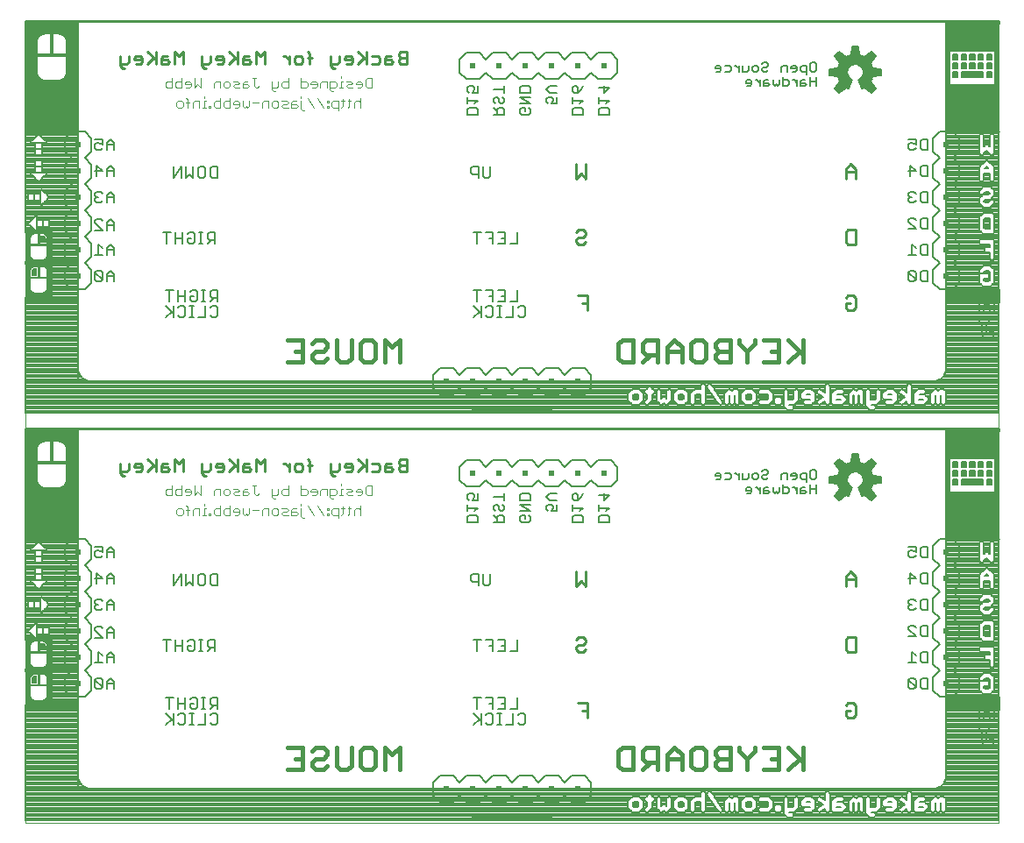
<source format=gbo>
G75*
G70*
%OFA0B0*%
%FSLAX24Y24*%
%IPPOS*%
%LPD*%
%AMOC8*
5,1,8,0,0,1.08239X$1,22.5*
%
%ADD10C,0.0000*%
%ADD11C,0.0080*%
%ADD12C,0.0001*%
%ADD13C,0.0010*%
%ADD14C,0.0060*%
%ADD15C,0.0070*%
%ADD16R,0.2000X0.0550*%
%ADD17C,0.0100*%
%ADD18R,0.2000X0.0500*%
%ADD19C,0.0050*%
%ADD20C,0.0150*%
%ADD21C,0.0030*%
%ADD22C,0.0090*%
%ADD23C,0.0059*%
%ADD24R,0.0200X0.0200*%
D10*
X000140Y000100D02*
X037140Y000100D01*
X037140Y030600D01*
X000140Y030600D01*
X000140Y000100D01*
X000500Y004780D02*
X000750Y004780D01*
X000776Y004782D01*
X000802Y004787D01*
X000827Y004795D01*
X000850Y004807D01*
X000872Y004821D01*
X000891Y004839D01*
X000909Y004858D01*
X000923Y004880D01*
X000935Y004903D01*
X000943Y004928D01*
X000948Y004954D01*
X000950Y004980D01*
X001110Y005320D02*
X001110Y005370D01*
X000140Y005370D01*
X000140Y005320D01*
X001110Y005320D01*
X000660Y005370D02*
X000660Y005900D01*
X000620Y005900D01*
X000620Y005370D01*
X000660Y005370D01*
X000300Y004980D02*
X000302Y004954D01*
X000307Y004928D01*
X000315Y004903D01*
X000327Y004880D01*
X000341Y004858D01*
X000359Y004839D01*
X000378Y004821D01*
X000400Y004807D01*
X000423Y004795D01*
X000448Y004787D01*
X000474Y004782D01*
X000500Y004780D01*
X000500Y006030D02*
X000750Y006030D01*
X000776Y006032D01*
X000802Y006037D01*
X000827Y006045D01*
X000850Y006057D01*
X000872Y006071D01*
X000891Y006089D01*
X000909Y006108D01*
X000923Y006130D01*
X000935Y006153D01*
X000943Y006178D01*
X000948Y006204D01*
X000950Y006230D01*
X001110Y006570D02*
X001110Y006620D01*
X000140Y006620D01*
X000140Y006570D01*
X001110Y006570D01*
X000660Y006620D02*
X000660Y007150D01*
X000620Y007150D01*
X000620Y006620D01*
X000660Y006620D01*
X000300Y006230D02*
X000302Y006204D01*
X000307Y006178D01*
X000315Y006153D01*
X000327Y006130D01*
X000341Y006108D01*
X000359Y006089D01*
X000378Y006071D01*
X000400Y006057D01*
X000423Y006045D01*
X000448Y006037D01*
X000474Y006032D01*
X000500Y006030D01*
X000500Y020280D02*
X000750Y020280D01*
X000776Y020282D01*
X000802Y020287D01*
X000827Y020295D01*
X000850Y020307D01*
X000872Y020321D01*
X000891Y020339D01*
X000909Y020358D01*
X000923Y020380D01*
X000935Y020403D01*
X000943Y020428D01*
X000948Y020454D01*
X000950Y020480D01*
X001110Y020820D02*
X001110Y020870D01*
X000140Y020870D01*
X000140Y020820D01*
X001110Y020820D01*
X000660Y020870D02*
X000660Y021400D01*
X000620Y021400D01*
X000620Y020870D01*
X000660Y020870D01*
X000300Y020480D02*
X000302Y020454D01*
X000307Y020428D01*
X000315Y020403D01*
X000327Y020380D01*
X000341Y020358D01*
X000359Y020339D01*
X000378Y020321D01*
X000400Y020307D01*
X000423Y020295D01*
X000448Y020287D01*
X000474Y020282D01*
X000500Y020280D01*
X000500Y021530D02*
X000750Y021530D01*
X000776Y021532D01*
X000802Y021537D01*
X000827Y021545D01*
X000850Y021557D01*
X000872Y021571D01*
X000891Y021589D01*
X000909Y021608D01*
X000923Y021630D01*
X000935Y021653D01*
X000943Y021678D01*
X000948Y021704D01*
X000950Y021730D01*
X001110Y022070D02*
X001110Y022120D01*
X000140Y022120D01*
X000140Y022070D01*
X001110Y022070D01*
X000660Y022120D02*
X000660Y022650D01*
X000620Y022650D01*
X000620Y022120D01*
X000660Y022120D01*
X000300Y021730D02*
X000302Y021704D01*
X000307Y021678D01*
X000315Y021653D01*
X000327Y021630D01*
X000341Y021608D01*
X000359Y021589D01*
X000378Y021571D01*
X000400Y021557D01*
X000423Y021545D01*
X000448Y021537D01*
X000474Y021532D01*
X000500Y021530D01*
D11*
X000496Y021415D02*
X000460Y021415D01*
X000459Y021415D01*
X000429Y021415D01*
X000402Y021431D01*
X000401Y021430D01*
X000392Y021436D01*
X000383Y021441D01*
X000366Y021447D01*
X000364Y021453D01*
X000353Y021459D01*
X000348Y021459D01*
X000347Y021460D01*
X000140Y021460D01*
X000140Y021400D01*
X000140Y021380D01*
X002140Y021380D01*
X002140Y021460D01*
X000903Y021460D01*
X000902Y021459D01*
X000897Y021459D01*
X000886Y021453D01*
X000884Y021447D01*
X000867Y021441D01*
X000858Y021436D01*
X000849Y021430D01*
X000848Y021431D01*
X000821Y021415D01*
X000791Y021415D01*
X000791Y021415D01*
X000790Y021415D01*
X000754Y021415D01*
X000731Y021412D01*
X000727Y021415D01*
X000523Y021415D01*
X000519Y021412D01*
X000496Y021415D01*
X000459Y021415D02*
X000459Y021415D01*
X000347Y021460D02*
X000341Y021466D01*
X000306Y021486D01*
X000903Y021460D02*
X000909Y021466D01*
X000944Y021486D01*
X001140Y021452D02*
X002140Y021452D01*
X002140Y021400D02*
X001140Y021400D01*
X001140Y019900D01*
X002140Y019900D01*
X002140Y021400D01*
X002140Y021374D02*
X001140Y021374D01*
X002140Y021374D01*
X002140Y021350D02*
X002140Y022650D01*
X001140Y022650D01*
X001140Y021350D01*
X002140Y021350D01*
X002140Y021295D02*
X001140Y021295D01*
X001140Y021217D02*
X002140Y021217D01*
X002140Y021138D02*
X001140Y021138D01*
X001140Y021060D02*
X002140Y021060D01*
X002140Y020981D02*
X001140Y020981D01*
X001140Y020903D02*
X002140Y020903D01*
X002140Y020824D02*
X001140Y020824D01*
X001140Y020746D02*
X002140Y020746D01*
X002140Y020667D02*
X001140Y020667D01*
X001140Y020589D02*
X002140Y020589D01*
X002140Y020510D02*
X001140Y020510D01*
X001140Y020432D02*
X002140Y020432D01*
X002140Y020353D02*
X001140Y020353D01*
X001140Y020275D02*
X002140Y020275D01*
X002140Y020196D02*
X001140Y020196D01*
X001140Y020118D02*
X002140Y020118D01*
X002140Y020100D02*
X000140Y020100D01*
X000140Y020020D01*
X002140Y020020D01*
X002140Y020100D01*
X002140Y020039D02*
X001140Y020039D01*
X001140Y019961D02*
X002140Y019961D01*
X002140Y019940D02*
X000140Y019940D01*
X000140Y019860D01*
X002140Y019860D01*
X002140Y019940D01*
X002140Y020020D01*
X002140Y019860D02*
X002140Y019780D01*
X000140Y019780D01*
X000140Y019700D01*
X002140Y019700D01*
X002140Y019780D01*
X002140Y019700D02*
X002140Y019620D01*
X000140Y019620D01*
X000140Y019540D01*
X002140Y019540D01*
X002140Y019620D01*
X002140Y019540D02*
X002140Y019460D01*
X000140Y019460D01*
X000140Y019380D01*
X002140Y019380D01*
X002140Y019460D01*
X002140Y019380D02*
X002140Y019300D01*
X000140Y019300D01*
X000140Y019220D01*
X002140Y019220D01*
X002140Y019300D01*
X002140Y019220D02*
X002140Y019140D01*
X000140Y019140D01*
X000140Y019060D01*
X002140Y019060D01*
X002140Y019140D01*
X002140Y019060D02*
X002140Y018980D01*
X000140Y018980D01*
X000140Y018900D01*
X002140Y018900D01*
X002140Y018980D01*
X002140Y018900D02*
X002140Y018820D01*
X000140Y018820D01*
X000140Y018740D01*
X002140Y018740D01*
X002140Y018820D01*
X002140Y018740D02*
X002140Y018660D01*
X000140Y018660D01*
X000140Y018580D01*
X002140Y018580D01*
X002140Y018660D01*
X002140Y018580D02*
X002140Y018500D01*
X000140Y018500D01*
X000140Y018420D01*
X002140Y018420D01*
X002140Y018500D01*
X002140Y018420D02*
X002140Y018340D01*
X000140Y018340D01*
X000140Y018260D01*
X002140Y018260D01*
X002140Y018340D01*
X002140Y018260D02*
X002140Y018180D01*
X000140Y018180D01*
X000140Y018100D01*
X002140Y018100D01*
X002140Y018180D01*
X002140Y018100D02*
X002140Y018020D01*
X000140Y018020D01*
X000140Y017940D01*
X002140Y017940D01*
X002140Y018020D01*
X002140Y017940D02*
X002140Y017860D01*
X000140Y017860D01*
X000140Y017780D01*
X002140Y017780D01*
X002140Y017860D01*
X002140Y017780D02*
X002140Y017700D01*
X000140Y017700D01*
X000140Y017620D01*
X002140Y017620D01*
X002140Y017700D01*
X002140Y017620D02*
X002140Y017540D01*
X000140Y017540D01*
X000140Y017460D01*
X002140Y017460D01*
X002140Y017540D01*
X002140Y017460D02*
X002140Y017400D01*
X002140Y017380D01*
X000140Y017380D01*
X000140Y017300D01*
X002140Y017300D01*
X002151Y017300D01*
X002140Y017300D02*
X002140Y017380D01*
X002142Y017380D01*
X002140Y017400D02*
X002148Y017313D01*
X002170Y017229D01*
X002207Y017150D01*
X002257Y017079D01*
X002276Y017060D01*
X002140Y017060D01*
X000140Y017060D01*
X000140Y017140D01*
X002140Y017140D01*
X002214Y017140D01*
X002140Y017140D02*
X002140Y017220D01*
X000140Y017220D01*
X000140Y017140D01*
X000140Y017220D02*
X000140Y017300D01*
X000140Y017380D02*
X000140Y017460D01*
X000140Y017540D02*
X000140Y017620D01*
X000140Y017700D02*
X000140Y017780D01*
X000140Y017860D02*
X000140Y017940D01*
X000140Y018020D02*
X000140Y018100D01*
X000140Y018180D02*
X000140Y018260D01*
X000140Y018340D02*
X000140Y018420D01*
X000140Y018500D02*
X000140Y018580D01*
X000140Y018660D02*
X000140Y018740D01*
X000140Y018900D02*
X000140Y016980D01*
X002140Y016980D01*
X002371Y016980D01*
X002390Y016967D02*
X002319Y017017D01*
X002276Y017060D01*
X002140Y017060D02*
X002140Y017140D01*
X002140Y017060D02*
X002140Y016980D01*
X002140Y017220D02*
X002174Y017220D01*
X002140Y017220D02*
X002140Y017300D01*
X002390Y016967D02*
X002469Y016930D01*
X002553Y016908D01*
X002640Y016900D01*
X000140Y016900D01*
X000140Y016820D01*
X037140Y016820D01*
X037140Y016900D01*
X034640Y016900D01*
X002640Y016900D01*
X002140Y015080D02*
X000188Y015080D01*
X000150Y015103D02*
X000271Y014953D01*
X000200Y014999D01*
X000238Y015037D01*
X000283Y015068D01*
X000333Y015089D01*
X000486Y015000D01*
X000440Y015000D01*
X002140Y015000D01*
X002140Y015050D01*
X002140Y015060D01*
X000272Y015060D01*
X000150Y014950D02*
X002140Y014950D01*
X002140Y015000D01*
X002140Y015060D02*
X002140Y015080D01*
X000140Y015700D02*
X037140Y015700D01*
X037140Y015780D01*
X000140Y015780D01*
X000140Y015700D01*
X000140Y015780D02*
X000140Y015860D01*
X029067Y015860D01*
X029059Y015869D02*
X029016Y015912D01*
X028960Y015967D01*
X028960Y016020D01*
X028854Y016020D01*
X028844Y016010D02*
X028667Y016010D01*
X028657Y016020D01*
X028433Y016020D01*
X028423Y016010D01*
X028049Y016010D01*
X028039Y016020D01*
X027788Y016020D01*
X027778Y016010D01*
X027503Y016010D01*
X027405Y016108D01*
X027349Y016164D01*
X027349Y016180D01*
X027288Y016180D01*
X027288Y016100D01*
X027413Y016100D01*
X027349Y016180D02*
X027349Y016260D01*
X027288Y016260D01*
X027288Y016180D01*
X027288Y016100D02*
X027288Y016066D01*
X027232Y016010D01*
X027154Y016010D01*
X027144Y016020D01*
X027046Y016020D01*
X027036Y016010D01*
X026957Y016010D01*
X026901Y016066D01*
X026901Y016100D01*
X026894Y016100D01*
X026894Y016066D01*
X026849Y016020D01*
X026947Y016020D01*
X026901Y016100D02*
X026901Y016180D01*
X026894Y016180D01*
X026894Y016100D01*
X026894Y016180D02*
X026894Y016260D01*
X026901Y016260D01*
X026901Y016340D01*
X026894Y016340D01*
X026894Y016260D01*
X026901Y016260D02*
X026901Y016180D01*
X026901Y016340D02*
X026901Y016361D01*
X026898Y016364D01*
X026894Y016361D01*
X026894Y016340D01*
X026704Y016340D02*
X026704Y016260D01*
X026559Y016260D01*
X026506Y016340D02*
X026704Y016340D01*
X026704Y016420D01*
X026453Y016420D01*
X026613Y016180D01*
X026704Y016180D01*
X026704Y016260D01*
X026704Y016180D02*
X026704Y016100D01*
X026644Y016100D01*
X026649Y016125D02*
X026634Y016048D01*
X026568Y016004D01*
X026491Y016020D01*
X025953Y016020D01*
X025943Y016010D02*
X025865Y016010D01*
X025855Y016020D01*
X025560Y016020D01*
X025550Y016010D01*
X025471Y016010D01*
X025415Y016066D01*
X025415Y016100D01*
X025290Y016100D01*
X025210Y016020D01*
X025461Y016020D01*
X025415Y016100D02*
X025415Y016180D01*
X025354Y016180D01*
X025354Y016164D01*
X025290Y016100D01*
X025354Y016180D02*
X025354Y016260D01*
X025415Y016260D01*
X025415Y016340D01*
X025354Y016340D01*
X025354Y016260D01*
X025415Y016260D02*
X025415Y016180D01*
X025415Y016340D02*
X025415Y016420D01*
X025354Y016420D01*
X025354Y016340D01*
X025354Y016420D02*
X025354Y016440D01*
X025299Y016495D01*
X025200Y016594D01*
X024925Y016594D01*
X024911Y016580D01*
X024668Y016580D01*
X024710Y016538D01*
X024710Y016500D01*
X024831Y016500D01*
X024911Y016580D01*
X024831Y016500D02*
X024771Y016440D01*
X024771Y016420D01*
X024710Y016420D01*
X024710Y016340D01*
X024771Y016340D01*
X024771Y016420D01*
X024710Y016420D02*
X024710Y016500D01*
X024668Y016580D02*
X024654Y016594D01*
X024575Y016594D01*
X024520Y016538D01*
X024520Y016500D01*
X024316Y016500D01*
X024316Y016420D01*
X024520Y016420D01*
X024520Y016500D01*
X024520Y016420D02*
X024520Y016340D01*
X024316Y016340D01*
X024316Y016260D01*
X024340Y016260D01*
X024347Y016267D01*
X024379Y016298D01*
X024457Y016298D01*
X024496Y016260D01*
X024520Y016260D01*
X024520Y016340D01*
X024520Y016260D02*
X024520Y016243D01*
X024516Y016239D01*
X024496Y016260D01*
X024340Y016260D02*
X024320Y016239D01*
X024316Y016243D01*
X024316Y016260D01*
X024316Y016340D02*
X024316Y016420D01*
X024316Y016500D02*
X024316Y016538D01*
X024274Y016580D01*
X024562Y016580D01*
X024710Y016340D02*
X024710Y016260D01*
X024771Y016260D01*
X024771Y016340D01*
X024771Y016260D02*
X024771Y016180D01*
X024710Y016180D01*
X024710Y016164D01*
X024646Y016100D01*
X024835Y016100D01*
X024771Y016164D01*
X024771Y016180D01*
X024710Y016180D02*
X024710Y016260D01*
X024646Y016100D02*
X024566Y016020D01*
X024915Y016020D01*
X024835Y016100D01*
X024915Y016020D02*
X024925Y016010D01*
X025200Y016010D01*
X025210Y016020D01*
X025122Y016200D02*
X025164Y016243D01*
X025164Y016260D01*
X024961Y016260D01*
X024961Y016243D01*
X025003Y016200D01*
X025122Y016200D01*
X025164Y016260D02*
X025164Y016340D01*
X024961Y016340D01*
X024961Y016260D01*
X024961Y016340D02*
X024961Y016361D01*
X025003Y016404D01*
X025122Y016404D01*
X025164Y016361D01*
X025164Y016340D01*
X025294Y016500D02*
X025476Y016500D01*
X025415Y016440D02*
X025569Y016594D01*
X025809Y016594D01*
X025809Y016660D01*
X023943Y016660D01*
X023967Y016636D01*
X023967Y016594D01*
X024010Y016594D01*
X024065Y016538D01*
X024065Y016500D01*
X024126Y016500D01*
X024126Y016538D01*
X024182Y016594D01*
X024260Y016594D01*
X024274Y016580D01*
X024168Y016580D02*
X024023Y016580D01*
X024065Y016500D02*
X024065Y016459D01*
X024026Y016420D01*
X024126Y016420D01*
X024126Y016500D01*
X024126Y016420D02*
X024126Y016340D01*
X023967Y016340D01*
X023967Y016260D01*
X024126Y016260D01*
X024126Y016340D01*
X024126Y016260D02*
X024126Y016180D01*
X023967Y016180D01*
X023967Y016164D01*
X023903Y016100D01*
X024190Y016100D01*
X024182Y016108D01*
X024126Y016164D01*
X024126Y016180D01*
X024190Y016100D02*
X024280Y016010D01*
X024359Y016010D01*
X024369Y016020D01*
X024467Y016020D01*
X024421Y016066D01*
X024418Y016069D01*
X024415Y016066D01*
X024415Y016066D01*
X024369Y016020D01*
X024421Y016066D02*
X024421Y016066D01*
X024467Y016020D02*
X024477Y016010D01*
X024556Y016010D01*
X024566Y016020D01*
X024270Y016020D02*
X023823Y016020D01*
X023813Y016010D01*
X023734Y016010D01*
X023724Y016020D01*
X023491Y016020D01*
X023481Y016010D01*
X023206Y016010D01*
X023196Y016020D01*
X000140Y016020D01*
X000140Y015940D01*
X028987Y015940D01*
X028960Y016020D02*
X028960Y016100D01*
X028899Y016100D01*
X028899Y016066D01*
X028844Y016010D01*
X028899Y016100D02*
X028899Y016180D01*
X028960Y016180D01*
X028960Y016260D01*
X028882Y016260D01*
X028899Y016243D01*
X028899Y016180D01*
X028960Y016180D02*
X028960Y016100D01*
X028960Y016260D02*
X028960Y016340D01*
X028577Y016340D01*
X028577Y016260D01*
X028628Y016260D01*
X028611Y016243D02*
X028611Y016180D01*
X028577Y016180D01*
X028577Y016164D01*
X028513Y016100D01*
X028611Y016100D01*
X028611Y016180D01*
X028577Y016180D02*
X028577Y016260D01*
X028611Y016243D02*
X028667Y016298D01*
X028844Y016298D01*
X028882Y016260D01*
X028960Y016340D02*
X028960Y016420D01*
X028577Y016420D01*
X028577Y016340D01*
X028577Y016420D02*
X028577Y016440D01*
X028521Y016495D01*
X028423Y016594D01*
X028049Y016594D01*
X028035Y016580D01*
X027792Y016580D01*
X027872Y016500D01*
X027993Y016500D01*
X027993Y016538D01*
X028035Y016580D01*
X027993Y016500D02*
X027993Y016459D01*
X028049Y016404D01*
X028344Y016404D01*
X028387Y016361D01*
X028387Y016340D01*
X027933Y016340D01*
X027933Y016260D01*
X028387Y016260D01*
X028387Y016340D01*
X028387Y016260D02*
X028387Y016243D01*
X028344Y016200D01*
X028049Y016200D01*
X028029Y016180D01*
X027933Y016180D01*
X027933Y016164D01*
X027868Y016100D01*
X027993Y016100D01*
X027993Y016144D01*
X028029Y016180D01*
X027993Y016100D02*
X027993Y016066D01*
X028039Y016020D01*
X027868Y016100D02*
X027788Y016020D01*
X027700Y016200D02*
X027743Y016243D01*
X027743Y016260D01*
X027539Y016260D01*
X027539Y016243D01*
X027582Y016200D01*
X027700Y016200D01*
X027743Y016260D02*
X027743Y016340D01*
X027539Y016340D01*
X027539Y016260D01*
X027539Y016340D02*
X027539Y016361D01*
X027582Y016404D01*
X027700Y016404D01*
X027743Y016361D01*
X027743Y016340D01*
X027933Y016340D02*
X027933Y016420D01*
X028033Y016420D01*
X027933Y016420D02*
X027933Y016440D01*
X027872Y016500D01*
X027792Y016580D02*
X027778Y016594D01*
X027503Y016594D01*
X027489Y016580D01*
X027246Y016580D01*
X027232Y016594D02*
X027288Y016538D01*
X027288Y016500D01*
X027409Y016500D01*
X027489Y016580D01*
X027409Y016500D02*
X027349Y016440D01*
X027349Y016420D01*
X027288Y016420D01*
X027288Y016340D01*
X027349Y016340D01*
X027349Y016420D01*
X027288Y016420D02*
X027288Y016500D01*
X027232Y016594D02*
X027055Y016594D01*
X027042Y016580D01*
X026951Y016580D01*
X026996Y016535D01*
X027042Y016580D01*
X026951Y016580D02*
X026937Y016594D01*
X026858Y016594D01*
X026845Y016580D01*
X026346Y016580D01*
X026399Y016500D02*
X026765Y016500D01*
X026845Y016580D01*
X026765Y016500D02*
X026760Y016495D01*
X026704Y016440D01*
X026704Y016420D01*
X026453Y016420D02*
X026293Y016660D01*
X030536Y016660D01*
X030536Y016735D01*
X030591Y016791D01*
X030670Y016791D01*
X030720Y016740D01*
X033656Y016740D01*
X033651Y016735D02*
X033707Y016791D01*
X033785Y016791D01*
X033836Y016740D01*
X037140Y016740D01*
X037140Y016820D01*
X037140Y016900D02*
X037140Y016980D01*
X034909Y016980D01*
X034890Y016967D02*
X034811Y016930D01*
X034727Y016908D01*
X034640Y016900D01*
X034890Y016967D02*
X034961Y017017D01*
X035004Y017060D01*
X037140Y017060D01*
X037140Y017140D01*
X035066Y017140D01*
X035073Y017150D02*
X035023Y017079D01*
X035004Y017060D01*
X035073Y017150D02*
X035110Y017229D01*
X035132Y017313D01*
X035140Y017400D01*
X035140Y017460D01*
X037140Y017460D01*
X037140Y017540D01*
X035140Y017540D01*
X035140Y017460D01*
X035140Y017540D02*
X035140Y017620D01*
X037140Y017620D01*
X037140Y017700D01*
X035140Y017700D01*
X035140Y017620D01*
X035140Y017700D02*
X035140Y017780D01*
X037140Y017780D01*
X037140Y017860D01*
X035140Y017860D01*
X035140Y017780D01*
X035140Y017860D02*
X035140Y017940D01*
X037140Y017940D01*
X037140Y018020D01*
X035140Y018020D01*
X035140Y017940D01*
X035140Y018020D02*
X035140Y018100D01*
X037140Y018100D01*
X037140Y018180D01*
X035140Y018180D01*
X035140Y018260D01*
X037140Y018260D01*
X037140Y018340D01*
X035140Y018340D01*
X035140Y018260D01*
X035140Y018340D02*
X035140Y018420D01*
X037140Y018420D01*
X037140Y018500D01*
X035140Y018500D01*
X035140Y018420D01*
X035140Y018500D02*
X035140Y018580D01*
X036579Y018580D01*
X036896Y018580D01*
X037140Y018580D01*
X037140Y018660D01*
X036976Y018660D01*
X036499Y018660D01*
X035140Y018660D01*
X035140Y018580D01*
X035140Y018660D02*
X035140Y018740D01*
X036495Y018740D01*
X036980Y018740D01*
X037140Y018740D01*
X037140Y018820D01*
X036685Y018820D01*
X036495Y018820D01*
X035140Y018820D01*
X035140Y018740D01*
X035140Y018820D02*
X035140Y018900D01*
X036495Y018900D01*
X036685Y018900D01*
X037140Y018900D01*
X037140Y018980D01*
X036685Y018980D01*
X036495Y018980D01*
X035140Y018980D01*
X035140Y018900D01*
X035140Y018980D02*
X035140Y019060D01*
X036495Y019060D01*
X036685Y019060D01*
X037140Y019060D01*
X037140Y019140D01*
X036767Y019140D01*
X036412Y019140D01*
X035140Y019140D01*
X035140Y019060D01*
X035140Y019140D02*
X035140Y019220D01*
X036396Y019220D01*
X036783Y019220D01*
X037140Y019220D01*
X037140Y019300D01*
X035140Y019300D01*
X035140Y019220D01*
X035140Y019300D02*
X035140Y019380D01*
X037140Y019380D01*
X037140Y019460D01*
X035140Y019460D01*
X035140Y019380D01*
X035140Y019460D02*
X035140Y019540D01*
X036422Y019540D01*
X036954Y019540D01*
X037140Y019540D01*
X037140Y019620D01*
X036980Y019620D01*
X036396Y019620D01*
X035140Y019620D01*
X035140Y019540D01*
X035140Y019620D02*
X035140Y019700D01*
X036396Y019700D01*
X036980Y019700D01*
X037140Y019700D01*
X037140Y019780D01*
X036980Y019780D01*
X036396Y019780D01*
X035140Y019780D01*
X035140Y019700D01*
X035140Y019780D02*
X035140Y019860D01*
X036396Y019860D01*
X036980Y019860D01*
X037140Y019860D01*
X037140Y019900D01*
X037140Y019940D01*
X036980Y019940D01*
X036396Y019940D01*
X035140Y019940D01*
X035140Y019900D01*
X035140Y019860D01*
X035140Y019940D02*
X035140Y020020D01*
X036396Y020020D01*
X036980Y020020D01*
X037140Y020020D01*
X037140Y019940D01*
X037140Y019860D02*
X037140Y019780D01*
X037140Y019700D02*
X037140Y019620D01*
X037140Y019540D02*
X037140Y019460D01*
X037140Y019380D02*
X037140Y019300D01*
X037140Y019220D02*
X037140Y019140D01*
X037140Y019060D02*
X037140Y018980D01*
X037140Y018900D02*
X037140Y018820D01*
X037140Y018740D02*
X037140Y018660D01*
X037140Y018580D02*
X037140Y018500D01*
X037140Y018420D02*
X037140Y018340D01*
X037140Y018260D02*
X037140Y018180D01*
X037140Y018100D02*
X037140Y018020D01*
X037140Y017940D02*
X037140Y017860D01*
X037140Y017780D02*
X037140Y017700D01*
X037140Y017620D02*
X037140Y017540D01*
X037140Y017460D02*
X037140Y017380D01*
X035138Y017380D01*
X035129Y017300D02*
X037140Y017300D01*
X037140Y017380D01*
X037140Y017300D02*
X037140Y017220D01*
X035106Y017220D01*
X035140Y018100D02*
X035140Y018180D01*
X036495Y018664D02*
X036495Y018740D01*
X036495Y018820D01*
X036495Y018900D01*
X036495Y018980D01*
X036495Y019060D01*
X036495Y019101D01*
X036452Y019101D01*
X036412Y019140D01*
X036396Y019156D01*
X036396Y019220D01*
X036396Y019235D01*
X036452Y019291D01*
X036728Y019291D01*
X036783Y019235D01*
X036783Y019220D01*
X036783Y019156D01*
X036767Y019140D01*
X036728Y019101D01*
X036685Y019101D01*
X036685Y019060D01*
X036685Y018980D01*
X036685Y018900D01*
X036685Y018820D01*
X036685Y018743D01*
X036688Y018740D01*
X036787Y018740D01*
X036747Y018700D02*
X036846Y018798D01*
X036924Y018798D01*
X036980Y018743D01*
X036980Y018740D01*
X036980Y018664D01*
X036976Y018660D01*
X036896Y018580D01*
X036826Y018510D01*
X036649Y018510D01*
X036593Y018566D01*
X036579Y018580D01*
X036499Y018660D01*
X036495Y018664D01*
X036593Y018566D02*
X036593Y018566D01*
X036728Y018700D02*
X036747Y018700D01*
X036728Y018700D02*
X036688Y018740D01*
X036531Y019510D02*
X036452Y019510D01*
X036422Y019540D01*
X036396Y019566D01*
X036396Y019620D01*
X036396Y019700D01*
X036396Y019780D01*
X036396Y019860D01*
X036396Y019940D01*
X036396Y020020D01*
X036586Y020020D02*
X036790Y020020D01*
X036790Y019995D01*
X036586Y019995D01*
X036586Y020020D01*
X036586Y019805D02*
X036586Y019780D01*
X036790Y019780D01*
X036790Y019805D01*
X036586Y019805D01*
X036586Y019780D02*
X036586Y019700D01*
X036790Y019700D01*
X036790Y019780D01*
X036790Y019700D02*
X036790Y019620D01*
X036586Y019620D01*
X036586Y019566D01*
X036531Y019510D01*
X036561Y019540D02*
X036816Y019540D01*
X036790Y019566D01*
X036790Y019620D01*
X036816Y019540D02*
X036846Y019510D01*
X036924Y019510D01*
X036954Y019540D01*
X036980Y019566D01*
X036980Y019620D01*
X036980Y019700D01*
X036980Y019780D01*
X036980Y019860D01*
X036980Y019940D01*
X036980Y020020D01*
X037140Y020400D02*
X037140Y020480D01*
X035140Y020480D01*
X035140Y020400D01*
X035140Y020480D02*
X035140Y020560D01*
X036500Y020560D01*
X036420Y020640D01*
X035140Y020640D01*
X035140Y020560D01*
X035140Y020640D02*
X035140Y020720D01*
X036396Y020720D01*
X036396Y020800D01*
X035140Y020800D01*
X035140Y020720D01*
X035140Y020800D02*
X035140Y020880D01*
X036396Y020880D01*
X036396Y020940D01*
X036417Y020960D01*
X035140Y020960D01*
X035140Y020880D01*
X035140Y020960D02*
X035140Y021040D01*
X036414Y021040D01*
X036396Y021058D01*
X036396Y021120D01*
X035140Y021120D01*
X035140Y021040D01*
X035140Y021120D02*
X035140Y021200D01*
X036460Y021200D01*
X036495Y021235D02*
X036396Y021136D01*
X036396Y021120D01*
X036414Y021040D02*
X036452Y021002D01*
X036531Y021002D01*
X036569Y021040D01*
X036790Y021040D01*
X036790Y021058D01*
X036747Y021101D01*
X036629Y021101D01*
X036569Y021040D01*
X036452Y020995D02*
X036728Y020995D01*
X036763Y020960D01*
X036790Y020960D01*
X036790Y021040D01*
X036790Y020960D02*
X036790Y020880D01*
X036783Y020880D01*
X036783Y020861D01*
X036728Y020805D01*
X036586Y020805D01*
X036586Y020800D01*
X036790Y020800D01*
X036790Y020880D01*
X036783Y020880D02*
X036783Y020940D01*
X036763Y020960D01*
X036790Y020800D02*
X036790Y020743D01*
X036767Y020720D01*
X036609Y020720D01*
X036629Y020700D01*
X036747Y020700D01*
X036767Y020720D01*
X036609Y020720D02*
X036586Y020743D01*
X036586Y020800D01*
X036396Y020800D02*
X036396Y020880D01*
X036417Y020960D02*
X036452Y020995D01*
X036495Y021235D02*
X036550Y021291D01*
X036826Y021291D01*
X036827Y021289D01*
X036916Y021200D01*
X037140Y021200D01*
X037140Y021280D01*
X036836Y021280D01*
X036916Y021200D02*
X036924Y021192D01*
X036924Y021192D01*
X036980Y021136D01*
X036980Y021120D01*
X037140Y021120D01*
X037140Y021200D01*
X037140Y021120D02*
X037140Y021040D01*
X036980Y021040D01*
X036980Y020960D01*
X037140Y020960D01*
X037140Y021040D01*
X037140Y020960D02*
X037140Y020880D01*
X036980Y020880D01*
X036980Y020800D01*
X037140Y020800D01*
X037140Y020880D01*
X037140Y020800D02*
X037140Y020720D01*
X036980Y020720D01*
X036980Y020664D01*
X036956Y020640D01*
X037140Y020640D01*
X037140Y020720D01*
X037140Y020640D02*
X037140Y020560D01*
X036876Y020560D01*
X036826Y020510D01*
X036550Y020510D01*
X036500Y020560D01*
X036420Y020640D02*
X036396Y020664D01*
X036396Y020720D01*
X036876Y020560D02*
X036956Y020640D01*
X036980Y020720D02*
X036980Y020800D01*
X036980Y020880D02*
X036980Y020960D01*
X036980Y021040D02*
X036980Y021120D01*
X037140Y021280D02*
X037140Y021360D01*
X035140Y021360D01*
X035140Y021280D01*
X036540Y021280D01*
X036790Y021566D02*
X036790Y021600D01*
X035140Y021600D01*
X035140Y021520D01*
X036836Y021520D01*
X036790Y021566D01*
X036790Y021600D02*
X036790Y021680D01*
X035140Y021680D01*
X035140Y021600D01*
X035140Y021680D02*
X035140Y021760D01*
X036790Y021760D01*
X036790Y021805D01*
X036649Y021805D01*
X036614Y021840D01*
X035140Y021840D01*
X035140Y021760D01*
X035140Y021840D02*
X035140Y021920D01*
X036593Y021920D01*
X036593Y021940D01*
X036649Y021995D01*
X036790Y021995D01*
X036790Y022000D01*
X035140Y022000D01*
X035140Y021920D01*
X035140Y022000D02*
X035140Y022080D01*
X036790Y022080D01*
X036790Y022101D01*
X036452Y022101D01*
X036396Y022156D01*
X036396Y022160D01*
X035140Y022160D01*
X035140Y022080D01*
X035140Y022160D02*
X035140Y022240D01*
X036401Y022240D01*
X036396Y022235D02*
X036452Y022291D01*
X036924Y022291D01*
X036980Y022235D01*
X036980Y022160D01*
X037140Y022160D01*
X037140Y022240D01*
X036975Y022240D01*
X036980Y022160D02*
X036980Y022080D01*
X037140Y022080D01*
X037140Y022160D01*
X037140Y022240D02*
X037140Y022320D01*
X035140Y022320D01*
X035140Y022240D01*
X035140Y022320D02*
X035140Y022400D01*
X037140Y022400D01*
X037140Y022480D01*
X035140Y022480D01*
X035140Y022400D01*
X035140Y022480D02*
X035140Y022560D01*
X036500Y022560D01*
X036420Y022640D01*
X035140Y022640D01*
X035140Y022560D01*
X035140Y022640D02*
X035140Y022720D01*
X036396Y022720D01*
X036396Y022800D01*
X035140Y022800D01*
X035140Y022720D01*
X035140Y022800D02*
X035140Y022880D01*
X036396Y022880D01*
X036396Y022960D01*
X035140Y022960D01*
X035140Y022880D01*
X035140Y022960D02*
X035140Y023040D01*
X036396Y023040D01*
X036396Y023120D01*
X035140Y023120D01*
X035140Y023040D01*
X035140Y023120D02*
X035140Y023200D01*
X036460Y023200D01*
X036452Y023192D02*
X036495Y023235D01*
X036550Y023291D01*
X036924Y023291D01*
X036980Y023235D01*
X036980Y023200D01*
X037140Y023200D01*
X037140Y023280D01*
X036935Y023280D01*
X036980Y023200D02*
X036980Y023120D01*
X037140Y023120D01*
X037140Y023200D01*
X037140Y023280D02*
X037140Y023360D01*
X035140Y023360D01*
X035140Y023280D01*
X036540Y023280D01*
X036452Y023192D02*
X036396Y023136D01*
X036396Y023120D01*
X036396Y023040D02*
X036396Y022960D01*
X036396Y022880D02*
X036396Y022800D01*
X036396Y022720D02*
X036396Y022664D01*
X036420Y022640D01*
X036500Y022560D02*
X036550Y022510D01*
X036924Y022510D01*
X036974Y022560D01*
X037140Y022560D01*
X037140Y022640D01*
X036980Y022640D01*
X036980Y022566D01*
X036974Y022560D01*
X036980Y022640D02*
X036980Y022720D01*
X037140Y022720D01*
X037140Y022800D01*
X036980Y022800D01*
X036980Y022720D01*
X036980Y022800D02*
X036980Y022880D01*
X037140Y022880D01*
X037140Y022960D01*
X036980Y022960D01*
X036980Y022880D01*
X036980Y022960D02*
X036980Y023040D01*
X037140Y023040D01*
X037140Y023120D01*
X037140Y023040D02*
X037140Y022960D01*
X037140Y022880D02*
X037140Y022800D01*
X037140Y022720D02*
X037140Y022640D01*
X037140Y022560D02*
X037140Y022480D01*
X037140Y022400D02*
X037140Y022320D01*
X037140Y022080D02*
X037140Y022000D01*
X036980Y022000D01*
X036980Y021920D01*
X037140Y021920D01*
X037140Y022000D01*
X037140Y021920D02*
X037140Y021840D01*
X036980Y021840D01*
X036980Y021760D01*
X037140Y021760D01*
X037140Y021840D01*
X037140Y021760D02*
X037140Y021680D01*
X036980Y021680D01*
X036980Y021600D01*
X037140Y021600D01*
X037140Y021680D01*
X037140Y021600D02*
X037140Y021520D01*
X036934Y021520D01*
X036924Y021510D01*
X036846Y021510D01*
X036836Y021520D01*
X036934Y021520D02*
X036980Y021566D01*
X036980Y021600D01*
X036980Y021680D02*
X036980Y021760D01*
X036980Y021840D02*
X036980Y021920D01*
X036980Y022000D02*
X036980Y022080D01*
X036790Y022080D02*
X036790Y022000D01*
X036593Y021920D02*
X036593Y021861D01*
X036614Y021840D01*
X036790Y021760D02*
X036790Y021680D01*
X037140Y021520D02*
X037140Y021440D01*
X035140Y021440D01*
X035140Y021360D01*
X035140Y021280D02*
X035140Y021200D01*
X035140Y021440D02*
X035140Y021520D01*
X035390Y021400D02*
X035640Y021650D01*
X035640Y022150D01*
X035390Y022400D01*
X035640Y022650D01*
X035640Y023150D01*
X035390Y023400D01*
X035640Y023650D01*
X035640Y024150D01*
X035390Y024400D01*
X035640Y024650D01*
X035640Y025150D01*
X035390Y025400D01*
X035640Y025650D01*
X035640Y026150D01*
X035390Y026400D01*
X034890Y026400D01*
X034640Y026150D01*
X034640Y025650D01*
X034890Y025400D01*
X034640Y025150D01*
X034640Y024650D01*
X034890Y024400D01*
X034640Y024150D01*
X034640Y023650D01*
X034890Y023400D01*
X034640Y023150D01*
X034640Y022650D01*
X034890Y022400D01*
X034640Y022150D01*
X034640Y021650D01*
X034890Y021400D01*
X034640Y021150D01*
X034640Y020650D01*
X034890Y020400D01*
X035390Y020400D01*
X035640Y020650D01*
X035640Y021150D01*
X035390Y021400D01*
X034450Y021110D02*
X034450Y020690D01*
X034240Y020690D01*
X034170Y020760D01*
X034170Y021040D01*
X034240Y021110D01*
X034450Y021110D01*
X033990Y021040D02*
X033990Y020760D01*
X033709Y021040D01*
X033709Y020760D01*
X033779Y020690D01*
X033920Y020690D01*
X033990Y020760D01*
X033990Y021040D02*
X033920Y021110D01*
X033779Y021110D01*
X033709Y021040D01*
X033709Y021690D02*
X033990Y021690D01*
X033849Y021690D02*
X033849Y022110D01*
X033990Y021970D01*
X034170Y022040D02*
X034240Y022110D01*
X034450Y022110D01*
X034450Y021690D01*
X034240Y021690D01*
X034170Y021760D01*
X034170Y022040D01*
X034240Y022690D02*
X034170Y022760D01*
X034170Y023040D01*
X034240Y023110D01*
X034450Y023110D01*
X034450Y022690D01*
X034240Y022690D01*
X033990Y022690D02*
X033709Y022970D01*
X033709Y023040D01*
X033779Y023110D01*
X033920Y023110D01*
X033990Y023040D01*
X033990Y022690D02*
X033709Y022690D01*
X033779Y023690D02*
X033920Y023690D01*
X033990Y023760D01*
X034170Y023760D02*
X034170Y024040D01*
X034240Y024110D01*
X034450Y024110D01*
X034450Y023690D01*
X034240Y023690D01*
X034170Y023760D01*
X033990Y024040D02*
X033920Y024110D01*
X033779Y024110D01*
X033709Y024040D01*
X033709Y023970D01*
X033779Y023900D01*
X033709Y023830D01*
X033709Y023760D01*
X033779Y023690D01*
X033779Y023900D02*
X033849Y023900D01*
X033779Y024690D02*
X033779Y025110D01*
X033990Y024900D01*
X033709Y024900D01*
X034170Y024760D02*
X034170Y025040D01*
X034240Y025110D01*
X034450Y025110D01*
X034450Y024690D01*
X034240Y024690D01*
X034170Y024760D01*
X034240Y025690D02*
X034170Y025760D01*
X034170Y026040D01*
X034240Y026110D01*
X034450Y026110D01*
X034450Y025690D01*
X034240Y025690D01*
X033990Y025760D02*
X033920Y025690D01*
X033779Y025690D01*
X033709Y025760D01*
X033709Y025900D01*
X033779Y025970D01*
X033849Y025970D01*
X033990Y025900D01*
X033990Y026110D01*
X033709Y026110D01*
X035140Y026080D02*
X036396Y026080D01*
X036396Y026160D01*
X035140Y026160D01*
X035140Y026080D01*
X035140Y026000D01*
X036396Y026000D01*
X036396Y026080D01*
X036396Y026000D02*
X036396Y025920D01*
X035140Y025920D01*
X035140Y025840D01*
X036396Y025840D01*
X036396Y025920D01*
X036396Y025840D02*
X036396Y025760D01*
X035140Y025760D01*
X035140Y025680D01*
X036396Y025680D01*
X036396Y025760D01*
X036396Y025680D02*
X036396Y025600D01*
X035140Y025600D01*
X035140Y025520D01*
X036442Y025520D01*
X036396Y025566D01*
X036396Y025600D01*
X036442Y025520D02*
X036452Y025510D01*
X036531Y025510D01*
X036586Y025566D01*
X036586Y025566D01*
X036621Y025600D01*
X036756Y025600D01*
X036688Y025667D02*
X036621Y025600D01*
X036688Y025667D02*
X036846Y025510D01*
X036924Y025510D01*
X036934Y025520D01*
X037140Y025520D01*
X037140Y025600D01*
X036980Y025600D01*
X036980Y025566D01*
X036934Y025520D01*
X036980Y025600D02*
X036980Y025680D01*
X037140Y025680D01*
X037140Y025760D01*
X036980Y025760D01*
X036980Y025680D01*
X036980Y025760D02*
X036980Y025840D01*
X037140Y025840D01*
X037140Y025920D01*
X036980Y025920D01*
X036980Y025840D01*
X036980Y025920D02*
X036980Y026000D01*
X037140Y026000D01*
X037140Y026080D01*
X036980Y026080D01*
X036980Y026000D01*
X036980Y026080D02*
X036980Y026160D01*
X037140Y026160D01*
X037140Y026240D01*
X036975Y026240D01*
X036980Y026235D02*
X036980Y026160D01*
X036980Y026235D02*
X036924Y026291D01*
X036846Y026291D01*
X036790Y026235D01*
X036790Y026160D01*
X036586Y026160D01*
X036586Y026080D01*
X036790Y026080D01*
X036790Y026160D01*
X036790Y026080D02*
X036790Y026000D01*
X036586Y026000D01*
X036586Y025920D01*
X036790Y025920D01*
X036790Y026000D01*
X036790Y025920D02*
X036790Y025840D01*
X036784Y025840D01*
X036790Y025834D01*
X036790Y025840D01*
X036784Y025840D02*
X036783Y025841D01*
X036728Y025897D01*
X036649Y025897D01*
X036586Y025834D01*
X036586Y025840D01*
X036592Y025840D01*
X036586Y025840D02*
X036586Y025920D01*
X036586Y026000D02*
X036586Y026080D01*
X036586Y026160D02*
X036586Y026235D01*
X036581Y026240D01*
X036795Y026240D01*
X036581Y026240D02*
X036531Y026291D01*
X036452Y026291D01*
X036396Y026235D01*
X036396Y026160D01*
X036401Y026240D02*
X035140Y026240D01*
X035140Y026160D01*
X035140Y026240D02*
X035140Y026320D01*
X037140Y026320D01*
X037140Y026400D01*
X037140Y026320D02*
X037140Y026240D01*
X037140Y026160D02*
X037140Y026080D01*
X037140Y026000D02*
X037140Y025920D01*
X037140Y025840D02*
X037140Y025760D01*
X037140Y025680D02*
X037140Y025600D01*
X037140Y025520D02*
X037140Y025440D01*
X035140Y025440D01*
X035140Y025360D01*
X037140Y025360D01*
X037140Y025440D01*
X037140Y025360D02*
X037140Y025280D01*
X036738Y025280D01*
X036766Y025252D01*
X036783Y025235D01*
X036924Y025094D01*
X036924Y025094D01*
X036978Y025040D01*
X037140Y025040D01*
X037140Y025120D01*
X036898Y025120D01*
X036818Y025200D02*
X037140Y025200D01*
X037140Y025280D01*
X037140Y025200D02*
X037140Y025120D01*
X037140Y025040D02*
X037140Y024960D01*
X036980Y024960D01*
X036980Y024880D01*
X037140Y024880D01*
X037140Y024960D01*
X037140Y024880D02*
X037140Y024800D01*
X036980Y024800D01*
X036980Y024720D01*
X037140Y024720D01*
X037140Y024800D01*
X037140Y024720D02*
X037140Y024640D01*
X036980Y024640D01*
X036980Y024566D01*
X036974Y024560D01*
X037140Y024560D01*
X037140Y024640D01*
X037140Y024560D02*
X037140Y024480D01*
X035140Y024480D01*
X035140Y024400D01*
X037140Y024400D01*
X037140Y024480D01*
X037140Y024400D02*
X037140Y024320D01*
X035140Y024320D01*
X035140Y024240D01*
X036500Y024240D01*
X036495Y024235D02*
X036550Y024291D01*
X036826Y024291D01*
X036827Y024289D01*
X036924Y024192D01*
X036924Y024192D01*
X036956Y024160D01*
X037140Y024160D01*
X037140Y024240D01*
X036876Y024240D01*
X036956Y024160D02*
X036980Y024136D01*
X036980Y024080D01*
X037140Y024080D01*
X037140Y024160D01*
X037140Y024240D02*
X037140Y024320D01*
X037140Y024080D02*
X037140Y024000D01*
X036980Y024000D01*
X036980Y023959D01*
X036941Y023920D01*
X037140Y023920D01*
X037140Y024000D01*
X037140Y023920D02*
X037140Y023840D01*
X036861Y023840D01*
X036882Y023861D02*
X036826Y023805D01*
X036629Y023805D01*
X036586Y023762D01*
X036586Y023760D01*
X036807Y023760D01*
X036846Y023798D02*
X036924Y023798D01*
X036980Y023743D01*
X036980Y023680D01*
X037140Y023680D01*
X037140Y023760D01*
X036963Y023760D01*
X036980Y023680D02*
X036980Y023664D01*
X036916Y023600D01*
X037140Y023600D01*
X037140Y023680D01*
X037140Y023760D02*
X037140Y023840D01*
X036941Y023920D02*
X036882Y023861D01*
X036846Y023798D02*
X036747Y023700D01*
X036629Y023700D01*
X036586Y023743D01*
X036586Y023760D01*
X036396Y023760D02*
X035140Y023760D01*
X035140Y023680D01*
X036396Y023680D01*
X036396Y023760D01*
X036396Y023840D01*
X035140Y023840D01*
X035140Y023760D01*
X035140Y023680D02*
X035140Y023600D01*
X036460Y023600D01*
X036396Y023664D01*
X036396Y023680D01*
X036460Y023600D02*
X036540Y023520D01*
X035140Y023520D01*
X035140Y023440D01*
X037140Y023440D01*
X037140Y023520D01*
X036836Y023520D01*
X036826Y023510D01*
X036550Y023510D01*
X036540Y023520D01*
X036836Y023520D02*
X036916Y023600D01*
X037140Y023600D02*
X037140Y023520D01*
X037140Y023440D02*
X037140Y023360D01*
X036980Y023120D02*
X036980Y023040D01*
X036790Y023040D02*
X036790Y023101D01*
X036629Y023101D01*
X036586Y023058D01*
X036586Y023040D01*
X036790Y023040D01*
X036790Y022960D01*
X036586Y022960D01*
X036586Y022880D01*
X036790Y022880D01*
X036790Y022960D01*
X036790Y022880D02*
X036790Y022800D01*
X036586Y022800D01*
X036586Y022743D01*
X036609Y022720D01*
X036790Y022720D01*
X036790Y022800D01*
X036790Y022720D02*
X036790Y022700D01*
X036629Y022700D01*
X036609Y022720D01*
X036586Y022800D02*
X036586Y022880D01*
X036586Y022960D02*
X036586Y023040D01*
X036396Y022235D02*
X036396Y022160D01*
X037140Y021440D02*
X037140Y021360D01*
X037140Y020560D02*
X037140Y020480D01*
X036586Y019700D02*
X036586Y019620D01*
X037140Y017220D02*
X037140Y017140D01*
X037140Y017060D02*
X037140Y016980D01*
X037140Y016740D02*
X037140Y016660D01*
X033841Y016660D01*
X033841Y016580D01*
X034042Y016580D01*
X034056Y016594D02*
X034331Y016594D01*
X034387Y016538D01*
X034387Y016500D01*
X034607Y016500D01*
X034687Y016580D01*
X034345Y016580D01*
X034387Y016500D02*
X034387Y016459D01*
X034348Y016420D01*
X034546Y016420D01*
X034546Y016440D01*
X034607Y016500D01*
X034546Y016420D02*
X034546Y016340D01*
X034388Y016340D01*
X034430Y016298D01*
X034485Y016243D01*
X034485Y016180D01*
X034546Y016180D01*
X034546Y016260D01*
X034468Y016260D01*
X034546Y016260D02*
X034546Y016340D01*
X034388Y016340D02*
X034331Y016397D01*
X034128Y016397D01*
X034135Y016404D01*
X034331Y016404D01*
X034348Y016420D01*
X034253Y016207D02*
X034092Y016207D01*
X034092Y016200D01*
X034253Y016200D01*
X034256Y016203D01*
X034253Y016207D01*
X034421Y016100D02*
X034546Y016100D01*
X034546Y016180D01*
X034485Y016180D02*
X034485Y016164D01*
X034421Y016100D01*
X034341Y016020D01*
X034592Y016020D01*
X034546Y016066D01*
X034546Y016100D01*
X034592Y016020D02*
X034602Y016010D01*
X034681Y016010D01*
X034736Y016066D01*
X034736Y016100D01*
X034743Y016100D01*
X034743Y016180D01*
X034736Y016180D01*
X034736Y016100D01*
X034743Y016100D02*
X034743Y016066D01*
X034799Y016010D01*
X034878Y016010D01*
X034888Y016020D01*
X034986Y016020D01*
X034996Y016010D02*
X034940Y016066D01*
X034940Y016100D01*
X034933Y016100D01*
X034933Y016066D01*
X034888Y016020D01*
X034933Y016100D02*
X034933Y016180D01*
X034940Y016180D01*
X034940Y016260D01*
X034933Y016260D01*
X034933Y016180D01*
X034940Y016180D02*
X034940Y016100D01*
X034996Y016010D02*
X035074Y016010D01*
X035084Y016020D01*
X037140Y016020D01*
X037140Y016100D01*
X035130Y016100D01*
X035130Y016066D01*
X035084Y016020D01*
X035130Y016100D02*
X035130Y016180D01*
X037140Y016180D01*
X037140Y016260D01*
X035130Y016260D01*
X035130Y016180D01*
X035130Y016260D02*
X035130Y016340D01*
X037140Y016340D01*
X037140Y016420D01*
X035130Y016420D01*
X035130Y016340D01*
X035130Y016420D02*
X035130Y016500D01*
X037140Y016500D01*
X037140Y016580D01*
X035088Y016580D01*
X035130Y016538D01*
X035130Y016500D01*
X035088Y016580D02*
X035074Y016594D01*
X034897Y016594D01*
X034842Y016538D01*
X034838Y016535D01*
X034835Y016538D01*
X034779Y016594D01*
X034700Y016594D01*
X034687Y016580D01*
X034793Y016580D02*
X034884Y016580D01*
X034940Y016368D02*
X034933Y016361D01*
X034933Y016340D01*
X034940Y016340D01*
X034940Y016368D01*
X034940Y016340D02*
X034940Y016260D01*
X034933Y016260D02*
X034933Y016340D01*
X034743Y016340D02*
X034736Y016340D01*
X034736Y016260D01*
X034743Y016260D01*
X034743Y016340D01*
X034743Y016361D01*
X034740Y016364D01*
X034736Y016361D01*
X034736Y016340D01*
X034736Y016260D02*
X034736Y016180D01*
X034743Y016180D02*
X034743Y016260D01*
X034789Y016020D02*
X034691Y016020D01*
X034341Y016020D02*
X034331Y016010D01*
X033957Y016010D01*
X033902Y016066D01*
X033902Y016100D01*
X033841Y016100D01*
X033841Y016066D01*
X033785Y016010D01*
X033707Y016010D01*
X033697Y016020D01*
X033494Y016020D01*
X033471Y016004D02*
X033393Y016020D01*
X033160Y016020D01*
X033150Y016010D01*
X032874Y016010D01*
X032864Y016020D01*
X032515Y016020D01*
X032505Y016010D02*
X032301Y016010D01*
X032308Y016003D01*
X032407Y016003D01*
X032462Y015948D01*
X032462Y015940D01*
X037140Y015940D01*
X037140Y016020D01*
X037140Y016100D02*
X037140Y016180D01*
X037140Y016260D02*
X037140Y016340D01*
X037140Y016420D02*
X037140Y016500D01*
X037140Y016580D02*
X037140Y016660D01*
X037140Y015940D02*
X037140Y015860D01*
X032454Y015860D01*
X032407Y015813D01*
X032230Y015813D01*
X032174Y015869D01*
X032103Y015940D01*
X029347Y015940D01*
X029347Y015869D01*
X029338Y015860D01*
X032183Y015860D01*
X032103Y015940D02*
X032076Y015967D01*
X032076Y016020D01*
X031969Y016020D01*
X031959Y016010D02*
X031880Y016010D01*
X031870Y016020D01*
X031772Y016020D01*
X031762Y016010D01*
X031684Y016010D01*
X031628Y016066D01*
X031628Y016100D01*
X031621Y016100D01*
X031621Y016066D01*
X031565Y016010D01*
X031487Y016010D01*
X031477Y016020D01*
X031226Y016020D01*
X031216Y016010D01*
X030842Y016010D01*
X030786Y016066D01*
X030786Y016100D01*
X030726Y016100D01*
X030726Y016066D01*
X030670Y016010D01*
X030591Y016010D01*
X030581Y016020D01*
X030379Y016020D01*
X030355Y016004D02*
X030278Y016020D01*
X030044Y016020D01*
X030034Y016010D01*
X029759Y016010D01*
X029703Y016066D01*
X029703Y016100D01*
X029480Y016100D01*
X029400Y016020D01*
X029749Y016020D01*
X029703Y016100D02*
X029703Y016144D01*
X029759Y016200D01*
X029956Y016200D01*
X029963Y016207D01*
X029660Y016207D01*
X029607Y016260D01*
X029544Y016260D01*
X029544Y016180D01*
X029739Y016180D01*
X029607Y016260D02*
X029605Y016262D01*
X029605Y016340D01*
X029544Y016340D01*
X029544Y016260D01*
X029544Y016180D02*
X029544Y016164D01*
X029480Y016100D01*
X029400Y016020D02*
X029390Y016010D01*
X029186Y016010D01*
X029193Y016003D01*
X029291Y016003D01*
X029347Y015948D01*
X029347Y015940D01*
X029338Y015860D02*
X029291Y015813D01*
X029114Y015813D01*
X029059Y015869D01*
X029150Y016200D02*
X029311Y016200D01*
X029354Y016243D01*
X029354Y016260D01*
X029150Y016260D01*
X029150Y016200D01*
X029150Y016260D02*
X029150Y016340D01*
X029354Y016340D01*
X029354Y016420D01*
X029150Y016420D01*
X029150Y016340D01*
X029150Y016420D02*
X029150Y016500D01*
X029354Y016500D01*
X029354Y016538D01*
X029410Y016594D01*
X029488Y016594D01*
X029502Y016580D01*
X029745Y016580D01*
X029759Y016594D01*
X030034Y016594D01*
X030090Y016538D01*
X030128Y016500D01*
X030238Y016500D01*
X030234Y016519D02*
X030278Y016584D01*
X030355Y016600D01*
X030536Y016479D01*
X030536Y016500D01*
X030505Y016500D01*
X030536Y016500D02*
X030536Y016580D01*
X030385Y016580D01*
X030275Y016580D02*
X030048Y016580D01*
X030128Y016500D02*
X030188Y016440D01*
X030188Y016420D01*
X030282Y016420D01*
X030250Y016441D02*
X030234Y016519D01*
X030250Y016441D02*
X030459Y016302D01*
X030250Y016162D01*
X030237Y016100D01*
X030124Y016100D01*
X030044Y016020D01*
X030124Y016100D02*
X030133Y016108D01*
X030188Y016164D01*
X030188Y016180D01*
X030277Y016180D01*
X030188Y016180D02*
X030188Y016260D01*
X030397Y016260D01*
X030402Y016340D02*
X030188Y016340D01*
X030188Y016260D01*
X030188Y016340D02*
X030188Y016420D01*
X029963Y016397D02*
X029956Y016404D01*
X029838Y016404D01*
X029831Y016397D01*
X029963Y016397D01*
X029745Y016580D02*
X029665Y016500D01*
X029544Y016500D01*
X029544Y016420D01*
X029605Y016420D01*
X029605Y016440D01*
X029665Y016500D01*
X029605Y016420D02*
X029605Y016340D01*
X029544Y016340D02*
X029544Y016420D01*
X029544Y016500D02*
X029544Y016538D01*
X029502Y016580D01*
X029396Y016580D02*
X029108Y016580D01*
X029095Y016594D02*
X029150Y016538D01*
X029150Y016500D01*
X029095Y016594D02*
X029016Y016594D01*
X029002Y016580D01*
X028437Y016580D01*
X028517Y016500D02*
X028960Y016500D01*
X028960Y016538D01*
X029002Y016580D01*
X028960Y016500D02*
X028960Y016420D01*
X029354Y016420D02*
X029354Y016500D01*
X029354Y016340D02*
X029354Y016260D01*
X028657Y016020D02*
X028611Y016066D01*
X028611Y016100D01*
X028513Y016100D02*
X028433Y016020D01*
X027933Y016180D02*
X027933Y016260D01*
X027493Y016020D02*
X027242Y016020D01*
X027144Y016020D02*
X027098Y016066D01*
X027098Y016100D01*
X027091Y016100D01*
X027091Y016066D01*
X027046Y016020D01*
X027091Y016100D02*
X027091Y016180D01*
X027098Y016180D01*
X027098Y016260D01*
X027091Y016260D01*
X027091Y016180D01*
X027098Y016180D02*
X027098Y016100D01*
X027098Y016260D02*
X027098Y016340D01*
X027091Y016340D01*
X027091Y016260D01*
X027091Y016340D02*
X027091Y016361D01*
X027098Y016368D01*
X027098Y016340D01*
X027288Y016340D02*
X027288Y016260D01*
X027349Y016260D02*
X027349Y016340D01*
X026849Y016020D02*
X026839Y016010D01*
X026760Y016010D01*
X026704Y016066D01*
X026704Y016100D01*
X026649Y016125D02*
X026613Y016180D01*
X026592Y016020D02*
X026750Y016020D01*
X026491Y016020D02*
X026438Y016100D01*
X025999Y016100D01*
X025999Y016066D01*
X025943Y016010D01*
X025855Y016020D02*
X025809Y016066D01*
X025809Y016100D01*
X025605Y016100D01*
X025605Y016066D01*
X025560Y016020D01*
X025605Y016100D02*
X025605Y016180D01*
X025809Y016180D01*
X025809Y016260D01*
X025605Y016260D01*
X025605Y016180D01*
X025605Y016260D02*
X025605Y016340D01*
X025809Y016340D01*
X025809Y016361D01*
X025766Y016404D01*
X025648Y016404D01*
X025605Y016361D01*
X025605Y016340D01*
X025809Y016340D02*
X025809Y016260D01*
X025809Y016180D02*
X025809Y016100D01*
X025999Y016100D02*
X025999Y016180D01*
X026384Y016180D01*
X026331Y016260D02*
X025999Y016260D01*
X025999Y016180D01*
X025999Y016260D02*
X025999Y016340D01*
X026278Y016340D01*
X026118Y016580D01*
X025999Y016580D01*
X025999Y016500D01*
X026171Y016500D01*
X026224Y016420D02*
X025999Y016420D01*
X025999Y016340D01*
X025999Y016420D02*
X025999Y016500D01*
X025999Y016580D02*
X025999Y016660D01*
X026064Y016660D01*
X026054Y016676D02*
X026069Y016753D01*
X026135Y016796D01*
X026212Y016781D01*
X026293Y016660D01*
X026239Y016740D02*
X030541Y016740D01*
X030536Y016660D02*
X030536Y016580D01*
X030726Y016580D02*
X030726Y016660D01*
X033651Y016660D01*
X033651Y016735D01*
X033651Y016660D02*
X033651Y016580D01*
X033500Y016580D01*
X033471Y016600D02*
X033651Y016479D01*
X033651Y016500D01*
X033620Y016500D01*
X033651Y016500D02*
X033651Y016580D01*
X033471Y016600D02*
X033393Y016584D01*
X033350Y016519D01*
X033365Y016441D01*
X033575Y016302D01*
X033365Y016162D01*
X033353Y016100D01*
X033240Y016100D01*
X033160Y016020D01*
X033240Y016100D02*
X033304Y016164D01*
X033304Y016180D01*
X033392Y016180D01*
X033304Y016180D02*
X033304Y016260D01*
X033512Y016260D01*
X033517Y016340D02*
X033304Y016340D01*
X033304Y016260D01*
X033304Y016340D02*
X033304Y016420D01*
X033397Y016420D01*
X033354Y016500D02*
X033243Y016500D01*
X033304Y016440D01*
X033304Y016420D01*
X033243Y016500D02*
X033163Y016580D01*
X033391Y016580D01*
X033163Y016580D02*
X033150Y016594D01*
X032874Y016594D01*
X032861Y016580D01*
X032617Y016580D01*
X032659Y016538D01*
X032659Y016500D01*
X032781Y016500D01*
X032861Y016580D01*
X032781Y016500D02*
X032720Y016440D01*
X032720Y016420D01*
X032659Y016420D01*
X032659Y016340D01*
X032720Y016340D01*
X032720Y016420D01*
X032659Y016420D02*
X032659Y016500D01*
X032617Y016580D02*
X032604Y016594D01*
X032525Y016594D01*
X032469Y016538D01*
X032469Y016500D01*
X032266Y016500D01*
X032266Y016420D01*
X032469Y016420D01*
X032469Y016500D01*
X032469Y016420D02*
X032469Y016340D01*
X032266Y016340D01*
X032266Y016260D01*
X032469Y016260D01*
X032469Y016340D01*
X032469Y016260D02*
X032469Y016243D01*
X032426Y016200D01*
X032266Y016200D01*
X032266Y016260D01*
X032266Y016340D02*
X032266Y016420D01*
X032266Y016500D02*
X032266Y016538D01*
X032224Y016580D01*
X032511Y016580D01*
X032659Y016340D02*
X032659Y016260D01*
X032723Y016260D01*
X032720Y016262D01*
X032720Y016340D01*
X032723Y016260D02*
X032776Y016207D01*
X033078Y016207D01*
X033071Y016200D01*
X032874Y016200D01*
X032854Y016180D01*
X032659Y016180D01*
X032659Y016164D01*
X032561Y016066D01*
X032505Y016010D01*
X032462Y015940D02*
X032462Y015869D01*
X032454Y015860D01*
X032595Y016100D02*
X032819Y016100D01*
X032819Y016144D01*
X032854Y016180D01*
X032819Y016100D02*
X032819Y016066D01*
X032864Y016020D01*
X032659Y016180D02*
X032659Y016260D01*
X032946Y016397D02*
X033078Y016397D01*
X033071Y016404D01*
X032953Y016404D01*
X032946Y016397D01*
X033353Y016100D02*
X033350Y016085D01*
X033393Y016020D01*
X033471Y016004D02*
X033651Y016124D01*
X033651Y016100D01*
X033614Y016100D01*
X033651Y016100D02*
X033651Y016066D01*
X033697Y016020D01*
X033795Y016020D02*
X033947Y016020D01*
X033902Y016100D02*
X033902Y016180D01*
X033841Y016180D01*
X033841Y016100D01*
X033841Y016180D02*
X033841Y016260D01*
X033902Y016260D01*
X033902Y016340D01*
X033841Y016340D01*
X033841Y016331D01*
X033847Y016322D01*
X033843Y016302D01*
X033847Y016282D01*
X033841Y016273D01*
X033841Y016260D01*
X033902Y016260D02*
X033902Y016180D01*
X033902Y016340D02*
X033902Y016420D01*
X033841Y016420D01*
X033841Y016340D01*
X033841Y016420D02*
X033841Y016500D01*
X033962Y016500D01*
X033957Y016495D02*
X034056Y016594D01*
X033957Y016495D02*
X033902Y016440D01*
X033902Y016420D01*
X033841Y016500D02*
X033841Y016580D01*
X033841Y016660D02*
X033841Y016735D01*
X033836Y016740D01*
X032224Y016580D02*
X032210Y016594D01*
X032131Y016594D01*
X032076Y016538D01*
X032076Y016500D01*
X032015Y016500D01*
X032015Y016420D01*
X032076Y016420D01*
X032076Y016500D01*
X032015Y016500D02*
X032015Y016538D01*
X031959Y016594D01*
X031782Y016594D01*
X031768Y016580D01*
X031677Y016580D01*
X031723Y016535D01*
X031768Y016580D01*
X031677Y016580D02*
X031664Y016594D01*
X031585Y016594D01*
X031571Y016580D01*
X031230Y016580D01*
X031272Y016538D01*
X031272Y016500D01*
X031491Y016500D01*
X031571Y016580D01*
X031491Y016500D02*
X031431Y016440D01*
X031431Y016420D01*
X031232Y016420D01*
X031216Y016404D02*
X031019Y016404D01*
X031012Y016397D01*
X031216Y016397D01*
X031272Y016341D01*
X031314Y016298D01*
X031370Y016243D01*
X031370Y016180D01*
X031431Y016180D01*
X031431Y016260D01*
X031353Y016260D01*
X031431Y016260D02*
X031431Y016340D01*
X031273Y016340D01*
X031216Y016404D02*
X031272Y016459D01*
X031272Y016500D01*
X031230Y016580D02*
X031216Y016594D01*
X030941Y016594D01*
X030842Y016495D01*
X030786Y016440D01*
X030786Y016420D01*
X030726Y016420D01*
X030726Y016340D01*
X030786Y016340D01*
X030786Y016420D01*
X030726Y016420D02*
X030726Y016500D01*
X030847Y016500D01*
X030927Y016580D02*
X030726Y016580D01*
X030726Y016500D01*
X030726Y016340D02*
X030726Y016331D01*
X030731Y016322D01*
X030727Y016302D01*
X030731Y016282D01*
X030726Y016273D01*
X030726Y016260D01*
X030786Y016260D01*
X030786Y016340D01*
X030786Y016260D02*
X030786Y016180D01*
X030726Y016180D01*
X030726Y016100D01*
X030786Y016100D02*
X030786Y016180D01*
X030726Y016180D02*
X030726Y016260D01*
X030536Y016124D02*
X030355Y016004D01*
X030278Y016020D02*
X030234Y016085D01*
X030237Y016100D01*
X030499Y016100D02*
X030536Y016100D01*
X030536Y016124D01*
X030536Y016100D02*
X030536Y016066D01*
X030581Y016020D01*
X030680Y016020D02*
X030832Y016020D01*
X030976Y016200D02*
X030976Y016207D01*
X031137Y016207D01*
X031141Y016203D01*
X031137Y016200D01*
X030976Y016200D01*
X031226Y016020D02*
X031306Y016100D01*
X031431Y016100D01*
X031431Y016180D01*
X031370Y016180D02*
X031370Y016164D01*
X031306Y016100D01*
X031431Y016100D02*
X031431Y016066D01*
X031477Y016020D01*
X031575Y016020D02*
X031674Y016020D01*
X031628Y016100D02*
X031628Y016180D01*
X031621Y016180D01*
X031621Y016100D01*
X031621Y016180D02*
X031621Y016260D01*
X031628Y016260D01*
X031628Y016340D01*
X031621Y016340D01*
X031621Y016260D01*
X031628Y016260D02*
X031628Y016180D01*
X031628Y016340D02*
X031628Y016361D01*
X031624Y016364D01*
X031621Y016361D01*
X031621Y016340D01*
X031431Y016340D02*
X031431Y016420D01*
X031818Y016361D02*
X031818Y016340D01*
X031825Y016340D01*
X031825Y016368D01*
X031818Y016361D01*
X031818Y016340D02*
X031818Y016260D01*
X031825Y016260D01*
X031825Y016340D01*
X031825Y016260D02*
X031825Y016180D01*
X031818Y016180D01*
X031818Y016100D01*
X031825Y016100D01*
X031825Y016180D01*
X031818Y016180D02*
X031818Y016260D01*
X031818Y016100D02*
X031818Y016066D01*
X031772Y016020D01*
X031825Y016066D02*
X031825Y016100D01*
X031825Y016066D02*
X031870Y016020D01*
X031959Y016010D02*
X032015Y016066D01*
X032015Y016100D01*
X032076Y016100D01*
X032076Y016180D01*
X032015Y016180D01*
X032015Y016100D01*
X032076Y016100D02*
X032076Y016020D01*
X032076Y016180D02*
X032076Y016260D01*
X032015Y016260D01*
X032015Y016180D01*
X032015Y016260D02*
X032015Y016340D01*
X032076Y016340D01*
X032076Y016420D01*
X032015Y016420D02*
X032015Y016340D01*
X032076Y016340D02*
X032076Y016260D01*
X032118Y016580D02*
X031973Y016580D01*
X030726Y016660D02*
X030726Y016735D01*
X030720Y016740D01*
X026438Y016100D02*
X026278Y016340D01*
X026118Y016580D02*
X026054Y016676D01*
X025999Y016660D02*
X025999Y016735D01*
X025994Y016740D01*
X026067Y016740D01*
X025994Y016740D02*
X025943Y016791D01*
X025865Y016791D01*
X025809Y016735D01*
X025809Y016660D01*
X025814Y016740D02*
X000140Y016740D01*
X000140Y016660D01*
X023800Y016660D01*
X023777Y016636D02*
X023777Y016594D01*
X023734Y016594D01*
X023678Y016538D01*
X023678Y016500D01*
X023575Y016500D01*
X023636Y016440D01*
X023636Y016420D01*
X023718Y016420D01*
X023678Y016459D01*
X023678Y016500D01*
X023718Y016420D02*
X023734Y016404D01*
X023777Y016404D01*
X023777Y016340D01*
X023636Y016340D01*
X023636Y016260D01*
X023777Y016260D01*
X023777Y016340D01*
X023777Y016260D02*
X023777Y016243D01*
X023678Y016144D01*
X023678Y016100D01*
X023571Y016100D01*
X023491Y016020D01*
X023571Y016100D02*
X023636Y016164D01*
X023636Y016180D01*
X023714Y016180D01*
X023636Y016180D02*
X023636Y016260D01*
X023636Y016340D02*
X023636Y016420D01*
X023575Y016500D02*
X023495Y016580D01*
X023720Y016580D01*
X023777Y016636D02*
X023832Y016692D01*
X023911Y016692D01*
X023943Y016660D01*
X024026Y016420D02*
X024010Y016404D01*
X023967Y016404D01*
X023967Y016340D01*
X023967Y016260D02*
X023967Y016180D01*
X023903Y016100D02*
X023823Y016020D01*
X023724Y016020D02*
X023678Y016066D01*
X023678Y016100D01*
X023446Y016243D02*
X023446Y016260D01*
X023242Y016260D01*
X023242Y016243D01*
X023285Y016200D01*
X023403Y016200D01*
X023446Y016243D01*
X023446Y016260D02*
X023446Y016340D01*
X023242Y016340D01*
X023242Y016260D01*
X023242Y016340D02*
X023242Y016361D01*
X023285Y016404D01*
X023403Y016404D01*
X023446Y016361D01*
X023446Y016340D01*
X023495Y016580D02*
X023481Y016594D01*
X023206Y016594D01*
X023150Y016538D01*
X023112Y016500D01*
X000140Y016500D01*
X000140Y016420D01*
X023052Y016420D01*
X023052Y016440D01*
X023112Y016500D01*
X023052Y016420D02*
X023052Y016340D01*
X000140Y016340D01*
X000140Y016260D01*
X023052Y016260D01*
X023052Y016340D01*
X023052Y016260D02*
X023052Y016180D01*
X000140Y016180D01*
X000140Y016100D01*
X023116Y016100D01*
X023108Y016108D01*
X023052Y016164D01*
X023052Y016180D01*
X023116Y016100D02*
X023196Y016020D01*
X023192Y016580D02*
X000140Y016580D01*
X000140Y016500D01*
X000140Y016420D02*
X000140Y016340D01*
X000140Y016260D02*
X000140Y016180D01*
X000140Y016100D02*
X000140Y016020D01*
X000140Y015940D02*
X000140Y015860D01*
X000140Y016580D02*
X000140Y016660D01*
X000140Y016740D02*
X000140Y016820D01*
X000140Y016900D02*
X000140Y016980D01*
X000140Y018980D02*
X000140Y019060D01*
X000140Y019140D02*
X000140Y019220D01*
X000140Y019300D02*
X000140Y019380D01*
X000140Y019460D02*
X000140Y019540D01*
X000140Y019620D02*
X000140Y019700D01*
X000140Y019780D02*
X000140Y019860D01*
X000140Y019940D02*
X000140Y020020D01*
X001640Y020650D02*
X001640Y021150D01*
X001890Y021400D01*
X001640Y021650D01*
X001640Y022150D01*
X001890Y022400D01*
X001640Y022650D01*
X001640Y023150D01*
X001890Y023400D01*
X001640Y023650D01*
X001640Y024150D01*
X001890Y024400D01*
X001640Y024650D01*
X001640Y025150D01*
X001890Y025400D01*
X001640Y025650D01*
X001640Y026150D01*
X001890Y026400D01*
X002390Y026400D01*
X002640Y026150D01*
X002640Y025650D01*
X002390Y025400D01*
X002640Y025150D01*
X002640Y024650D01*
X002390Y024400D01*
X002640Y024150D01*
X002640Y023650D01*
X002390Y023400D01*
X002640Y023150D01*
X002640Y022650D01*
X002390Y022400D01*
X002640Y022150D01*
X002640Y021650D01*
X002390Y021400D01*
X002640Y021150D01*
X002640Y020650D01*
X002390Y020400D01*
X001890Y020400D01*
X001640Y020650D01*
X001140Y021531D02*
X002140Y021531D01*
X002140Y021609D02*
X001140Y021609D01*
X001140Y021688D02*
X002140Y021688D01*
X002140Y021766D02*
X001140Y021766D01*
X001140Y021845D02*
X002140Y021845D01*
X002140Y021923D02*
X001140Y021923D01*
X001140Y022002D02*
X002140Y022002D01*
X002140Y022080D02*
X001140Y022080D01*
X001140Y022159D02*
X002140Y022159D01*
X002140Y022237D02*
X001140Y022237D01*
X001140Y022316D02*
X002140Y022316D01*
X002140Y022394D02*
X001140Y022394D01*
X001140Y022473D02*
X002140Y022473D01*
X002140Y022551D02*
X001140Y022551D01*
X001140Y022630D02*
X002140Y022630D01*
X000140Y022630D01*
X000140Y022660D02*
X000473Y022660D01*
X000393Y022740D01*
X000140Y022740D01*
X000140Y022660D01*
X000140Y022580D01*
X000140Y022740D02*
X000140Y022820D01*
X000313Y022820D01*
X000250Y022883D01*
X000250Y022900D01*
X000140Y022900D01*
X000140Y022820D01*
X000140Y022900D02*
X000140Y022980D01*
X000313Y022980D01*
X000393Y023060D01*
X000140Y023060D01*
X000140Y022980D01*
X000140Y023060D02*
X000140Y023140D01*
X000473Y023140D01*
X000523Y023190D01*
X000557Y023190D01*
X000580Y023167D01*
X000580Y023140D01*
X002140Y023140D01*
X002140Y023220D01*
X000140Y023220D01*
X000140Y023140D01*
X000140Y023220D02*
X000140Y023300D01*
X002140Y023300D01*
X002140Y023380D01*
X000140Y023380D01*
X000140Y023300D01*
X000140Y023380D02*
X000140Y023460D01*
X002140Y023460D01*
X002140Y023540D01*
X000140Y023540D01*
X000140Y023460D01*
X000140Y023540D02*
X000140Y023620D01*
X000713Y023620D01*
X000700Y023633D01*
X000700Y023700D01*
X000140Y023700D01*
X000140Y023620D01*
X000140Y023700D02*
X000140Y023780D01*
X000253Y023780D01*
X000250Y023783D01*
X000250Y023860D01*
X000140Y023860D01*
X000140Y023780D01*
X000140Y023860D02*
X000140Y023940D01*
X000250Y023940D01*
X000250Y024017D01*
X000253Y024020D01*
X000140Y024020D01*
X000140Y023940D01*
X000140Y024020D02*
X000140Y024100D01*
X000700Y024100D01*
X000700Y024167D01*
X000713Y024180D01*
X000140Y024180D01*
X000140Y024100D01*
X000140Y024180D02*
X000140Y024260D01*
X002140Y024260D01*
X002140Y024340D01*
X000140Y024340D01*
X000140Y024260D01*
X000140Y024340D02*
X000140Y024420D01*
X002140Y024420D01*
X002140Y024500D01*
X000140Y024500D01*
X000140Y024420D01*
X000140Y024500D02*
X000140Y024580D01*
X000553Y024580D01*
X000473Y024660D01*
X000140Y024660D01*
X000140Y024580D01*
X000140Y024660D02*
X000140Y024740D01*
X000393Y024740D01*
X000350Y024783D01*
X000350Y024817D01*
X000353Y024820D01*
X000140Y024820D01*
X000140Y024740D01*
X000140Y024820D02*
X000140Y024900D01*
X000500Y024900D01*
X000500Y024980D01*
X000140Y024980D01*
X000140Y024900D01*
X000140Y024980D02*
X000140Y025060D01*
X000500Y025060D01*
X000500Y025070D01*
X000780Y025070D01*
X000780Y025060D01*
X002140Y025060D01*
X002140Y025140D01*
X000780Y025140D01*
X000780Y025070D01*
X000780Y025060D02*
X000780Y024980D01*
X002140Y024980D01*
X002140Y025060D01*
X002140Y025140D02*
X002140Y025220D01*
X000780Y025220D01*
X000780Y025140D01*
X000780Y025220D02*
X000780Y025267D01*
X000757Y025290D01*
X000523Y025290D01*
X000500Y025267D01*
X000500Y025220D01*
X000140Y025220D01*
X000140Y025140D01*
X000500Y025140D01*
X000500Y025220D01*
X000500Y025140D02*
X000500Y025070D01*
X000500Y025060D02*
X000500Y024980D01*
X000500Y024900D02*
X000500Y024840D01*
X000780Y024840D01*
X000907Y024840D01*
X000927Y024820D01*
X002140Y024820D01*
X002140Y024900D01*
X000780Y024900D01*
X000780Y024840D01*
X000780Y024900D02*
X000780Y024980D01*
X000927Y024820D02*
X000930Y024817D01*
X000930Y024783D01*
X000887Y024740D01*
X002140Y024740D01*
X002140Y024820D01*
X002140Y024900D02*
X002140Y024980D01*
X002140Y024740D02*
X002140Y024660D01*
X000807Y024660D01*
X000727Y024580D01*
X002140Y024580D01*
X002140Y024660D01*
X002140Y024580D02*
X002140Y024500D01*
X002140Y024420D02*
X002140Y024340D01*
X002140Y024260D02*
X002140Y024180D01*
X000767Y024180D01*
X000847Y024100D01*
X002140Y024100D01*
X002140Y024180D01*
X002140Y024100D02*
X002140Y024020D01*
X000927Y024020D01*
X001007Y023940D01*
X002140Y023940D01*
X002140Y024020D01*
X002140Y023940D02*
X002140Y023860D01*
X001007Y023860D01*
X000927Y023780D01*
X002140Y023780D01*
X002140Y023860D01*
X002140Y023780D02*
X002140Y023700D01*
X000847Y023700D01*
X000767Y023620D01*
X002140Y023620D01*
X002140Y023700D01*
X002140Y023620D02*
X002140Y023540D01*
X002140Y023460D02*
X002140Y023380D01*
X002140Y023300D02*
X002140Y023220D01*
X002140Y023140D02*
X002140Y023060D01*
X000580Y023060D01*
X000580Y023040D01*
X000580Y022760D01*
X000580Y022740D01*
X002140Y022740D01*
X002140Y022820D01*
X001030Y022820D01*
X001030Y022783D01*
X001007Y022760D01*
X000810Y022760D01*
X000810Y023040D01*
X001007Y023040D01*
X001030Y023017D01*
X001030Y022980D01*
X002140Y022980D01*
X002140Y023060D01*
X002140Y022980D02*
X002140Y022900D01*
X001030Y022900D01*
X001030Y022820D01*
X001030Y022900D02*
X001030Y022980D01*
X000810Y023040D02*
X000580Y023040D01*
X000580Y023060D02*
X000580Y023140D01*
X000473Y023140D02*
X000393Y023060D01*
X000313Y022980D02*
X000250Y022917D01*
X000250Y022900D01*
X000313Y022820D02*
X000393Y022740D01*
X000473Y022660D02*
X000523Y022610D01*
X000557Y022610D01*
X000580Y022633D01*
X000580Y022660D01*
X002140Y022660D01*
X002140Y022740D01*
X002140Y022660D02*
X002140Y022580D01*
X002140Y022820D02*
X002140Y022900D01*
X002780Y022920D02*
X002780Y022990D01*
X002850Y023060D01*
X002990Y023060D01*
X003060Y022990D01*
X003241Y022920D02*
X003241Y022640D01*
X003060Y022640D02*
X002780Y022920D01*
X002780Y022640D02*
X003060Y022640D01*
X003241Y022850D02*
X003521Y022850D01*
X003521Y022920D02*
X003381Y023060D01*
X003241Y022920D01*
X003521Y022920D02*
X003521Y022640D01*
X003381Y022110D02*
X003241Y021970D01*
X003241Y021690D01*
X003060Y021690D02*
X002780Y021690D01*
X002920Y021690D02*
X002920Y022110D01*
X003060Y021970D01*
X003241Y021900D02*
X003521Y021900D01*
X003521Y021970D02*
X003381Y022110D01*
X003521Y021970D02*
X003521Y021690D01*
X003381Y021110D02*
X003241Y020970D01*
X003241Y020690D01*
X003060Y020760D02*
X002780Y021040D01*
X002780Y020760D01*
X002850Y020690D01*
X002990Y020690D01*
X003060Y020760D01*
X003060Y021040D01*
X002990Y021110D01*
X002850Y021110D01*
X002780Y021040D01*
X003241Y020900D02*
X003521Y020900D01*
X003521Y020970D02*
X003521Y020690D01*
X003521Y020970D02*
X003381Y021110D01*
X005480Y020360D02*
X005760Y020360D01*
X005620Y020360D02*
X005620Y019940D01*
X005480Y019760D02*
X005760Y019480D01*
X005690Y019550D02*
X005480Y019340D01*
X005760Y019340D02*
X005760Y019760D01*
X005941Y019690D02*
X006011Y019760D01*
X006151Y019760D01*
X006221Y019690D01*
X006221Y019410D01*
X006151Y019340D01*
X006011Y019340D01*
X005941Y019410D01*
X005941Y019940D02*
X005941Y020360D01*
X005941Y020150D02*
X006221Y020150D01*
X006401Y020150D02*
X006541Y020150D01*
X006401Y020150D02*
X006401Y020010D01*
X006471Y019940D01*
X006611Y019940D01*
X006681Y020010D01*
X006681Y020290D01*
X006611Y020360D01*
X006471Y020360D01*
X006401Y020290D01*
X006221Y020360D02*
X006221Y019940D01*
X006388Y019760D02*
X006528Y019760D01*
X006458Y019760D02*
X006458Y019340D01*
X006528Y019340D02*
X006388Y019340D01*
X006708Y019340D02*
X006988Y019340D01*
X006988Y019760D01*
X006988Y019940D02*
X006848Y019940D01*
X006918Y019940D02*
X006918Y020360D01*
X006988Y020360D02*
X006848Y020360D01*
X007168Y020290D02*
X007168Y020150D01*
X007238Y020080D01*
X007449Y020080D01*
X007449Y019940D02*
X007449Y020360D01*
X007238Y020360D01*
X007168Y020290D01*
X007308Y020080D02*
X007168Y019940D01*
X007238Y019760D02*
X007378Y019760D01*
X007449Y019690D01*
X007449Y019410D01*
X007378Y019340D01*
X007238Y019340D01*
X007168Y019410D01*
X007168Y019690D02*
X007238Y019760D01*
X007349Y022140D02*
X007349Y022560D01*
X007138Y022560D01*
X007068Y022490D01*
X007068Y022350D01*
X007138Y022280D01*
X007349Y022280D01*
X007208Y022280D02*
X007068Y022140D01*
X006888Y022140D02*
X006748Y022140D01*
X006818Y022140D02*
X006818Y022560D01*
X006888Y022560D02*
X006748Y022560D01*
X006581Y022490D02*
X006581Y022210D01*
X006511Y022140D01*
X006371Y022140D01*
X006301Y022210D01*
X006301Y022350D01*
X006441Y022350D01*
X006301Y022490D02*
X006371Y022560D01*
X006511Y022560D01*
X006581Y022490D01*
X006121Y022560D02*
X006121Y022140D01*
X006121Y022350D02*
X005841Y022350D01*
X005841Y022560D02*
X005841Y022140D01*
X005520Y022140D02*
X005520Y022560D01*
X005660Y022560D02*
X005380Y022560D01*
X003521Y023690D02*
X003521Y023970D01*
X003381Y024110D01*
X003241Y023970D01*
X003241Y023690D01*
X003060Y023760D02*
X002990Y023690D01*
X002850Y023690D01*
X002780Y023760D01*
X002780Y023830D01*
X002850Y023900D01*
X002920Y023900D01*
X002850Y023900D02*
X002780Y023970D01*
X002780Y024040D01*
X002850Y024110D01*
X002990Y024110D01*
X003060Y024040D01*
X003241Y023900D02*
X003521Y023900D01*
X003521Y024690D02*
X003521Y024970D01*
X003381Y025110D01*
X003241Y024970D01*
X003241Y024690D01*
X003241Y024900D02*
X003521Y024900D01*
X003060Y024900D02*
X002780Y024900D01*
X002850Y024690D02*
X002850Y025110D01*
X003060Y024900D01*
X002990Y025690D02*
X002850Y025690D01*
X002780Y025760D01*
X002780Y025900D01*
X002850Y025970D01*
X002920Y025970D01*
X003060Y025900D01*
X003060Y026110D01*
X002780Y026110D01*
X003060Y025760D02*
X002990Y025690D01*
X003241Y025690D02*
X003241Y025970D01*
X003381Y026110D01*
X003521Y025970D01*
X003521Y025690D01*
X003521Y025900D02*
X003241Y025900D01*
X002140Y025860D02*
X002140Y025780D01*
X000780Y025780D01*
X000780Y025730D01*
X000500Y025730D01*
X000500Y025780D01*
X000140Y025780D01*
X000140Y025700D01*
X000500Y025700D01*
X000500Y025730D01*
X000500Y025700D02*
X000500Y025620D01*
X000140Y025620D01*
X000140Y025540D01*
X000500Y025540D01*
X000500Y025620D01*
X000500Y025540D02*
X000500Y025533D01*
X000523Y025510D01*
X000757Y025510D01*
X000780Y025533D01*
X000780Y025540D01*
X002140Y025540D01*
X002140Y025620D01*
X000780Y025620D01*
X000780Y025540D01*
X000780Y025620D02*
X000780Y025700D01*
X002140Y025700D01*
X002140Y025780D01*
X002140Y025700D02*
X002140Y025620D01*
X002140Y025540D02*
X002140Y025460D01*
X000140Y025460D01*
X000140Y025380D01*
X002140Y025380D01*
X002140Y025460D01*
X002140Y025380D02*
X002140Y025300D01*
X000140Y025300D01*
X000140Y025220D01*
X000140Y025300D02*
X000140Y025380D01*
X000140Y025460D02*
X000140Y025540D01*
X000140Y025620D02*
X000140Y025700D01*
X000140Y025780D02*
X000140Y025860D01*
X000500Y025860D01*
X000500Y025940D01*
X000140Y025940D01*
X000140Y025860D01*
X000140Y025940D02*
X000140Y026020D01*
X000353Y026020D01*
X000433Y026100D01*
X000140Y026100D01*
X000140Y026020D01*
X000140Y026100D02*
X000140Y026180D01*
X000513Y026180D01*
X000593Y026260D01*
X000140Y026260D01*
X000140Y026180D01*
X000140Y026260D02*
X000140Y026340D01*
X002140Y026340D01*
X002140Y026260D01*
X000687Y026260D01*
X000767Y026180D01*
X002140Y026180D01*
X002140Y026260D01*
X002140Y026180D02*
X002140Y026100D01*
X000847Y026100D01*
X000927Y026020D01*
X002140Y026020D01*
X002140Y026100D01*
X002140Y026020D02*
X002140Y025940D01*
X000780Y025940D01*
X000780Y025860D01*
X002140Y025860D01*
X002140Y025940D01*
X002140Y025300D02*
X002140Y025220D01*
X000887Y024740D02*
X000807Y024660D01*
X000727Y024580D02*
X000657Y024510D01*
X000623Y024510D01*
X000553Y024580D01*
X000473Y024660D02*
X000393Y024740D01*
X000353Y024820D02*
X000373Y024840D01*
X000500Y024840D01*
X000140Y025060D02*
X000140Y025140D01*
X000500Y025780D02*
X000500Y025860D01*
X000500Y025940D02*
X000500Y025960D01*
X000780Y025960D01*
X000780Y025940D01*
X000780Y025960D02*
X000907Y025960D01*
X000930Y025983D01*
X000930Y026017D01*
X000927Y026020D01*
X000847Y026100D02*
X000767Y026180D01*
X000687Y026260D02*
X000657Y026290D01*
X000623Y026290D01*
X000593Y026260D01*
X000513Y026180D02*
X000433Y026100D01*
X000353Y026020D02*
X000350Y026017D01*
X000350Y025983D01*
X000373Y025960D01*
X000500Y025960D01*
X000780Y025860D02*
X000780Y025780D01*
X000780Y025730D02*
X000780Y025700D01*
X000757Y024190D02*
X000723Y024190D01*
X000713Y024180D01*
X000757Y024190D02*
X000767Y024180D01*
X000700Y024100D02*
X000700Y024040D01*
X000700Y023760D01*
X000470Y023760D01*
X000470Y024040D01*
X000700Y024040D01*
X000847Y024100D02*
X000927Y024020D01*
X001007Y023940D02*
X001030Y023917D01*
X001030Y023883D01*
X001007Y023860D01*
X000927Y023780D02*
X000847Y023700D01*
X000767Y023620D02*
X000757Y023610D01*
X000723Y023610D01*
X000713Y023620D01*
X000700Y023700D02*
X000700Y023760D01*
X000470Y023760D02*
X000273Y023760D01*
X000253Y023780D01*
X000250Y023860D02*
X000250Y023940D01*
X000253Y024020D02*
X000273Y024040D01*
X000470Y024040D01*
X000580Y022760D02*
X000810Y022760D01*
X000580Y022740D02*
X000580Y022660D01*
X005780Y024640D02*
X005780Y025060D01*
X006060Y025060D02*
X005780Y024640D01*
X006060Y024640D02*
X006060Y025060D01*
X006241Y025060D02*
X006241Y024640D01*
X006381Y024780D01*
X006521Y024640D01*
X006521Y025060D01*
X006701Y024990D02*
X006771Y025060D01*
X006911Y025060D01*
X006981Y024990D01*
X006981Y024710D01*
X006911Y024640D01*
X006771Y024640D01*
X006701Y024710D01*
X006701Y024990D01*
X007161Y024990D02*
X007161Y024710D01*
X007231Y024640D01*
X007442Y024640D01*
X007442Y025060D01*
X007231Y025060D01*
X007161Y024990D01*
X002140Y030450D02*
X000150Y030450D01*
X000200Y030499D02*
X000271Y030453D01*
X000150Y030603D01*
X000188Y030580D02*
X002140Y030580D01*
X002140Y030560D01*
X000272Y030560D01*
X000283Y030568D02*
X000238Y030537D01*
X000200Y030499D01*
X000283Y030568D02*
X000333Y030589D01*
X000486Y030500D01*
X000440Y030500D01*
X002140Y030500D01*
X002140Y030550D01*
X002140Y030560D01*
X002140Y030500D02*
X002140Y030450D01*
X016640Y029150D02*
X016640Y028650D01*
X016890Y028400D01*
X017390Y028400D01*
X017640Y028650D01*
X017890Y028400D01*
X018390Y028400D01*
X018640Y028650D01*
X018890Y028400D01*
X019390Y028400D01*
X019640Y028650D01*
X019890Y028400D01*
X020390Y028400D01*
X020640Y028650D01*
X020890Y028400D01*
X021390Y028400D01*
X021640Y028650D01*
X021890Y028400D01*
X022390Y028400D01*
X022640Y028650D01*
X022640Y029150D01*
X022390Y029400D01*
X021890Y029400D01*
X021640Y029150D01*
X021390Y029400D01*
X020890Y029400D01*
X020640Y029150D01*
X020390Y029400D01*
X019890Y029400D01*
X019640Y029150D01*
X019390Y029400D01*
X018890Y029400D01*
X018640Y029150D01*
X018390Y029400D01*
X017890Y029400D01*
X017640Y029150D01*
X017390Y029400D01*
X016890Y029400D01*
X016640Y029150D01*
X017150Y025060D02*
X017080Y024990D01*
X017080Y024850D01*
X017150Y024780D01*
X017360Y024780D01*
X017360Y024640D02*
X017360Y025060D01*
X017150Y025060D01*
X017541Y025060D02*
X017541Y024710D01*
X017611Y024640D01*
X017751Y024640D01*
X017821Y024710D01*
X017821Y025060D01*
X017921Y022560D02*
X017641Y022560D01*
X017460Y022560D02*
X017180Y022560D01*
X017320Y022560D02*
X017320Y022140D01*
X017781Y022350D02*
X017921Y022350D01*
X017921Y022140D02*
X017921Y022560D01*
X018101Y022560D02*
X018381Y022560D01*
X018381Y022140D01*
X018101Y022140D01*
X018241Y022350D02*
X018381Y022350D01*
X018561Y022140D02*
X018842Y022140D01*
X018842Y022560D01*
X018842Y020360D02*
X018842Y019940D01*
X018561Y019940D01*
X018381Y019940D02*
X018101Y019940D01*
X018088Y019760D02*
X018228Y019760D01*
X018158Y019760D02*
X018158Y019340D01*
X018228Y019340D02*
X018088Y019340D01*
X017921Y019410D02*
X017851Y019340D01*
X017711Y019340D01*
X017641Y019410D01*
X017460Y019340D02*
X017460Y019760D01*
X017641Y019690D02*
X017711Y019760D01*
X017851Y019760D01*
X017921Y019690D01*
X017921Y019410D01*
X018408Y019340D02*
X018688Y019340D01*
X018688Y019760D01*
X018868Y019690D02*
X018938Y019760D01*
X019078Y019760D01*
X019149Y019690D01*
X019149Y019410D01*
X019078Y019340D01*
X018938Y019340D01*
X018868Y019410D01*
X018381Y019940D02*
X018381Y020360D01*
X018101Y020360D01*
X017921Y020360D02*
X017641Y020360D01*
X017460Y020360D02*
X017180Y020360D01*
X017320Y020360D02*
X017320Y019940D01*
X017180Y019760D02*
X017460Y019480D01*
X017390Y019550D02*
X017180Y019340D01*
X017921Y019940D02*
X017921Y020360D01*
X017921Y020150D02*
X017781Y020150D01*
X018241Y020150D02*
X018381Y020150D01*
X018390Y017400D02*
X017890Y017400D01*
X017640Y017150D01*
X017390Y017400D01*
X016890Y017400D01*
X016640Y017150D01*
X016390Y017400D01*
X015890Y017400D01*
X015640Y017150D01*
X015640Y016650D01*
X015890Y016400D01*
X016390Y016400D01*
X016640Y016650D01*
X016890Y016400D01*
X017390Y016400D01*
X017640Y016650D01*
X017890Y016400D01*
X018390Y016400D01*
X018640Y016650D01*
X018890Y016400D01*
X019390Y016400D01*
X019640Y016650D01*
X019890Y016400D01*
X020390Y016400D01*
X020640Y016650D01*
X020890Y016400D01*
X021390Y016400D01*
X021640Y016650D01*
X021640Y017150D01*
X021390Y017400D01*
X020890Y017400D01*
X020640Y017150D01*
X020390Y017400D01*
X019890Y017400D01*
X019640Y017150D01*
X019390Y017400D01*
X018890Y017400D01*
X018640Y017150D01*
X018390Y017400D01*
X018390Y013900D02*
X017890Y013900D01*
X017640Y013650D01*
X017390Y013900D01*
X016890Y013900D01*
X016640Y013650D01*
X016640Y013150D01*
X016890Y012900D01*
X017390Y012900D01*
X017640Y013150D01*
X017890Y012900D01*
X018390Y012900D01*
X018640Y013150D01*
X018890Y012900D01*
X019390Y012900D01*
X019640Y013150D01*
X019890Y012900D01*
X020390Y012900D01*
X020640Y013150D01*
X020890Y012900D01*
X021390Y012900D01*
X021640Y013150D01*
X021890Y012900D01*
X022390Y012900D01*
X022640Y013150D01*
X022640Y013650D01*
X022390Y013900D01*
X021890Y013900D01*
X021640Y013650D01*
X021390Y013900D01*
X020890Y013900D01*
X020640Y013650D01*
X020390Y013900D01*
X019890Y013900D01*
X019640Y013650D01*
X019390Y013900D01*
X018890Y013900D01*
X018640Y013650D01*
X018390Y013900D01*
X017821Y009560D02*
X017821Y009210D01*
X017751Y009140D01*
X017611Y009140D01*
X017541Y009210D01*
X017541Y009560D01*
X017360Y009560D02*
X017150Y009560D01*
X017080Y009490D01*
X017080Y009350D01*
X017150Y009280D01*
X017360Y009280D01*
X017360Y009140D02*
X017360Y009560D01*
X017320Y007060D02*
X017320Y006640D01*
X017460Y007060D02*
X017180Y007060D01*
X017641Y007060D02*
X017921Y007060D01*
X017921Y006640D01*
X018101Y006640D02*
X018381Y006640D01*
X018381Y007060D01*
X018101Y007060D01*
X018241Y006850D02*
X018381Y006850D01*
X018561Y006640D02*
X018842Y006640D01*
X018842Y007060D01*
X017921Y006850D02*
X017781Y006850D01*
X017921Y004860D02*
X017641Y004860D01*
X017460Y004860D02*
X017180Y004860D01*
X017320Y004860D02*
X017320Y004440D01*
X017180Y004260D02*
X017460Y003980D01*
X017390Y004050D02*
X017180Y003840D01*
X017460Y003840D02*
X017460Y004260D01*
X017641Y004190D02*
X017711Y004260D01*
X017851Y004260D01*
X017921Y004190D01*
X017921Y003910D01*
X017851Y003840D01*
X017711Y003840D01*
X017641Y003910D01*
X018088Y003840D02*
X018228Y003840D01*
X018158Y003840D02*
X018158Y004260D01*
X018228Y004260D02*
X018088Y004260D01*
X018101Y004440D02*
X018381Y004440D01*
X018381Y004860D01*
X018101Y004860D01*
X017921Y004860D02*
X017921Y004440D01*
X017921Y004650D02*
X017781Y004650D01*
X018241Y004650D02*
X018381Y004650D01*
X018561Y004440D02*
X018842Y004440D01*
X018842Y004860D01*
X018938Y004260D02*
X019078Y004260D01*
X019149Y004190D01*
X019149Y003910D01*
X019078Y003840D01*
X018938Y003840D01*
X018868Y003910D01*
X018688Y003840D02*
X018408Y003840D01*
X018688Y003840D02*
X018688Y004260D01*
X018868Y004190D02*
X018938Y004260D01*
X018890Y001900D02*
X018640Y001650D01*
X018390Y001900D01*
X017890Y001900D01*
X017640Y001650D01*
X017390Y001900D01*
X016890Y001900D01*
X016640Y001650D01*
X016390Y001900D01*
X015890Y001900D01*
X015640Y001650D01*
X015640Y001150D01*
X015890Y000900D01*
X016390Y000900D01*
X016640Y001150D01*
X016890Y000900D01*
X017390Y000900D01*
X017640Y001150D01*
X017890Y000900D01*
X018390Y000900D01*
X018640Y001150D01*
X018890Y000900D01*
X019390Y000900D01*
X019640Y001150D01*
X019890Y000900D01*
X020390Y000900D01*
X020640Y001150D01*
X020890Y000900D01*
X021390Y000900D01*
X021640Y001150D01*
X021640Y001650D01*
X021390Y001900D01*
X020890Y001900D01*
X020640Y001650D01*
X020390Y001900D01*
X019890Y001900D01*
X019640Y001650D01*
X019390Y001900D01*
X018890Y001900D01*
X023052Y000940D02*
X023052Y000920D01*
X000140Y000920D01*
X000140Y000840D01*
X023052Y000840D01*
X023052Y000920D01*
X023052Y000940D02*
X023112Y001000D01*
X000140Y001000D01*
X000140Y000920D01*
X000140Y000840D02*
X000140Y000760D01*
X023052Y000760D01*
X023052Y000840D01*
X023052Y000760D02*
X023052Y000680D01*
X000140Y000680D01*
X000140Y000600D01*
X023116Y000600D01*
X023108Y000608D01*
X023052Y000664D01*
X023052Y000680D01*
X023116Y000600D02*
X023196Y000520D01*
X000140Y000520D01*
X000140Y000440D01*
X028987Y000440D01*
X028960Y000467D02*
X028960Y000520D01*
X028854Y000520D01*
X028844Y000510D02*
X028667Y000510D01*
X028657Y000520D01*
X028433Y000520D01*
X028423Y000510D01*
X028049Y000510D01*
X028039Y000520D01*
X027788Y000520D01*
X027778Y000510D01*
X027503Y000510D01*
X027405Y000608D01*
X027349Y000664D01*
X027349Y000680D01*
X027288Y000680D01*
X027288Y000600D01*
X027413Y000600D01*
X027349Y000680D02*
X027349Y000760D01*
X027288Y000760D01*
X027288Y000680D01*
X027288Y000760D02*
X027288Y000840D01*
X027349Y000840D01*
X027349Y000920D01*
X027288Y000920D01*
X027288Y000840D01*
X027349Y000840D02*
X027349Y000760D01*
X027349Y000920D02*
X027349Y000940D01*
X027409Y001000D01*
X027288Y001000D01*
X027288Y000920D01*
X027288Y001000D02*
X027288Y001038D01*
X027232Y001094D01*
X027055Y001094D01*
X027042Y001080D01*
X026951Y001080D01*
X026996Y001035D01*
X027042Y001080D01*
X026951Y001080D02*
X026937Y001094D01*
X026858Y001094D01*
X026845Y001080D01*
X026346Y001080D01*
X026399Y001000D02*
X026765Y001000D01*
X026845Y001080D01*
X026765Y001000D02*
X026760Y000995D01*
X026704Y000940D01*
X026704Y000920D01*
X026453Y000920D01*
X026613Y000680D01*
X026704Y000680D01*
X026704Y000760D01*
X026559Y000760D01*
X026506Y000840D02*
X026704Y000840D01*
X026704Y000920D01*
X026704Y000840D02*
X026704Y000760D01*
X026704Y000680D02*
X026704Y000600D01*
X026644Y000600D01*
X026649Y000625D02*
X026634Y000548D01*
X026568Y000504D01*
X026491Y000520D01*
X025953Y000520D01*
X025943Y000510D02*
X025865Y000510D01*
X025855Y000520D01*
X025560Y000520D01*
X025550Y000510D01*
X025471Y000510D01*
X025415Y000566D01*
X025415Y000600D01*
X025290Y000600D01*
X025210Y000520D01*
X025461Y000520D01*
X025415Y000600D02*
X025415Y000680D01*
X025354Y000680D01*
X025354Y000664D01*
X025290Y000600D01*
X025354Y000680D02*
X025354Y000760D01*
X025415Y000760D01*
X025415Y000840D01*
X025354Y000840D01*
X025354Y000760D01*
X025415Y000760D02*
X025415Y000680D01*
X025415Y000840D02*
X025415Y000920D01*
X025354Y000920D01*
X025354Y000840D01*
X025354Y000920D02*
X025354Y000940D01*
X025299Y000995D01*
X025200Y001094D01*
X024925Y001094D01*
X024911Y001080D01*
X024668Y001080D01*
X024710Y001038D01*
X024710Y001000D01*
X024831Y001000D01*
X024911Y001080D01*
X024831Y001000D02*
X024771Y000940D01*
X024771Y000920D01*
X024710Y000920D01*
X024710Y000840D01*
X024771Y000840D01*
X024771Y000920D01*
X024710Y000920D02*
X024710Y001000D01*
X024668Y001080D02*
X024654Y001094D01*
X024575Y001094D01*
X024520Y001038D01*
X024520Y001000D01*
X024316Y001000D01*
X024316Y000920D01*
X024520Y000920D01*
X024520Y001000D01*
X024520Y000920D02*
X024520Y000840D01*
X024316Y000840D01*
X024316Y000760D01*
X024340Y000760D01*
X024347Y000767D01*
X024379Y000798D01*
X024457Y000798D01*
X024496Y000760D01*
X024520Y000760D01*
X024520Y000840D01*
X024520Y000760D02*
X024520Y000743D01*
X024516Y000739D01*
X024496Y000760D01*
X024340Y000760D02*
X024320Y000739D01*
X024316Y000743D01*
X024316Y000760D01*
X024316Y000840D02*
X024316Y000920D01*
X024316Y001000D02*
X024316Y001038D01*
X024274Y001080D01*
X024562Y001080D01*
X024710Y000840D02*
X024710Y000760D01*
X024771Y000760D01*
X024771Y000840D01*
X024771Y000760D02*
X024771Y000680D01*
X024710Y000680D01*
X024710Y000664D01*
X024646Y000600D01*
X024835Y000600D01*
X024771Y000664D01*
X024771Y000680D01*
X024710Y000680D02*
X024710Y000760D01*
X024646Y000600D02*
X024566Y000520D01*
X024915Y000520D01*
X024835Y000600D01*
X024915Y000520D02*
X024925Y000510D01*
X025200Y000510D01*
X025210Y000520D01*
X025122Y000700D02*
X025164Y000743D01*
X025164Y000760D01*
X024961Y000760D01*
X024961Y000743D01*
X025003Y000700D01*
X025122Y000700D01*
X025164Y000760D02*
X025164Y000840D01*
X024961Y000840D01*
X024961Y000760D01*
X024961Y000840D02*
X024961Y000861D01*
X025003Y000904D01*
X025122Y000904D01*
X025164Y000861D01*
X025164Y000840D01*
X025294Y001000D02*
X025476Y001000D01*
X025415Y000940D02*
X025569Y001094D01*
X025809Y001094D01*
X025809Y001160D01*
X023943Y001160D01*
X023967Y001136D01*
X023967Y001094D01*
X024010Y001094D01*
X024065Y001038D01*
X024065Y001000D01*
X024126Y001000D01*
X024126Y001038D01*
X024182Y001094D01*
X024260Y001094D01*
X024274Y001080D01*
X024168Y001080D02*
X024023Y001080D01*
X024065Y001000D02*
X024065Y000959D01*
X024026Y000920D01*
X024126Y000920D01*
X024126Y001000D01*
X024126Y000920D02*
X024126Y000840D01*
X023967Y000840D01*
X023967Y000760D01*
X024126Y000760D01*
X024126Y000840D01*
X024126Y000760D02*
X024126Y000680D01*
X023967Y000680D01*
X023967Y000664D01*
X023903Y000600D01*
X024190Y000600D01*
X024182Y000608D01*
X024126Y000664D01*
X024126Y000680D01*
X024190Y000600D02*
X024280Y000510D01*
X024359Y000510D01*
X024369Y000520D01*
X024467Y000520D01*
X024421Y000566D01*
X024418Y000569D01*
X024415Y000566D01*
X024415Y000566D01*
X024369Y000520D01*
X024421Y000566D02*
X024421Y000566D01*
X024467Y000520D02*
X024477Y000510D01*
X024556Y000510D01*
X024566Y000520D01*
X024270Y000520D02*
X023823Y000520D01*
X023813Y000510D01*
X023734Y000510D01*
X023724Y000520D01*
X023491Y000520D01*
X023481Y000510D01*
X023206Y000510D01*
X023196Y000520D01*
X023285Y000700D02*
X023403Y000700D01*
X023446Y000743D01*
X023446Y000760D01*
X023242Y000760D01*
X023242Y000743D01*
X023285Y000700D01*
X023242Y000760D02*
X023242Y000840D01*
X023446Y000840D01*
X023446Y000861D01*
X023403Y000904D01*
X023285Y000904D01*
X023242Y000861D01*
X023242Y000840D01*
X023446Y000840D02*
X023446Y000760D01*
X023636Y000760D02*
X023777Y000760D01*
X023777Y000840D01*
X023636Y000840D01*
X023636Y000760D01*
X023636Y000680D01*
X023714Y000680D01*
X023678Y000644D02*
X023777Y000743D01*
X023777Y000760D01*
X023777Y000840D02*
X023777Y000904D01*
X023734Y000904D01*
X023718Y000920D01*
X023636Y000920D01*
X023636Y000840D01*
X023636Y000920D02*
X023636Y000940D01*
X023575Y001000D01*
X023678Y001000D01*
X023678Y001038D01*
X023734Y001094D01*
X023777Y001094D01*
X023777Y001136D01*
X023832Y001192D01*
X023911Y001192D01*
X023943Y001160D01*
X023800Y001160D02*
X000140Y001160D01*
X000140Y001080D01*
X023192Y001080D01*
X023206Y001094D02*
X023481Y001094D01*
X023495Y001080D01*
X023720Y001080D01*
X023678Y001000D02*
X023678Y000959D01*
X023718Y000920D01*
X023575Y001000D02*
X023495Y001080D01*
X023206Y001094D02*
X023150Y001038D01*
X023112Y001000D01*
X023571Y000600D02*
X023491Y000520D01*
X023571Y000600D02*
X023636Y000664D01*
X023636Y000680D01*
X023678Y000644D02*
X023678Y000600D01*
X023571Y000600D01*
X023678Y000600D02*
X023678Y000566D01*
X023724Y000520D01*
X023823Y000520D02*
X023903Y000600D01*
X023967Y000680D02*
X023967Y000760D01*
X023967Y000840D02*
X023967Y000904D01*
X024010Y000904D01*
X024026Y000920D01*
X025214Y001080D02*
X025556Y001080D01*
X025415Y000940D02*
X025415Y000920D01*
X025605Y000861D02*
X025605Y000840D01*
X025809Y000840D01*
X025809Y000861D01*
X025766Y000904D01*
X025648Y000904D01*
X025605Y000861D01*
X025605Y000840D02*
X025605Y000760D01*
X025809Y000760D01*
X025809Y000840D01*
X025809Y000760D02*
X025809Y000680D01*
X025605Y000680D01*
X025605Y000600D01*
X025809Y000600D01*
X025809Y000680D01*
X025809Y000600D02*
X025809Y000566D01*
X025855Y000520D01*
X025943Y000510D02*
X025999Y000566D01*
X025999Y000600D01*
X026438Y000600D01*
X026278Y000840D01*
X025999Y000840D01*
X025999Y000760D01*
X026331Y000760D01*
X026384Y000680D02*
X025999Y000680D01*
X025999Y000600D01*
X025999Y000680D02*
X025999Y000760D01*
X025999Y000840D02*
X025999Y000920D01*
X026224Y000920D01*
X026171Y001000D02*
X025999Y001000D01*
X025999Y000920D01*
X025999Y001000D02*
X025999Y001080D01*
X026118Y001080D01*
X026054Y001176D01*
X026069Y001253D01*
X026135Y001296D01*
X026212Y001281D01*
X026293Y001160D01*
X030536Y001160D01*
X030536Y001235D01*
X030591Y001291D01*
X030670Y001291D01*
X030720Y001240D01*
X033656Y001240D01*
X033651Y001235D02*
X033707Y001291D01*
X033785Y001291D01*
X033836Y001240D01*
X037140Y001240D01*
X037140Y001320D01*
X000140Y001320D01*
X000140Y001240D01*
X025814Y001240D01*
X025809Y001235D02*
X025865Y001291D01*
X025943Y001291D01*
X025994Y001240D01*
X026067Y001240D01*
X025999Y001235D02*
X025999Y001160D01*
X026064Y001160D01*
X025999Y001160D02*
X025999Y001080D01*
X026118Y001080D02*
X026278Y000840D01*
X026453Y000920D02*
X026293Y001160D01*
X026239Y001240D02*
X030541Y001240D01*
X030536Y001160D02*
X030536Y001080D01*
X030385Y001080D01*
X030355Y001100D02*
X030536Y000979D01*
X030536Y001000D01*
X030505Y001000D01*
X030536Y001000D02*
X030536Y001080D01*
X030355Y001100D02*
X030278Y001084D01*
X030234Y001019D01*
X030250Y000941D01*
X030459Y000802D01*
X030250Y000662D01*
X030237Y000600D01*
X030124Y000600D01*
X030044Y000520D01*
X030278Y000520D01*
X030234Y000585D01*
X030237Y000600D01*
X030188Y000664D02*
X030133Y000608D01*
X030124Y000600D01*
X030188Y000664D02*
X030188Y000680D01*
X030277Y000680D01*
X030188Y000680D02*
X030188Y000760D01*
X030397Y000760D01*
X030402Y000840D02*
X030188Y000840D01*
X030188Y000760D01*
X030188Y000840D02*
X030188Y000920D01*
X030282Y000920D01*
X030238Y001000D02*
X030128Y001000D01*
X030188Y000940D01*
X030188Y000920D01*
X030128Y001000D02*
X030090Y001038D01*
X030034Y001094D01*
X029759Y001094D01*
X029745Y001080D01*
X029502Y001080D01*
X029544Y001038D01*
X029544Y001000D01*
X029665Y001000D01*
X029745Y001080D01*
X029665Y001000D02*
X029605Y000940D01*
X029605Y000920D01*
X029544Y000920D01*
X029544Y000840D01*
X029605Y000840D01*
X029605Y000920D01*
X029544Y000920D02*
X029544Y001000D01*
X029502Y001080D02*
X029488Y001094D01*
X029410Y001094D01*
X029354Y001038D01*
X029354Y001000D01*
X029150Y001000D01*
X029150Y000920D01*
X029354Y000920D01*
X029354Y001000D01*
X029354Y000920D02*
X029354Y000840D01*
X029150Y000840D01*
X029150Y000760D01*
X029354Y000760D01*
X029354Y000840D01*
X029354Y000760D02*
X029354Y000743D01*
X029311Y000700D01*
X029150Y000700D01*
X029150Y000760D01*
X029150Y000840D02*
X029150Y000920D01*
X029150Y001000D02*
X029150Y001038D01*
X029095Y001094D01*
X029016Y001094D01*
X029002Y001080D01*
X028437Y001080D01*
X028423Y001094D02*
X028521Y000995D01*
X028577Y000940D01*
X028577Y000920D01*
X028960Y000920D01*
X028960Y001000D01*
X028517Y001000D01*
X028577Y000920D02*
X028577Y000840D01*
X028960Y000840D01*
X028960Y000920D01*
X028960Y000840D02*
X028960Y000760D01*
X028882Y000760D01*
X028899Y000743D01*
X028899Y000680D01*
X028960Y000680D01*
X028960Y000760D01*
X028882Y000760D02*
X028844Y000798D01*
X028667Y000798D01*
X028611Y000743D01*
X028611Y000680D01*
X028577Y000680D01*
X028577Y000664D01*
X028513Y000600D01*
X028611Y000600D01*
X028611Y000680D01*
X028577Y000680D02*
X028577Y000760D01*
X028628Y000760D01*
X028577Y000760D02*
X028577Y000840D01*
X028387Y000840D02*
X027933Y000840D01*
X027933Y000760D01*
X028387Y000760D01*
X028387Y000840D01*
X028387Y000861D01*
X028344Y000904D01*
X028049Y000904D01*
X027993Y000959D01*
X027993Y001000D01*
X027872Y001000D01*
X027933Y000940D01*
X027933Y000920D01*
X028033Y000920D01*
X027993Y001000D02*
X027993Y001038D01*
X028035Y001080D01*
X027792Y001080D01*
X027872Y001000D01*
X027933Y000920D02*
X027933Y000840D01*
X027933Y000760D02*
X027933Y000680D01*
X028029Y000680D01*
X028049Y000700D01*
X028344Y000700D01*
X028387Y000743D01*
X028387Y000760D01*
X028513Y000600D02*
X028433Y000520D01*
X028611Y000566D02*
X028611Y000600D01*
X028611Y000566D02*
X028657Y000520D01*
X028844Y000510D02*
X028899Y000566D01*
X028899Y000600D01*
X028960Y000600D01*
X028960Y000680D01*
X028899Y000680D02*
X028899Y000600D01*
X028960Y000600D02*
X028960Y000520D01*
X028960Y000467D02*
X029016Y000412D01*
X029059Y000369D01*
X029114Y000313D01*
X029291Y000313D01*
X029338Y000360D01*
X032183Y000360D01*
X032174Y000369D02*
X032103Y000440D01*
X029347Y000440D01*
X029347Y000369D01*
X029338Y000360D01*
X029347Y000440D02*
X029347Y000448D01*
X029291Y000503D01*
X029193Y000503D01*
X029186Y000510D01*
X029390Y000510D01*
X029400Y000520D01*
X029749Y000520D01*
X029759Y000510D02*
X030034Y000510D01*
X030044Y000520D01*
X029956Y000700D02*
X029759Y000700D01*
X029703Y000644D01*
X029703Y000600D01*
X029480Y000600D01*
X029400Y000520D01*
X029480Y000600D02*
X029544Y000664D01*
X029544Y000680D01*
X029739Y000680D01*
X029660Y000707D02*
X029607Y000760D01*
X029544Y000760D01*
X029544Y000680D01*
X029544Y000760D02*
X029544Y000840D01*
X029605Y000840D02*
X029605Y000762D01*
X029607Y000760D01*
X029660Y000707D02*
X029963Y000707D01*
X029956Y000700D01*
X029963Y000897D02*
X029956Y000904D01*
X029838Y000904D01*
X029831Y000897D01*
X029963Y000897D01*
X030048Y001080D02*
X030275Y001080D01*
X030726Y001080D02*
X030927Y001080D01*
X030941Y001094D02*
X031216Y001094D01*
X031230Y001080D01*
X031571Y001080D01*
X031585Y001094D01*
X031664Y001094D01*
X031677Y001080D01*
X031768Y001080D01*
X031782Y001094D01*
X031959Y001094D01*
X032015Y001038D01*
X032015Y001000D01*
X032076Y001000D01*
X032076Y001038D01*
X032131Y001094D01*
X032210Y001094D01*
X032224Y001080D01*
X032511Y001080D01*
X032525Y001094D02*
X032604Y001094D01*
X032617Y001080D01*
X032861Y001080D01*
X032874Y001094D01*
X033150Y001094D01*
X033163Y001080D01*
X033391Y001080D01*
X033393Y001084D02*
X033471Y001100D01*
X033651Y000979D01*
X033651Y001000D01*
X033620Y001000D01*
X033651Y001000D02*
X033651Y001080D01*
X033500Y001080D01*
X033393Y001084D02*
X033350Y001019D01*
X033365Y000941D01*
X033575Y000802D01*
X033365Y000662D01*
X033353Y000600D01*
X033240Y000600D01*
X033160Y000520D01*
X033393Y000520D01*
X033350Y000585D01*
X033353Y000600D01*
X033304Y000664D02*
X033240Y000600D01*
X033304Y000664D02*
X033304Y000680D01*
X033392Y000680D01*
X033304Y000680D02*
X033304Y000760D01*
X033512Y000760D01*
X033517Y000840D02*
X033304Y000840D01*
X033304Y000760D01*
X033304Y000840D02*
X033304Y000920D01*
X033397Y000920D01*
X033354Y001000D02*
X033243Y001000D01*
X033304Y000940D01*
X033304Y000920D01*
X033243Y001000D02*
X033163Y001080D01*
X033071Y000904D02*
X033078Y000897D01*
X032946Y000897D01*
X032953Y000904D01*
X033071Y000904D01*
X033078Y000707D02*
X032776Y000707D01*
X032723Y000760D01*
X032659Y000760D01*
X032659Y000680D01*
X032854Y000680D01*
X032874Y000700D01*
X033071Y000700D01*
X033078Y000707D01*
X033160Y000520D02*
X033150Y000510D01*
X032874Y000510D01*
X032864Y000520D01*
X032515Y000520D01*
X032505Y000510D02*
X032301Y000510D01*
X032308Y000503D01*
X032407Y000503D01*
X032462Y000448D01*
X032462Y000440D01*
X037140Y000440D01*
X037140Y000520D01*
X035084Y000520D01*
X035074Y000510D01*
X034996Y000510D01*
X034940Y000566D01*
X034940Y000600D01*
X034933Y000600D01*
X034933Y000566D01*
X034888Y000520D01*
X034986Y000520D01*
X034940Y000600D02*
X034940Y000680D01*
X034933Y000680D01*
X034933Y000600D01*
X034933Y000680D02*
X034933Y000760D01*
X034940Y000760D01*
X034940Y000840D01*
X034933Y000840D01*
X034933Y000760D01*
X034940Y000760D02*
X034940Y000680D01*
X034940Y000840D02*
X034940Y000868D01*
X034933Y000861D01*
X034933Y000840D01*
X034743Y000840D02*
X034736Y000840D01*
X034736Y000760D01*
X034743Y000760D01*
X034743Y000840D01*
X034743Y000861D01*
X034740Y000864D01*
X034736Y000861D01*
X034736Y000840D01*
X034736Y000760D02*
X034736Y000680D01*
X034743Y000680D01*
X034743Y000760D01*
X034743Y000680D02*
X034743Y000600D01*
X034736Y000600D01*
X034736Y000566D01*
X034681Y000510D01*
X034602Y000510D01*
X034592Y000520D01*
X034341Y000520D01*
X034331Y000510D01*
X033957Y000510D01*
X033902Y000566D01*
X033902Y000600D01*
X033841Y000600D01*
X033841Y000566D01*
X033785Y000510D01*
X033707Y000510D01*
X033697Y000520D01*
X033494Y000520D01*
X033471Y000504D02*
X033393Y000520D01*
X033471Y000504D02*
X033651Y000624D01*
X033651Y000600D01*
X033614Y000600D01*
X033651Y000600D02*
X033651Y000566D01*
X033697Y000520D01*
X033795Y000520D02*
X033947Y000520D01*
X033902Y000600D02*
X033902Y000680D01*
X033841Y000680D01*
X033841Y000600D01*
X033841Y000680D02*
X033841Y000760D01*
X033902Y000760D01*
X033902Y000840D01*
X033841Y000840D01*
X033841Y000831D01*
X033847Y000822D01*
X033843Y000802D01*
X033847Y000782D01*
X033841Y000773D01*
X033841Y000760D01*
X033902Y000760D02*
X033902Y000680D01*
X033902Y000840D02*
X033902Y000920D01*
X033841Y000920D01*
X033841Y000840D01*
X033841Y000920D02*
X033841Y001000D01*
X033962Y001000D01*
X033957Y000995D02*
X034056Y001094D01*
X034331Y001094D01*
X034387Y001038D01*
X034387Y001000D01*
X034607Y001000D01*
X034687Y001080D01*
X034345Y001080D01*
X034387Y001000D02*
X034387Y000959D01*
X034348Y000920D01*
X034546Y000920D01*
X034546Y000940D01*
X034607Y001000D01*
X034546Y000920D02*
X034546Y000840D01*
X034388Y000840D01*
X034430Y000798D01*
X034485Y000743D01*
X034485Y000680D01*
X034546Y000680D01*
X034546Y000760D01*
X034468Y000760D01*
X034546Y000760D02*
X034546Y000840D01*
X034388Y000840D02*
X034331Y000897D01*
X034128Y000897D01*
X034135Y000904D01*
X034331Y000904D01*
X034348Y000920D01*
X034253Y000707D02*
X034092Y000707D01*
X034092Y000700D01*
X034253Y000700D01*
X034256Y000703D01*
X034253Y000707D01*
X034421Y000600D02*
X034546Y000600D01*
X034546Y000680D01*
X034485Y000680D02*
X034485Y000664D01*
X034421Y000600D01*
X034341Y000520D01*
X034546Y000566D02*
X034546Y000600D01*
X034546Y000566D02*
X034592Y000520D01*
X034691Y000520D02*
X034789Y000520D01*
X034799Y000510D02*
X034743Y000566D01*
X034743Y000600D01*
X034736Y000600D02*
X034736Y000680D01*
X034799Y000510D02*
X034878Y000510D01*
X034888Y000520D01*
X035084Y000520D02*
X035130Y000566D01*
X035130Y000600D01*
X037140Y000600D01*
X037140Y000680D01*
X035130Y000680D01*
X035130Y000600D01*
X035130Y000680D02*
X035130Y000760D01*
X037140Y000760D01*
X037140Y000840D01*
X035130Y000840D01*
X035130Y000760D01*
X035130Y000840D02*
X035130Y000920D01*
X037140Y000920D01*
X037140Y001000D01*
X035130Y001000D01*
X035130Y000920D01*
X035130Y001000D02*
X035130Y001038D01*
X035088Y001080D01*
X037140Y001080D01*
X037140Y001160D01*
X033841Y001160D01*
X033841Y001080D01*
X034042Y001080D01*
X033957Y000995D02*
X033902Y000940D01*
X033902Y000920D01*
X033841Y001000D02*
X033841Y001080D01*
X033841Y001160D02*
X033841Y001235D01*
X033836Y001240D01*
X033651Y001235D02*
X033651Y001160D01*
X030726Y001160D01*
X030726Y001080D01*
X030726Y001000D01*
X030847Y001000D01*
X030842Y000995D02*
X030941Y001094D01*
X030842Y000995D02*
X030786Y000940D01*
X030786Y000920D01*
X030726Y000920D01*
X030726Y000840D01*
X030786Y000840D01*
X030786Y000920D01*
X030726Y000920D02*
X030726Y001000D01*
X030726Y001160D02*
X030726Y001235D01*
X030720Y001240D01*
X031230Y001080D02*
X031272Y001038D01*
X031272Y001000D01*
X031491Y001000D01*
X031571Y001080D01*
X031677Y001080D02*
X031723Y001035D01*
X031768Y001080D01*
X031973Y001080D02*
X032118Y001080D01*
X032076Y001000D02*
X032076Y000920D01*
X032015Y000920D01*
X032015Y000840D01*
X032076Y000840D01*
X032076Y000920D01*
X032015Y000920D02*
X032015Y001000D01*
X032015Y000840D02*
X032015Y000760D01*
X032076Y000760D01*
X032076Y000840D01*
X032076Y000760D02*
X032076Y000680D01*
X032015Y000680D01*
X032015Y000600D01*
X032076Y000600D01*
X032076Y000680D01*
X032015Y000680D02*
X032015Y000760D01*
X032015Y000600D02*
X032015Y000566D01*
X031959Y000510D01*
X031880Y000510D01*
X031870Y000520D01*
X031772Y000520D01*
X031762Y000510D01*
X031684Y000510D01*
X031628Y000566D01*
X031628Y000600D01*
X031621Y000600D01*
X031621Y000566D01*
X031565Y000510D01*
X031487Y000510D01*
X031477Y000520D01*
X031226Y000520D01*
X031216Y000510D01*
X030842Y000510D01*
X030786Y000566D01*
X030786Y000600D01*
X030726Y000600D01*
X030726Y000566D01*
X030670Y000510D01*
X030591Y000510D01*
X030581Y000520D01*
X030379Y000520D01*
X030355Y000504D02*
X030278Y000520D01*
X030355Y000504D02*
X030536Y000624D01*
X030536Y000600D01*
X030499Y000600D01*
X030536Y000600D02*
X030536Y000566D01*
X030581Y000520D01*
X030680Y000520D02*
X030832Y000520D01*
X030786Y000600D02*
X030786Y000680D01*
X030726Y000680D01*
X030726Y000600D01*
X030726Y000680D02*
X030726Y000760D01*
X030786Y000760D01*
X030786Y000840D01*
X030731Y000822D02*
X030727Y000802D01*
X030731Y000782D01*
X030726Y000773D01*
X030726Y000760D01*
X030786Y000760D02*
X030786Y000680D01*
X030731Y000822D02*
X030726Y000831D01*
X030726Y000840D01*
X030976Y000707D02*
X030976Y000700D01*
X031137Y000700D01*
X031141Y000703D01*
X031137Y000707D01*
X030976Y000707D01*
X031012Y000897D02*
X031216Y000897D01*
X031272Y000841D01*
X031314Y000798D01*
X031370Y000743D01*
X031370Y000680D01*
X031431Y000680D01*
X031431Y000760D01*
X031353Y000760D01*
X031431Y000760D02*
X031431Y000840D01*
X031273Y000840D01*
X031216Y000904D02*
X031019Y000904D01*
X031012Y000897D01*
X031216Y000904D02*
X031272Y000959D01*
X031272Y001000D01*
X031232Y000920D02*
X031431Y000920D01*
X031431Y000940D01*
X031491Y001000D01*
X031431Y000920D02*
X031431Y000840D01*
X031431Y000680D02*
X031431Y000600D01*
X031306Y000600D01*
X031226Y000520D01*
X031306Y000600D02*
X031370Y000664D01*
X031370Y000680D01*
X031431Y000600D02*
X031431Y000566D01*
X031477Y000520D01*
X031575Y000520D02*
X031674Y000520D01*
X031628Y000600D02*
X031628Y000680D01*
X031621Y000680D01*
X031621Y000600D01*
X031621Y000680D02*
X031621Y000760D01*
X031628Y000760D01*
X031628Y000840D01*
X031621Y000840D01*
X031621Y000760D01*
X031628Y000760D02*
X031628Y000680D01*
X031628Y000840D02*
X031628Y000861D01*
X031624Y000864D01*
X031621Y000861D01*
X031621Y000840D01*
X031818Y000840D02*
X031825Y000840D01*
X031825Y000868D01*
X031818Y000861D01*
X031818Y000840D01*
X031818Y000760D01*
X031825Y000760D01*
X031825Y000840D01*
X031825Y000760D02*
X031825Y000680D01*
X031818Y000680D01*
X031818Y000600D01*
X031825Y000600D01*
X031825Y000680D01*
X031818Y000680D02*
X031818Y000760D01*
X031818Y000600D02*
X031818Y000566D01*
X031772Y000520D01*
X031825Y000566D02*
X031825Y000600D01*
X031825Y000566D02*
X031870Y000520D01*
X031969Y000520D02*
X032076Y000520D01*
X032076Y000600D01*
X032076Y000520D02*
X032076Y000467D01*
X032103Y000440D01*
X032174Y000369D02*
X032230Y000313D01*
X032407Y000313D01*
X032454Y000360D01*
X037140Y000360D01*
X037140Y000440D01*
X037140Y000520D02*
X037140Y000600D01*
X037140Y000680D02*
X037140Y000760D01*
X037140Y000840D02*
X037140Y000920D01*
X037140Y001000D02*
X037140Y001080D01*
X037140Y001160D02*
X037140Y001240D01*
X037140Y001320D02*
X037140Y001400D01*
X034640Y001400D01*
X002640Y001400D01*
X000140Y001400D01*
X000140Y001320D01*
X000140Y001240D02*
X000140Y001160D01*
X000140Y001080D02*
X000140Y001000D01*
X000140Y000760D02*
X000140Y000680D01*
X000140Y000600D02*
X000140Y000520D01*
X000140Y000440D02*
X000140Y000360D01*
X029067Y000360D01*
X028960Y001000D02*
X028960Y001038D01*
X029002Y001080D01*
X029108Y001080D02*
X029396Y001080D01*
X029703Y000600D02*
X029703Y000566D01*
X029759Y000510D01*
X028423Y001094D02*
X028049Y001094D01*
X028035Y001080D01*
X027792Y001080D02*
X027778Y001094D01*
X027503Y001094D01*
X027489Y001080D01*
X027246Y001080D01*
X027409Y001000D02*
X027489Y001080D01*
X027582Y000904D02*
X027539Y000861D01*
X027539Y000840D01*
X027743Y000840D01*
X027743Y000861D01*
X027700Y000904D01*
X027582Y000904D01*
X027539Y000840D02*
X027539Y000760D01*
X027743Y000760D01*
X027743Y000840D01*
X027743Y000760D02*
X027743Y000743D01*
X027700Y000700D01*
X027582Y000700D01*
X027539Y000743D01*
X027539Y000760D01*
X027493Y000520D02*
X027242Y000520D01*
X027232Y000510D02*
X027154Y000510D01*
X027144Y000520D01*
X027046Y000520D01*
X027036Y000510D01*
X026957Y000510D01*
X026901Y000566D01*
X026901Y000600D01*
X026894Y000600D01*
X026894Y000566D01*
X026849Y000520D01*
X026947Y000520D01*
X026901Y000600D02*
X026901Y000680D01*
X026894Y000680D01*
X026894Y000600D01*
X026894Y000680D02*
X026894Y000760D01*
X026901Y000760D01*
X026901Y000840D01*
X026894Y000840D01*
X026894Y000760D01*
X026901Y000760D02*
X026901Y000680D01*
X026901Y000840D02*
X026901Y000861D01*
X026898Y000864D01*
X026894Y000861D01*
X026894Y000840D01*
X027091Y000840D02*
X027098Y000840D01*
X027098Y000868D01*
X027091Y000861D01*
X027091Y000840D01*
X027091Y000760D01*
X027098Y000760D01*
X027098Y000840D01*
X027098Y000760D02*
X027098Y000680D01*
X027091Y000680D01*
X027091Y000600D01*
X027098Y000600D01*
X027098Y000680D01*
X027091Y000680D02*
X027091Y000760D01*
X027091Y000600D02*
X027091Y000566D01*
X027046Y000520D01*
X027098Y000566D02*
X027098Y000600D01*
X027098Y000566D02*
X027144Y000520D01*
X027232Y000510D02*
X027288Y000566D01*
X027288Y000600D01*
X027788Y000520D02*
X027868Y000600D01*
X027993Y000600D01*
X027993Y000644D01*
X028029Y000680D01*
X027993Y000600D02*
X027993Y000566D01*
X028039Y000520D01*
X027933Y000664D02*
X027868Y000600D01*
X027933Y000664D02*
X027933Y000680D01*
X026849Y000520D02*
X026839Y000510D01*
X026760Y000510D01*
X026704Y000566D01*
X026704Y000600D01*
X026649Y000625D02*
X026613Y000680D01*
X026592Y000520D02*
X026750Y000520D01*
X026491Y000520D02*
X026438Y000600D01*
X025605Y000600D02*
X025605Y000566D01*
X025560Y000520D01*
X025605Y000680D02*
X025605Y000760D01*
X025809Y001160D02*
X025809Y001235D01*
X025994Y001240D02*
X025999Y001235D01*
X032224Y001080D02*
X032266Y001038D01*
X032266Y001000D01*
X032469Y001000D01*
X032469Y001038D01*
X032525Y001094D01*
X032617Y001080D02*
X032659Y001038D01*
X032659Y001000D01*
X032781Y001000D01*
X032861Y001080D01*
X032781Y001000D02*
X032720Y000940D01*
X032720Y000920D01*
X032659Y000920D01*
X032659Y000840D01*
X032720Y000840D01*
X032720Y000920D01*
X032659Y000920D02*
X032659Y001000D01*
X032659Y000840D02*
X032659Y000760D01*
X032720Y000762D02*
X032720Y000840D01*
X032720Y000762D02*
X032723Y000760D01*
X032659Y000680D02*
X032659Y000664D01*
X032561Y000566D01*
X032505Y000510D01*
X032462Y000440D02*
X032462Y000369D01*
X032454Y000360D01*
X032595Y000600D02*
X032819Y000600D01*
X032819Y000644D01*
X032854Y000680D01*
X032819Y000600D02*
X032819Y000566D01*
X032864Y000520D01*
X032469Y000743D02*
X032469Y000760D01*
X032266Y000760D01*
X032266Y000700D01*
X032426Y000700D01*
X032469Y000743D01*
X032469Y000760D02*
X032469Y000840D01*
X032266Y000840D01*
X032266Y000760D01*
X032266Y000840D02*
X032266Y000920D01*
X032469Y000920D01*
X032469Y001000D01*
X032469Y000920D02*
X032469Y000840D01*
X032266Y000920D02*
X032266Y001000D01*
X033651Y001080D02*
X033651Y001160D01*
X034640Y001400D02*
X034727Y001408D01*
X034811Y001430D01*
X034890Y001467D01*
X034961Y001517D01*
X035004Y001560D01*
X037140Y001560D01*
X037140Y001640D01*
X035066Y001640D01*
X035073Y001650D02*
X035023Y001579D01*
X035004Y001560D01*
X035073Y001650D02*
X035110Y001729D01*
X035132Y001813D01*
X035140Y001900D01*
X035140Y001960D01*
X037140Y001960D01*
X037140Y002040D01*
X035140Y002040D01*
X035140Y001960D01*
X035140Y002040D02*
X035140Y002120D01*
X037140Y002120D01*
X037140Y002200D01*
X035140Y002200D01*
X035140Y002120D01*
X035140Y002200D02*
X035140Y002280D01*
X037140Y002280D01*
X037140Y002360D01*
X035140Y002360D01*
X035140Y002280D01*
X035140Y002360D02*
X035140Y002440D01*
X037140Y002440D01*
X037140Y002520D01*
X035140Y002520D01*
X035140Y002440D01*
X035140Y002520D02*
X035140Y002600D01*
X037140Y002600D01*
X037140Y002680D01*
X035140Y002680D01*
X035140Y002760D01*
X037140Y002760D01*
X037140Y002840D01*
X035140Y002840D01*
X035140Y002760D01*
X035140Y002680D02*
X035140Y002600D01*
X035140Y002840D02*
X035140Y002920D01*
X037140Y002920D01*
X037140Y003000D01*
X035140Y003000D01*
X035140Y002920D01*
X035140Y003000D02*
X035140Y003080D01*
X036579Y003080D01*
X036896Y003080D01*
X037140Y003080D01*
X037140Y003160D01*
X036976Y003160D01*
X036499Y003160D01*
X035140Y003160D01*
X035140Y003080D01*
X035140Y003160D02*
X035140Y003240D01*
X036495Y003240D01*
X036980Y003240D01*
X037140Y003240D01*
X037140Y003320D01*
X036685Y003320D01*
X036495Y003320D01*
X035140Y003320D01*
X035140Y003240D01*
X035140Y003320D02*
X035140Y003400D01*
X036495Y003400D01*
X036685Y003400D01*
X037140Y003400D01*
X037140Y003480D01*
X036685Y003480D01*
X036495Y003480D01*
X035140Y003480D01*
X035140Y003400D01*
X035140Y003480D02*
X035140Y003560D01*
X036495Y003560D01*
X036685Y003560D01*
X037140Y003560D01*
X037140Y003640D01*
X036767Y003640D01*
X036412Y003640D01*
X035140Y003640D01*
X035140Y003560D01*
X035140Y003640D02*
X035140Y003720D01*
X036396Y003720D01*
X036783Y003720D01*
X037140Y003720D01*
X037140Y003800D01*
X035140Y003800D01*
X035140Y003720D01*
X035140Y003800D02*
X035140Y003880D01*
X037140Y003880D01*
X037140Y003960D01*
X035140Y003960D01*
X035140Y003880D01*
X035140Y003960D02*
X035140Y004040D01*
X036422Y004040D01*
X036954Y004040D01*
X037140Y004040D01*
X037140Y004120D01*
X036980Y004120D01*
X036396Y004120D01*
X035140Y004120D01*
X035140Y004040D01*
X035140Y004120D02*
X035140Y004200D01*
X036396Y004200D01*
X036980Y004200D01*
X037140Y004200D01*
X037140Y004280D01*
X036980Y004280D01*
X036396Y004280D01*
X035140Y004280D01*
X035140Y004200D01*
X035140Y004280D02*
X035140Y004360D01*
X036396Y004360D01*
X036980Y004360D01*
X037140Y004360D01*
X037140Y004400D01*
X037140Y004440D01*
X036980Y004440D01*
X036396Y004440D01*
X035140Y004440D01*
X035140Y004400D01*
X035140Y004360D01*
X035140Y004440D02*
X035140Y004520D01*
X036396Y004520D01*
X036980Y004520D01*
X037140Y004520D01*
X037140Y004440D01*
X037140Y004360D02*
X037140Y004280D01*
X037140Y004200D02*
X037140Y004120D01*
X037140Y004040D02*
X037140Y003960D01*
X037140Y003880D02*
X037140Y003800D01*
X037140Y003720D02*
X037140Y003640D01*
X037140Y003560D02*
X037140Y003480D01*
X037140Y003400D02*
X037140Y003320D01*
X037140Y003240D02*
X037140Y003160D01*
X037140Y003080D02*
X037140Y003000D01*
X037140Y002920D02*
X037140Y002840D01*
X037140Y002760D02*
X037140Y002680D01*
X037140Y002600D02*
X037140Y002520D01*
X037140Y002440D02*
X037140Y002360D01*
X037140Y002280D02*
X037140Y002200D01*
X037140Y002120D02*
X037140Y002040D01*
X037140Y001960D02*
X037140Y001880D01*
X035138Y001880D01*
X035129Y001800D02*
X037140Y001800D01*
X037140Y001880D01*
X037140Y001800D02*
X037140Y001720D01*
X035106Y001720D01*
X034909Y001480D02*
X037140Y001480D01*
X037140Y001560D01*
X037140Y001640D02*
X037140Y001720D01*
X037140Y001480D02*
X037140Y001400D01*
X037140Y000360D02*
X037140Y000280D01*
X000140Y000280D01*
X000140Y000200D01*
X037140Y000200D01*
X037140Y000280D01*
X035088Y001080D02*
X035074Y001094D01*
X034897Y001094D01*
X034842Y001038D01*
X034838Y001035D01*
X034835Y001038D01*
X034779Y001094D01*
X034700Y001094D01*
X034687Y001080D01*
X034793Y001080D02*
X034884Y001080D01*
X036649Y003010D02*
X036593Y003066D01*
X036579Y003080D01*
X036499Y003160D01*
X036495Y003164D01*
X036495Y003240D01*
X036495Y003320D01*
X036495Y003400D01*
X036495Y003480D01*
X036495Y003560D01*
X036495Y003601D01*
X036452Y003601D01*
X036412Y003640D01*
X036396Y003656D01*
X036396Y003720D01*
X036396Y003735D01*
X036452Y003791D01*
X036728Y003791D01*
X036783Y003735D01*
X036783Y003720D01*
X036783Y003656D01*
X036767Y003640D01*
X036728Y003601D01*
X036685Y003601D01*
X036685Y003560D01*
X036685Y003480D01*
X036685Y003400D01*
X036685Y003320D01*
X036685Y003243D01*
X036688Y003240D01*
X036787Y003240D01*
X036747Y003200D02*
X036846Y003298D01*
X036924Y003298D01*
X036980Y003243D01*
X036980Y003240D01*
X036980Y003164D01*
X036976Y003160D01*
X036896Y003080D01*
X036826Y003010D01*
X036649Y003010D01*
X036593Y003066D02*
X036593Y003066D01*
X036728Y003200D02*
X036747Y003200D01*
X036728Y003200D02*
X036688Y003240D01*
X036531Y004010D02*
X036452Y004010D01*
X036422Y004040D01*
X036396Y004066D01*
X036396Y004120D01*
X036396Y004200D01*
X036396Y004280D01*
X036396Y004360D01*
X036396Y004440D01*
X036396Y004520D01*
X036586Y004520D02*
X036790Y004520D01*
X036790Y004495D01*
X036586Y004495D01*
X036586Y004520D01*
X036586Y004305D02*
X036586Y004280D01*
X036790Y004280D01*
X036790Y004305D01*
X036586Y004305D01*
X036586Y004280D02*
X036586Y004200D01*
X036790Y004200D01*
X036790Y004280D01*
X036790Y004200D02*
X036790Y004120D01*
X036586Y004120D01*
X036586Y004066D01*
X036531Y004010D01*
X036561Y004040D02*
X036816Y004040D01*
X036790Y004066D01*
X036790Y004120D01*
X036816Y004040D02*
X036846Y004010D01*
X036924Y004010D01*
X036954Y004040D01*
X036980Y004066D01*
X036980Y004120D01*
X036980Y004200D01*
X036980Y004280D01*
X036980Y004360D01*
X036980Y004440D01*
X036980Y004520D01*
X037140Y004900D02*
X037140Y004980D01*
X035140Y004980D01*
X035140Y004900D01*
X035140Y004980D02*
X035140Y005060D01*
X036500Y005060D01*
X036420Y005140D01*
X035140Y005140D01*
X035140Y005060D01*
X035140Y005140D02*
X035140Y005220D01*
X036396Y005220D01*
X036396Y005300D01*
X035140Y005300D01*
X035140Y005220D01*
X035140Y005300D02*
X035140Y005380D01*
X036396Y005380D01*
X036396Y005440D01*
X036417Y005460D01*
X035140Y005460D01*
X035140Y005380D01*
X035140Y005460D02*
X035140Y005540D01*
X036414Y005540D01*
X036396Y005558D01*
X036396Y005620D01*
X035140Y005620D01*
X035140Y005540D01*
X035140Y005620D02*
X035140Y005700D01*
X036460Y005700D01*
X036495Y005735D02*
X036550Y005791D01*
X036826Y005791D01*
X036827Y005789D01*
X036916Y005700D01*
X037140Y005700D01*
X037140Y005780D01*
X036836Y005780D01*
X036916Y005700D02*
X036924Y005692D01*
X036924Y005692D01*
X036980Y005636D01*
X036980Y005620D01*
X037140Y005620D01*
X037140Y005700D01*
X037140Y005780D02*
X037140Y005860D01*
X035140Y005860D01*
X035140Y005780D01*
X036540Y005780D01*
X036495Y005735D02*
X036396Y005636D01*
X036396Y005620D01*
X036414Y005540D02*
X036452Y005502D01*
X036531Y005502D01*
X036569Y005540D01*
X036790Y005540D01*
X036790Y005558D01*
X036747Y005601D01*
X036629Y005601D01*
X036569Y005540D01*
X036452Y005495D02*
X036728Y005495D01*
X036763Y005460D01*
X036790Y005460D01*
X036790Y005540D01*
X036790Y005460D02*
X036790Y005380D01*
X036783Y005380D01*
X036783Y005361D01*
X036728Y005305D01*
X036586Y005305D01*
X036586Y005300D01*
X036790Y005300D01*
X036790Y005380D01*
X036783Y005380D02*
X036783Y005440D01*
X036763Y005460D01*
X036790Y005300D02*
X036790Y005243D01*
X036767Y005220D01*
X036609Y005220D01*
X036629Y005200D01*
X036747Y005200D01*
X036767Y005220D01*
X036609Y005220D02*
X036586Y005243D01*
X036586Y005300D01*
X036396Y005300D02*
X036396Y005380D01*
X036417Y005460D02*
X036452Y005495D01*
X036396Y005220D02*
X036396Y005164D01*
X036420Y005140D01*
X036500Y005060D02*
X036550Y005010D01*
X036826Y005010D01*
X036876Y005060D01*
X037140Y005060D01*
X037140Y005140D01*
X036956Y005140D01*
X036876Y005060D01*
X036956Y005140D02*
X036980Y005164D01*
X036980Y005220D01*
X037140Y005220D01*
X037140Y005300D01*
X036980Y005300D01*
X036980Y005220D01*
X036980Y005300D02*
X036980Y005380D01*
X037140Y005380D01*
X037140Y005460D01*
X036980Y005460D01*
X036980Y005380D01*
X036980Y005460D02*
X036980Y005540D01*
X037140Y005540D01*
X037140Y005620D01*
X037140Y005540D02*
X037140Y005460D01*
X037140Y005380D02*
X037140Y005300D01*
X037140Y005220D02*
X037140Y005140D01*
X037140Y005060D02*
X037140Y004980D01*
X036980Y005540D02*
X036980Y005620D01*
X037140Y005860D02*
X037140Y005940D01*
X035140Y005940D01*
X035140Y005860D01*
X035140Y005940D02*
X035140Y006020D01*
X036836Y006020D01*
X036790Y006066D01*
X036790Y006100D01*
X035140Y006100D01*
X035140Y006020D01*
X035140Y006100D02*
X035140Y006180D01*
X036790Y006180D01*
X036790Y006260D01*
X035140Y006260D01*
X035140Y006180D01*
X035140Y006260D02*
X035140Y006340D01*
X036614Y006340D01*
X036593Y006361D01*
X036593Y006420D01*
X035140Y006420D01*
X035140Y006340D01*
X035140Y006420D02*
X035140Y006500D01*
X036790Y006500D01*
X036790Y006580D01*
X035140Y006580D01*
X035140Y006500D01*
X035140Y006580D02*
X035140Y006660D01*
X036396Y006660D01*
X036396Y006735D01*
X036452Y006791D01*
X036924Y006791D01*
X036980Y006735D01*
X036980Y006660D01*
X037140Y006660D01*
X037140Y006740D01*
X036975Y006740D01*
X036980Y006660D02*
X036980Y006580D01*
X037140Y006580D01*
X037140Y006660D01*
X037140Y006740D02*
X037140Y006820D01*
X035140Y006820D01*
X035140Y006740D01*
X036401Y006740D01*
X036396Y006660D02*
X036396Y006656D01*
X036452Y006601D01*
X036790Y006601D01*
X036790Y006580D01*
X036790Y006500D02*
X036790Y006495D01*
X036649Y006495D01*
X036593Y006440D01*
X036593Y006420D01*
X036614Y006340D02*
X036649Y006305D01*
X036790Y006305D01*
X036790Y006260D01*
X036790Y006180D02*
X036790Y006100D01*
X036836Y006020D02*
X036846Y006010D01*
X036924Y006010D01*
X036934Y006020D01*
X037140Y006020D01*
X037140Y006100D01*
X036980Y006100D01*
X036980Y006066D01*
X036934Y006020D01*
X036980Y006100D02*
X036980Y006180D01*
X037140Y006180D01*
X037140Y006260D01*
X036980Y006260D01*
X036980Y006180D01*
X036980Y006260D02*
X036980Y006340D01*
X037140Y006340D01*
X037140Y006420D01*
X036980Y006420D01*
X036980Y006340D01*
X036980Y006420D02*
X036980Y006500D01*
X037140Y006500D01*
X037140Y006580D01*
X037140Y006500D02*
X037140Y006420D01*
X037140Y006340D02*
X037140Y006260D01*
X037140Y006180D02*
X037140Y006100D01*
X037140Y006020D02*
X037140Y005940D01*
X036980Y006500D02*
X036980Y006580D01*
X037140Y006820D02*
X037140Y006900D01*
X035140Y006900D01*
X035140Y006820D01*
X035140Y006900D02*
X035140Y006980D01*
X037140Y006980D01*
X037140Y007060D01*
X036974Y007060D01*
X036924Y007010D01*
X036550Y007010D01*
X036500Y007060D01*
X035140Y007060D01*
X035140Y006980D01*
X035140Y007060D02*
X035140Y007140D01*
X036420Y007140D01*
X036396Y007164D01*
X036396Y007220D01*
X035140Y007220D01*
X035140Y007140D01*
X035140Y007220D02*
X035140Y007300D01*
X036396Y007300D01*
X036396Y007380D01*
X035140Y007380D01*
X035140Y007300D01*
X035140Y007380D02*
X035140Y007460D01*
X036396Y007460D01*
X036396Y007540D01*
X035140Y007540D01*
X035140Y007460D01*
X035140Y007540D02*
X035140Y007620D01*
X036396Y007620D01*
X036396Y007636D01*
X036452Y007692D01*
X036495Y007735D01*
X036550Y007791D01*
X036924Y007791D01*
X036980Y007735D01*
X036980Y007700D01*
X037140Y007700D01*
X037140Y007780D01*
X036935Y007780D01*
X036980Y007700D02*
X036980Y007620D01*
X037140Y007620D01*
X037140Y007700D01*
X037140Y007780D02*
X037140Y007860D01*
X035140Y007860D01*
X035140Y007780D01*
X036540Y007780D01*
X036460Y007700D02*
X035140Y007700D01*
X035140Y007620D01*
X035140Y007700D02*
X035140Y007780D01*
X035140Y007860D02*
X035140Y007940D01*
X037140Y007940D01*
X037140Y008020D01*
X036836Y008020D01*
X036826Y008010D01*
X036550Y008010D01*
X036540Y008020D01*
X035140Y008020D01*
X035140Y007940D01*
X035140Y008020D02*
X035140Y008100D01*
X036460Y008100D01*
X036396Y008164D01*
X036396Y008180D01*
X035140Y008180D01*
X035140Y008100D01*
X035140Y008180D02*
X035140Y008260D01*
X036396Y008260D01*
X036396Y008340D01*
X035140Y008340D01*
X035140Y008260D01*
X035140Y008340D02*
X035140Y008420D01*
X036475Y008420D01*
X036495Y008440D02*
X036550Y008495D01*
X036747Y008495D01*
X036790Y008538D01*
X036790Y008558D01*
X036768Y008580D01*
X036609Y008580D01*
X036531Y008502D01*
X036452Y008502D01*
X036396Y008558D01*
X036396Y008580D01*
X035140Y008580D01*
X035140Y008500D01*
X036752Y008500D01*
X036768Y008580D02*
X036747Y008601D01*
X036629Y008601D01*
X036609Y008580D01*
X036495Y008440D02*
X036452Y008397D01*
X036396Y008341D01*
X036396Y008340D01*
X036396Y008260D02*
X036396Y008180D01*
X036460Y008100D02*
X036540Y008020D01*
X036629Y008200D02*
X036747Y008200D01*
X036846Y008298D01*
X036924Y008298D01*
X036980Y008243D01*
X036980Y008180D01*
X037140Y008180D01*
X037140Y008260D01*
X036963Y008260D01*
X036980Y008180D02*
X036980Y008164D01*
X036916Y008100D01*
X037140Y008100D01*
X037140Y008180D01*
X037140Y008260D02*
X037140Y008340D01*
X036861Y008340D01*
X036882Y008361D02*
X036826Y008305D01*
X036629Y008305D01*
X036586Y008262D01*
X036586Y008260D01*
X036807Y008260D01*
X036882Y008361D02*
X036941Y008420D01*
X037140Y008420D01*
X037140Y008500D01*
X036980Y008500D01*
X036980Y008459D01*
X036941Y008420D01*
X036980Y008500D02*
X036980Y008580D01*
X037140Y008580D01*
X037140Y008660D01*
X036956Y008660D01*
X036980Y008636D01*
X036980Y008580D01*
X036956Y008660D02*
X036924Y008692D01*
X036924Y008692D01*
X036827Y008789D01*
X036826Y008791D01*
X036550Y008791D01*
X036495Y008735D01*
X036396Y008636D01*
X036396Y008580D01*
X036420Y008660D02*
X035140Y008660D01*
X035140Y008580D01*
X035140Y008500D02*
X035140Y008420D01*
X035140Y008660D02*
X035140Y008740D01*
X036500Y008740D01*
X036531Y009010D02*
X036452Y009010D01*
X036402Y009060D01*
X035140Y009060D01*
X035140Y008980D01*
X037140Y008980D01*
X037140Y009060D01*
X036974Y009060D01*
X036924Y009010D01*
X036846Y009010D01*
X036796Y009060D01*
X036581Y009060D01*
X036586Y009066D02*
X036531Y009010D01*
X036586Y009066D02*
X036586Y009140D01*
X036790Y009140D01*
X036790Y009220D01*
X036586Y009220D01*
X036586Y009140D01*
X036586Y009220D02*
X036586Y009300D01*
X036790Y009300D01*
X036790Y009305D01*
X036586Y009305D01*
X036586Y009300D01*
X036396Y009300D02*
X036396Y009220D01*
X035140Y009220D01*
X035140Y009140D01*
X036396Y009140D01*
X036396Y009220D01*
X036396Y009140D02*
X036396Y009066D01*
X036402Y009060D01*
X036396Y009300D02*
X035140Y009300D01*
X035140Y009220D01*
X035140Y009140D02*
X035140Y009060D01*
X035140Y008980D02*
X035140Y008900D01*
X037140Y008900D01*
X037140Y008980D01*
X037140Y009060D02*
X037140Y009140D01*
X036980Y009140D01*
X036980Y009066D01*
X036974Y009060D01*
X036980Y009140D02*
X036980Y009220D01*
X037140Y009220D01*
X037140Y009300D01*
X036980Y009300D01*
X036980Y009220D01*
X036980Y009300D02*
X036980Y009380D01*
X037140Y009380D01*
X037140Y009460D01*
X036980Y009460D01*
X036980Y009380D01*
X036980Y009460D02*
X036980Y009538D01*
X036978Y009540D01*
X037140Y009540D01*
X037140Y009620D01*
X036898Y009620D01*
X036924Y009594D02*
X036783Y009735D01*
X036766Y009752D01*
X036738Y009780D01*
X037140Y009780D01*
X037140Y009860D01*
X035140Y009860D01*
X035140Y009780D01*
X036638Y009780D01*
X036649Y009791D01*
X036728Y009791D01*
X036738Y009780D01*
X036638Y009780D02*
X036558Y009700D01*
X035140Y009700D01*
X035140Y009620D01*
X036478Y009620D01*
X036558Y009700D01*
X036478Y009620D02*
X036398Y009540D01*
X035140Y009540D01*
X035140Y009460D01*
X036396Y009460D01*
X036396Y009538D01*
X036398Y009540D01*
X036396Y009460D02*
X036396Y009380D01*
X035140Y009380D01*
X035140Y009300D01*
X035140Y009380D02*
X035140Y009460D01*
X035140Y009540D02*
X035140Y009620D01*
X035140Y009700D02*
X035140Y009780D01*
X035140Y009860D02*
X035140Y009940D01*
X037140Y009940D01*
X037140Y010020D01*
X036934Y010020D01*
X036924Y010010D01*
X036846Y010010D01*
X036688Y010167D01*
X036621Y010100D01*
X036756Y010100D01*
X036836Y010020D02*
X036541Y010020D01*
X036531Y010010D02*
X036452Y010010D01*
X036442Y010020D01*
X035140Y010020D01*
X035140Y009940D01*
X035140Y010020D02*
X035140Y010100D01*
X036396Y010100D01*
X036396Y010180D01*
X035140Y010180D01*
X035140Y010100D01*
X035140Y010180D02*
X035140Y010260D01*
X036396Y010260D01*
X036396Y010340D01*
X035140Y010340D01*
X035140Y010260D01*
X035140Y010340D02*
X035140Y010420D01*
X036396Y010420D01*
X036396Y010500D01*
X035140Y010500D01*
X035140Y010420D01*
X035140Y010500D02*
X035140Y010580D01*
X036396Y010580D01*
X036396Y010660D01*
X035140Y010660D01*
X035140Y010580D01*
X035140Y010660D02*
X035140Y010740D01*
X036401Y010740D01*
X036396Y010735D02*
X036452Y010791D01*
X036531Y010791D01*
X036581Y010740D01*
X036795Y010740D01*
X036790Y010735D02*
X036790Y010660D01*
X036586Y010660D01*
X036586Y010580D01*
X036790Y010580D01*
X036790Y010660D01*
X036790Y010735D02*
X036846Y010791D01*
X036924Y010791D01*
X036980Y010735D01*
X036980Y010660D01*
X037140Y010660D01*
X037140Y010740D01*
X036975Y010740D01*
X036980Y010660D02*
X036980Y010580D01*
X037140Y010580D01*
X037140Y010660D01*
X037140Y010740D02*
X037140Y010820D01*
X035140Y010820D01*
X035140Y010740D01*
X035140Y010820D02*
X035140Y010900D01*
X035390Y010900D02*
X035640Y010650D01*
X035640Y010150D01*
X035390Y009900D01*
X035640Y009650D01*
X035640Y009150D01*
X035390Y008900D01*
X035640Y008650D01*
X035640Y008150D01*
X035390Y007900D01*
X035640Y007650D01*
X035640Y007150D01*
X035390Y006900D01*
X035640Y006650D01*
X035640Y006150D01*
X035390Y005900D01*
X035640Y005650D01*
X035640Y005150D01*
X035390Y004900D01*
X034890Y004900D01*
X034640Y005150D01*
X034640Y005650D01*
X034890Y005900D01*
X034640Y006150D01*
X034640Y006650D01*
X034890Y006900D01*
X034640Y007150D01*
X034640Y007650D01*
X034890Y007900D01*
X034640Y008150D01*
X034640Y008650D01*
X034890Y008900D01*
X034640Y009150D01*
X034640Y009650D01*
X034890Y009900D01*
X034640Y010150D01*
X034640Y010650D01*
X034890Y010900D01*
X035390Y010900D01*
X034450Y010610D02*
X034450Y010190D01*
X034240Y010190D01*
X034170Y010260D01*
X034170Y010540D01*
X034240Y010610D01*
X034450Y010610D01*
X033990Y010610D02*
X033990Y010400D01*
X033849Y010470D01*
X033779Y010470D01*
X033709Y010400D01*
X033709Y010260D01*
X033779Y010190D01*
X033920Y010190D01*
X033990Y010260D01*
X033990Y010610D02*
X033709Y010610D01*
X033779Y009610D02*
X033990Y009400D01*
X033709Y009400D01*
X033779Y009190D02*
X033779Y009610D01*
X034170Y009540D02*
X034170Y009260D01*
X034240Y009190D01*
X034450Y009190D01*
X034450Y009610D01*
X034240Y009610D01*
X034170Y009540D01*
X034240Y008610D02*
X034450Y008610D01*
X034450Y008190D01*
X034240Y008190D01*
X034170Y008260D01*
X034170Y008540D01*
X034240Y008610D01*
X033990Y008540D02*
X033920Y008610D01*
X033779Y008610D01*
X033709Y008540D01*
X033709Y008470D01*
X033779Y008400D01*
X033709Y008330D01*
X033709Y008260D01*
X033779Y008190D01*
X033920Y008190D01*
X033990Y008260D01*
X033849Y008400D02*
X033779Y008400D01*
X033779Y007610D02*
X033920Y007610D01*
X033990Y007540D01*
X034170Y007540D02*
X034240Y007610D01*
X034450Y007610D01*
X034450Y007190D01*
X034240Y007190D01*
X034170Y007260D01*
X034170Y007540D01*
X033990Y007190D02*
X033709Y007190D01*
X033709Y007470D02*
X033709Y007540D01*
X033779Y007610D01*
X033709Y007470D02*
X033990Y007190D01*
X033849Y006610D02*
X033849Y006190D01*
X033709Y006190D02*
X033990Y006190D01*
X034170Y006260D02*
X034170Y006540D01*
X034240Y006610D01*
X034450Y006610D01*
X034450Y006190D01*
X034240Y006190D01*
X034170Y006260D01*
X033990Y006470D02*
X033849Y006610D01*
X033779Y005610D02*
X033709Y005540D01*
X033990Y005260D01*
X033920Y005190D01*
X033779Y005190D01*
X033709Y005260D01*
X033709Y005540D01*
X033779Y005610D02*
X033920Y005610D01*
X033990Y005540D01*
X033990Y005260D01*
X034170Y005260D02*
X034170Y005540D01*
X034240Y005610D01*
X034450Y005610D01*
X034450Y005190D01*
X034240Y005190D01*
X034170Y005260D01*
X035140Y005700D02*
X035140Y005780D01*
X035140Y006660D02*
X035140Y006740D01*
X036420Y007140D02*
X036500Y007060D01*
X036629Y007200D02*
X036790Y007200D01*
X036790Y007220D01*
X036609Y007220D01*
X036629Y007200D01*
X036609Y007220D02*
X036586Y007243D01*
X036586Y007300D01*
X036790Y007300D01*
X036790Y007380D01*
X036586Y007380D01*
X036586Y007300D01*
X036586Y007380D02*
X036586Y007460D01*
X036790Y007460D01*
X036790Y007540D01*
X036586Y007540D01*
X036586Y007460D01*
X036586Y007540D02*
X036586Y007558D01*
X036629Y007601D01*
X036790Y007601D01*
X036790Y007540D01*
X036790Y007460D02*
X036790Y007380D01*
X036790Y007300D02*
X036790Y007220D01*
X036980Y007220D02*
X037140Y007220D01*
X037140Y007300D01*
X036980Y007300D01*
X036980Y007220D01*
X036980Y007140D01*
X037140Y007140D01*
X037140Y007220D01*
X037140Y007300D02*
X037140Y007380D01*
X036980Y007380D01*
X036980Y007300D01*
X036980Y007380D02*
X036980Y007460D01*
X037140Y007460D01*
X037140Y007540D01*
X036980Y007540D01*
X036980Y007460D01*
X036980Y007540D02*
X036980Y007620D01*
X037140Y007620D02*
X037140Y007540D01*
X037140Y007460D02*
X037140Y007380D01*
X037140Y007140D02*
X037140Y007060D01*
X037140Y006980D02*
X037140Y006900D01*
X036980Y007066D02*
X036980Y007140D01*
X036980Y007066D02*
X036974Y007060D01*
X036396Y007220D02*
X036396Y007300D01*
X036396Y007380D02*
X036396Y007460D01*
X036396Y007540D02*
X036396Y007620D01*
X036836Y008020D02*
X036916Y008100D01*
X037140Y008100D02*
X037140Y008020D01*
X037140Y007940D02*
X037140Y007860D01*
X036629Y008200D02*
X036586Y008243D01*
X036586Y008260D01*
X037140Y008340D02*
X037140Y008420D01*
X037140Y008500D02*
X037140Y008580D01*
X037140Y008660D02*
X037140Y008740D01*
X036876Y008740D01*
X037140Y008740D02*
X037140Y008820D01*
X035140Y008820D01*
X035140Y008740D01*
X035140Y008820D02*
X035140Y008900D01*
X036396Y009300D02*
X036396Y009380D01*
X036622Y009495D02*
X036667Y009540D01*
X036709Y009540D01*
X036688Y009561D02*
X036754Y009495D01*
X036622Y009495D01*
X036667Y009540D02*
X036688Y009561D01*
X036818Y009700D02*
X037140Y009700D01*
X037140Y009780D01*
X037140Y009700D02*
X037140Y009620D01*
X037140Y009540D02*
X037140Y009460D01*
X037140Y009380D02*
X037140Y009300D01*
X037140Y009220D02*
X037140Y009140D01*
X037140Y008900D02*
X037140Y008820D01*
X036796Y009060D02*
X036790Y009066D01*
X036790Y009140D01*
X036790Y009220D02*
X036790Y009300D01*
X036978Y009540D02*
X036924Y009594D01*
X036924Y009594D01*
X037140Y009860D02*
X037140Y009940D01*
X037140Y010020D02*
X037140Y010100D01*
X036980Y010100D01*
X036980Y010066D01*
X036934Y010020D01*
X036980Y010100D02*
X036980Y010180D01*
X037140Y010180D01*
X037140Y010260D01*
X036980Y010260D01*
X036980Y010180D01*
X036980Y010260D02*
X036980Y010340D01*
X037140Y010340D01*
X037140Y010420D01*
X036980Y010420D01*
X036980Y010340D01*
X036980Y010420D02*
X036980Y010500D01*
X037140Y010500D01*
X037140Y010580D01*
X037140Y010500D02*
X037140Y010420D01*
X037140Y010340D02*
X037140Y010260D01*
X037140Y010180D02*
X037140Y010100D01*
X036790Y010334D02*
X036790Y010340D01*
X036784Y010340D01*
X036790Y010334D01*
X036790Y010340D02*
X036790Y010420D01*
X036586Y010420D01*
X036586Y010340D01*
X036592Y010340D01*
X036586Y010340D02*
X036586Y010334D01*
X036649Y010397D01*
X036728Y010397D01*
X036783Y010341D01*
X036784Y010340D01*
X036790Y010420D02*
X036790Y010500D01*
X036586Y010500D01*
X036586Y010420D01*
X036586Y010500D02*
X036586Y010580D01*
X036586Y010660D02*
X036586Y010735D01*
X036581Y010740D01*
X036396Y010735D02*
X036396Y010660D01*
X036396Y010580D02*
X036396Y010500D01*
X036396Y010420D02*
X036396Y010340D01*
X036396Y010260D02*
X036396Y010180D01*
X036396Y010100D02*
X036396Y010066D01*
X036442Y010020D01*
X036531Y010010D02*
X036586Y010066D01*
X036586Y010066D01*
X036621Y010100D01*
X036790Y010500D02*
X036790Y010580D01*
X036980Y010580D02*
X036980Y010500D01*
X037140Y010820D02*
X037140Y010900D01*
X036796Y014775D02*
X036765Y014806D01*
X036727Y014830D01*
X036684Y014845D01*
X036740Y014850D01*
X035240Y014950D01*
X035240Y015000D01*
X035340Y014930D01*
X036823Y014830D01*
X036840Y014870D02*
X035340Y014970D01*
X035340Y014930D01*
X035340Y014970D02*
X035140Y015010D01*
X037059Y015010D01*
X036796Y014775D02*
X036720Y014837D01*
X036735Y014794D01*
X037140Y015780D02*
X037140Y015860D01*
X035140Y023200D02*
X035140Y023280D01*
X035140Y023360D02*
X035140Y023440D01*
X035140Y023520D02*
X035140Y023600D01*
X035140Y023840D02*
X035140Y023920D01*
X036475Y023920D01*
X036495Y023940D02*
X036550Y023995D01*
X036747Y023995D01*
X036790Y024038D01*
X036790Y024058D01*
X036768Y024080D01*
X036609Y024080D01*
X036531Y024002D01*
X036452Y024002D01*
X036396Y024058D01*
X036396Y024080D01*
X035140Y024080D01*
X035140Y024000D01*
X036752Y024000D01*
X036768Y024080D02*
X036747Y024101D01*
X036629Y024101D01*
X036609Y024080D01*
X036495Y023940D02*
X036452Y023897D01*
X036396Y023841D01*
X036396Y023840D01*
X036396Y024080D02*
X036396Y024136D01*
X036495Y024235D01*
X036420Y024160D02*
X035140Y024160D01*
X035140Y024080D01*
X035140Y024000D02*
X035140Y023920D01*
X035140Y024160D02*
X035140Y024240D01*
X035140Y024320D02*
X035140Y024400D01*
X035140Y024480D02*
X035140Y024560D01*
X036402Y024560D01*
X036396Y024566D01*
X036396Y024640D01*
X035140Y024640D01*
X035140Y024560D01*
X035140Y024640D02*
X035140Y024720D01*
X036396Y024720D01*
X036396Y024800D01*
X035140Y024800D01*
X035140Y024720D01*
X035140Y024800D02*
X035140Y024880D01*
X036396Y024880D01*
X036396Y024960D01*
X035140Y024960D01*
X035140Y024880D01*
X035140Y024960D02*
X035140Y025040D01*
X036398Y025040D01*
X036478Y025120D01*
X035140Y025120D01*
X035140Y025040D01*
X035140Y025120D02*
X035140Y025200D01*
X036558Y025200D01*
X036638Y025280D01*
X035140Y025280D01*
X035140Y025200D01*
X035140Y025280D02*
X035140Y025360D01*
X035140Y025440D02*
X035140Y025520D01*
X035140Y025600D02*
X035140Y025680D01*
X035140Y025760D02*
X035140Y025840D01*
X035140Y025920D02*
X035140Y026000D01*
X035140Y026320D02*
X035140Y026400D01*
X036541Y025520D02*
X036836Y025520D01*
X036728Y025291D02*
X036738Y025280D01*
X036728Y025291D02*
X036649Y025291D01*
X036638Y025280D01*
X036558Y025200D02*
X036478Y025120D01*
X036398Y025040D02*
X036396Y025038D01*
X036396Y024960D01*
X036396Y024880D02*
X036396Y024800D01*
X036396Y024720D02*
X036396Y024640D01*
X036402Y024560D02*
X036452Y024510D01*
X036531Y024510D01*
X036586Y024566D01*
X036586Y024640D01*
X036790Y024640D01*
X036790Y024720D01*
X036586Y024720D01*
X036586Y024640D01*
X036586Y024720D02*
X036586Y024800D01*
X036790Y024800D01*
X036790Y024805D01*
X036586Y024805D01*
X036586Y024800D01*
X036622Y024995D02*
X036754Y024995D01*
X036688Y025061D01*
X036667Y025040D01*
X036709Y025040D01*
X036667Y025040D02*
X036622Y024995D01*
X036790Y024800D02*
X036790Y024720D01*
X036790Y024640D02*
X036790Y024566D01*
X036796Y024560D01*
X036581Y024560D01*
X036796Y024560D02*
X036846Y024510D01*
X036924Y024510D01*
X036974Y024560D01*
X036980Y024640D02*
X036980Y024720D01*
X036980Y024800D02*
X036980Y024880D01*
X036980Y024960D02*
X036980Y025038D01*
X036978Y025040D01*
X036980Y024080D02*
X036980Y024000D01*
X036796Y030275D02*
X036765Y030306D01*
X036727Y030330D01*
X036684Y030345D01*
X036740Y030350D01*
X035240Y030450D01*
X035240Y030500D01*
X035340Y030430D01*
X036823Y030330D01*
X036840Y030370D02*
X035340Y030470D01*
X035340Y030430D01*
X035340Y030470D02*
X035140Y030510D01*
X037059Y030510D01*
X036796Y030275D02*
X036720Y030337D01*
X036735Y030294D01*
X025556Y016580D02*
X025214Y016580D01*
X025415Y016440D02*
X025415Y016420D01*
X036586Y004200D02*
X036586Y004120D01*
X007449Y004190D02*
X007449Y003910D01*
X007378Y003840D01*
X007238Y003840D01*
X007168Y003910D01*
X006988Y003840D02*
X006988Y004260D01*
X006988Y004440D02*
X006848Y004440D01*
X006918Y004440D02*
X006918Y004860D01*
X006988Y004860D02*
X006848Y004860D01*
X006681Y004790D02*
X006681Y004510D01*
X006611Y004440D01*
X006471Y004440D01*
X006401Y004510D01*
X006401Y004650D01*
X006541Y004650D01*
X006401Y004790D02*
X006471Y004860D01*
X006611Y004860D01*
X006681Y004790D01*
X006221Y004860D02*
X006221Y004440D01*
X006151Y004260D02*
X006221Y004190D01*
X006221Y003910D01*
X006151Y003840D01*
X006011Y003840D01*
X005941Y003910D01*
X005760Y003840D02*
X005760Y004260D01*
X005941Y004190D02*
X006011Y004260D01*
X006151Y004260D01*
X006388Y004260D02*
X006528Y004260D01*
X006458Y004260D02*
X006458Y003840D01*
X006528Y003840D02*
X006388Y003840D01*
X006708Y003840D02*
X006988Y003840D01*
X007168Y004190D02*
X007238Y004260D01*
X007378Y004260D01*
X007449Y004190D01*
X007449Y004440D02*
X007449Y004860D01*
X007238Y004860D01*
X007168Y004790D01*
X007168Y004650D01*
X007238Y004580D01*
X007449Y004580D01*
X007308Y004580D02*
X007168Y004440D01*
X006221Y004650D02*
X005941Y004650D01*
X005941Y004860D02*
X005941Y004440D01*
X005620Y004440D02*
X005620Y004860D01*
X005760Y004860D02*
X005480Y004860D01*
X005480Y004260D02*
X005760Y003980D01*
X005690Y004050D02*
X005480Y003840D01*
X003521Y005190D02*
X003521Y005470D01*
X003381Y005610D01*
X003241Y005470D01*
X003241Y005190D01*
X003060Y005260D02*
X002990Y005190D01*
X002850Y005190D01*
X002780Y005260D01*
X002780Y005540D01*
X003060Y005260D01*
X003060Y005540D01*
X002990Y005610D01*
X002850Y005610D01*
X002780Y005540D01*
X002640Y005650D02*
X002390Y005900D01*
X002640Y006150D01*
X002640Y006650D01*
X002390Y006900D01*
X002640Y007150D01*
X002640Y007650D01*
X002390Y007900D01*
X002640Y008150D01*
X002640Y008650D01*
X002390Y008900D01*
X002640Y009150D01*
X002640Y009650D01*
X002390Y009900D01*
X002640Y010150D01*
X002640Y010650D01*
X002390Y010900D01*
X001890Y010900D01*
X001640Y010650D01*
X001640Y010150D01*
X001890Y009900D01*
X001640Y009650D01*
X001640Y009150D01*
X001890Y008900D01*
X001640Y008650D01*
X001640Y008150D01*
X001890Y007900D01*
X001640Y007650D01*
X001640Y007150D01*
X001890Y006900D01*
X001640Y006650D01*
X001640Y006150D01*
X001890Y005900D01*
X001640Y005650D01*
X001640Y005150D01*
X001890Y004900D01*
X002390Y004900D01*
X002640Y005150D01*
X002640Y005650D01*
X003241Y005400D02*
X003521Y005400D01*
X003521Y006190D02*
X003521Y006470D01*
X003381Y006610D01*
X003241Y006470D01*
X003241Y006190D01*
X003060Y006190D02*
X002780Y006190D01*
X002920Y006190D02*
X002920Y006610D01*
X003060Y006470D01*
X003241Y006400D02*
X003521Y006400D01*
X003521Y007140D02*
X003521Y007420D01*
X003381Y007560D01*
X003241Y007420D01*
X003241Y007140D01*
X003060Y007140D02*
X002780Y007420D01*
X002780Y007490D01*
X002850Y007560D01*
X002990Y007560D01*
X003060Y007490D01*
X003241Y007350D02*
X003521Y007350D01*
X003060Y007140D02*
X002780Y007140D01*
X002140Y007150D02*
X001140Y007150D01*
X001140Y005850D01*
X002140Y005850D01*
X002140Y007150D01*
X002140Y007160D02*
X000580Y007160D01*
X000580Y007133D01*
X000557Y007110D01*
X000523Y007110D01*
X000473Y007160D01*
X000140Y007160D01*
X000140Y007080D01*
X000140Y007130D02*
X002140Y007130D01*
X002140Y007160D02*
X002140Y007240D01*
X000580Y007240D01*
X000580Y007160D01*
X000580Y007240D02*
X000580Y007260D01*
X000580Y007540D01*
X000810Y007540D01*
X000810Y007260D01*
X000580Y007260D01*
X000473Y007160D02*
X000393Y007240D01*
X000140Y007240D01*
X000140Y007160D01*
X000140Y007240D02*
X000140Y007320D01*
X000313Y007320D01*
X000250Y007383D01*
X000250Y007400D01*
X000140Y007400D01*
X000140Y007320D01*
X000140Y007400D02*
X000140Y007480D01*
X000313Y007480D01*
X000393Y007560D01*
X000140Y007560D01*
X000140Y007480D01*
X000140Y007560D02*
X000140Y007640D01*
X000473Y007640D01*
X000523Y007690D01*
X000557Y007690D01*
X000580Y007667D01*
X000580Y007640D01*
X002140Y007640D01*
X002140Y007720D01*
X000140Y007720D01*
X000140Y007640D01*
X000140Y007720D02*
X000140Y007800D01*
X002140Y007800D01*
X002140Y007880D01*
X000140Y007880D01*
X000140Y007800D01*
X000140Y007880D02*
X000140Y007960D01*
X002140Y007960D01*
X002140Y008040D01*
X000140Y008040D01*
X000140Y007960D01*
X000140Y008040D02*
X000140Y008120D01*
X000713Y008120D01*
X000700Y008133D01*
X000700Y008200D01*
X000140Y008200D01*
X000140Y008120D01*
X000140Y008200D02*
X000140Y008280D01*
X000253Y008280D01*
X000250Y008283D01*
X000250Y008360D01*
X000140Y008360D01*
X000140Y008280D01*
X000140Y008360D02*
X000140Y008440D01*
X000250Y008440D01*
X000250Y008517D01*
X000253Y008520D01*
X000140Y008520D01*
X000140Y008440D01*
X000140Y008520D02*
X000140Y008600D01*
X000700Y008600D01*
X000700Y008667D01*
X000713Y008680D01*
X000140Y008680D01*
X000140Y008600D01*
X000140Y008680D02*
X000140Y008760D01*
X002140Y008760D01*
X002140Y008840D01*
X000140Y008840D01*
X000140Y008760D01*
X000140Y008840D02*
X000140Y008920D01*
X002140Y008920D01*
X002140Y009000D01*
X000140Y009000D01*
X000140Y008920D01*
X000140Y009000D02*
X000140Y009080D01*
X000553Y009080D01*
X000473Y009160D01*
X000140Y009160D01*
X000140Y009080D01*
X000140Y009160D02*
X000140Y009240D01*
X000393Y009240D01*
X000350Y009283D01*
X000350Y009317D01*
X000353Y009320D01*
X000140Y009320D01*
X000140Y009240D01*
X000140Y009320D02*
X000140Y009400D01*
X000500Y009400D01*
X000500Y009480D01*
X000140Y009480D01*
X000140Y009400D01*
X000140Y009480D02*
X000140Y009560D01*
X000500Y009560D01*
X000500Y009570D01*
X000780Y009570D01*
X000780Y009560D01*
X002140Y009560D01*
X002140Y009640D01*
X000780Y009640D01*
X000780Y009570D01*
X000780Y009560D02*
X000780Y009480D01*
X002140Y009480D01*
X002140Y009560D01*
X002140Y009640D02*
X002140Y009720D01*
X000780Y009720D01*
X000780Y009640D01*
X000780Y009720D02*
X000780Y009767D01*
X000757Y009790D01*
X000523Y009790D01*
X000500Y009767D01*
X000500Y009720D01*
X000140Y009720D01*
X000140Y009640D01*
X000500Y009640D01*
X000500Y009720D01*
X000500Y009640D02*
X000500Y009570D01*
X000500Y009560D02*
X000500Y009480D01*
X000500Y009400D02*
X000500Y009340D01*
X000780Y009340D01*
X000907Y009340D01*
X000927Y009320D01*
X002140Y009320D01*
X002140Y009400D01*
X000780Y009400D01*
X000780Y009340D01*
X000780Y009400D02*
X000780Y009480D01*
X000927Y009320D02*
X000930Y009317D01*
X000930Y009283D01*
X000887Y009240D01*
X002140Y009240D01*
X002140Y009320D01*
X002140Y009400D02*
X002140Y009480D01*
X002140Y009240D02*
X002140Y009160D01*
X000807Y009160D01*
X000727Y009080D01*
X002140Y009080D01*
X002140Y009160D01*
X002140Y009080D02*
X002140Y009000D01*
X002140Y008920D02*
X002140Y008840D01*
X002140Y008760D02*
X002140Y008680D01*
X000767Y008680D01*
X000847Y008600D01*
X002140Y008600D01*
X002140Y008680D01*
X002140Y008600D02*
X002140Y008520D01*
X000927Y008520D01*
X001007Y008440D01*
X002140Y008440D01*
X002140Y008520D01*
X002140Y008440D02*
X002140Y008360D01*
X001007Y008360D01*
X000927Y008280D01*
X002140Y008280D01*
X002140Y008360D01*
X002140Y008280D02*
X002140Y008200D01*
X000847Y008200D01*
X000767Y008120D01*
X002140Y008120D01*
X002140Y008200D01*
X002140Y008120D02*
X002140Y008040D01*
X002140Y007960D02*
X002140Y007880D01*
X002140Y007800D02*
X002140Y007720D01*
X002140Y007640D02*
X002140Y007560D01*
X000580Y007560D01*
X000580Y007540D01*
X000580Y007560D02*
X000580Y007640D01*
X000473Y007640D02*
X000393Y007560D01*
X000313Y007480D02*
X000250Y007417D01*
X000250Y007400D01*
X000313Y007320D02*
X000393Y007240D01*
X000810Y007260D02*
X001007Y007260D01*
X001030Y007283D01*
X001030Y007320D01*
X002140Y007320D01*
X002140Y007400D01*
X001030Y007400D01*
X001030Y007320D01*
X001030Y007400D02*
X001030Y007480D01*
X002140Y007480D01*
X002140Y007560D01*
X002140Y007480D02*
X002140Y007400D01*
X002140Y007320D02*
X002140Y007240D01*
X002140Y007160D02*
X002140Y007080D01*
X002140Y007087D02*
X001140Y007087D01*
X001140Y007008D02*
X002140Y007008D01*
X002140Y006930D02*
X001140Y006930D01*
X001140Y006851D02*
X002140Y006851D01*
X002140Y006773D02*
X001140Y006773D01*
X001140Y006694D02*
X002140Y006694D01*
X002140Y006616D02*
X001140Y006616D01*
X001140Y006537D02*
X002140Y006537D01*
X002140Y006459D02*
X001140Y006459D01*
X001140Y006380D02*
X002140Y006380D01*
X002140Y006302D02*
X001140Y006302D01*
X001140Y006223D02*
X002140Y006223D01*
X002140Y006145D02*
X001140Y006145D01*
X001140Y006066D02*
X002140Y006066D01*
X002140Y005988D02*
X001140Y005988D01*
X001140Y005909D02*
X002140Y005909D01*
X002140Y005900D02*
X001140Y005900D01*
X001140Y004400D01*
X002140Y004400D01*
X002140Y005900D01*
X002140Y005880D02*
X000140Y005880D01*
X000140Y005900D01*
X000140Y005960D01*
X000347Y005960D01*
X000341Y005966D01*
X000306Y005986D01*
X000347Y005960D02*
X000348Y005959D01*
X000353Y005959D01*
X000364Y005953D01*
X000366Y005947D01*
X000383Y005941D01*
X000392Y005936D01*
X000401Y005930D01*
X000402Y005931D01*
X000429Y005915D01*
X000459Y005915D01*
X000459Y005915D01*
X000460Y005915D01*
X000496Y005915D01*
X000519Y005912D01*
X000523Y005915D01*
X000727Y005915D01*
X000731Y005912D01*
X000754Y005915D01*
X000790Y005915D01*
X000791Y005915D01*
X000791Y005915D01*
X000821Y005915D01*
X000848Y005931D01*
X000849Y005930D01*
X000858Y005936D01*
X000867Y005941D01*
X000884Y005947D01*
X000886Y005953D01*
X000897Y005959D01*
X000902Y005959D01*
X000903Y005960D01*
X002140Y005960D01*
X002140Y005880D01*
X002140Y005831D02*
X001140Y005831D01*
X001140Y005752D02*
X002140Y005752D01*
X002140Y005674D02*
X001140Y005674D01*
X001140Y005595D02*
X002140Y005595D01*
X002140Y005517D02*
X001140Y005517D01*
X001140Y005438D02*
X002140Y005438D01*
X002140Y005360D02*
X001140Y005360D01*
X001140Y005281D02*
X002140Y005281D01*
X002140Y005203D02*
X001140Y005203D01*
X001140Y005124D02*
X002140Y005124D01*
X002140Y005046D02*
X001140Y005046D01*
X001140Y004967D02*
X002140Y004967D01*
X002140Y004889D02*
X001140Y004889D01*
X001140Y004810D02*
X002140Y004810D01*
X002140Y004732D02*
X001140Y004732D01*
X001140Y004653D02*
X002140Y004653D01*
X002140Y004600D02*
X000140Y004600D01*
X000140Y004520D01*
X002140Y004520D01*
X002140Y004600D01*
X002140Y004575D02*
X001140Y004575D01*
X001140Y004496D02*
X002140Y004496D01*
X002140Y004520D02*
X002140Y004440D01*
X000140Y004440D01*
X000140Y004360D01*
X002140Y004360D01*
X002140Y004440D01*
X002140Y004418D02*
X001140Y004418D01*
X002140Y004360D02*
X002140Y004280D01*
X000140Y004280D01*
X000140Y004200D01*
X002140Y004200D01*
X002140Y004280D01*
X002140Y004200D02*
X002140Y004120D01*
X000140Y004120D01*
X000140Y004040D01*
X002140Y004040D01*
X002140Y004120D01*
X002140Y004040D02*
X002140Y003960D01*
X000140Y003960D01*
X000140Y003880D01*
X002140Y003880D01*
X002140Y003960D01*
X002140Y003880D02*
X002140Y003800D01*
X000140Y003800D01*
X000140Y003720D01*
X002140Y003720D01*
X002140Y003800D01*
X002140Y003720D02*
X002140Y003640D01*
X000140Y003640D01*
X000140Y003560D01*
X002140Y003560D01*
X002140Y003640D01*
X002140Y003560D02*
X002140Y003480D01*
X000140Y003480D01*
X000140Y003400D01*
X002140Y003400D01*
X002140Y003480D01*
X002140Y003400D02*
X002140Y003320D01*
X000140Y003320D01*
X000140Y003240D01*
X002140Y003240D01*
X002140Y003320D01*
X002140Y003240D02*
X002140Y003160D01*
X000140Y003160D01*
X000140Y003080D01*
X002140Y003080D01*
X002140Y003160D01*
X002140Y003080D02*
X002140Y003000D01*
X000140Y003000D01*
X000140Y002920D01*
X002140Y002920D01*
X002140Y003000D01*
X002140Y002920D02*
X002140Y002840D01*
X000140Y002840D01*
X000140Y002760D01*
X002140Y002760D01*
X002140Y002840D01*
X002140Y002760D02*
X002140Y002680D01*
X000140Y002680D01*
X000140Y002600D01*
X002140Y002600D01*
X002140Y002680D01*
X002140Y002600D02*
X002140Y002520D01*
X000140Y002520D01*
X000140Y002440D01*
X002140Y002440D01*
X002140Y002520D01*
X002140Y002440D02*
X002140Y002360D01*
X000140Y002360D01*
X000140Y002280D01*
X002140Y002280D01*
X002140Y002360D01*
X002140Y002280D02*
X002140Y002200D01*
X000140Y002200D01*
X000140Y002120D01*
X002140Y002120D01*
X002140Y002200D01*
X002140Y002120D02*
X002140Y002040D01*
X000140Y002040D01*
X000140Y001960D01*
X002140Y001960D01*
X002140Y002040D01*
X002140Y001960D02*
X002140Y001900D01*
X002140Y001880D01*
X000140Y001880D01*
X000140Y001800D01*
X002140Y001800D01*
X002151Y001800D01*
X002140Y001800D02*
X002140Y001880D01*
X002142Y001880D01*
X002140Y001900D02*
X002148Y001813D01*
X002170Y001729D01*
X002207Y001650D01*
X002257Y001579D01*
X002276Y001560D01*
X002140Y001560D01*
X000140Y001560D01*
X000140Y001640D01*
X002140Y001640D01*
X002214Y001640D01*
X002140Y001640D02*
X002140Y001720D01*
X000140Y001720D01*
X000140Y001640D01*
X000140Y001720D02*
X000140Y001800D01*
X000140Y001880D02*
X000140Y001960D01*
X000140Y002040D02*
X000140Y002120D01*
X000140Y002200D02*
X000140Y002280D01*
X000140Y002360D02*
X000140Y002440D01*
X000140Y002520D02*
X000140Y002600D01*
X000140Y002680D02*
X000140Y002760D01*
X000140Y002840D02*
X000140Y002920D01*
X000140Y003000D02*
X000140Y003080D01*
X000140Y003160D02*
X000140Y003240D01*
X000140Y003400D02*
X000140Y001480D01*
X002140Y001480D01*
X002371Y001480D01*
X002390Y001467D02*
X002319Y001517D01*
X002276Y001560D01*
X002140Y001560D02*
X002140Y001480D01*
X002140Y001560D02*
X002140Y001640D01*
X002140Y001720D02*
X002174Y001720D01*
X002140Y001720D02*
X002140Y001800D01*
X002390Y001467D02*
X002469Y001430D01*
X002553Y001408D01*
X002640Y001400D01*
X000140Y001400D02*
X000140Y001480D01*
X000140Y000360D02*
X000140Y000280D01*
X000140Y003480D02*
X000140Y003560D01*
X000140Y003640D02*
X000140Y003720D01*
X000140Y003800D02*
X000140Y003880D01*
X000140Y003960D02*
X000140Y004040D01*
X000140Y004120D02*
X000140Y004200D01*
X000140Y004280D02*
X000140Y004360D01*
X000140Y004440D02*
X000140Y004520D01*
X000903Y005960D02*
X000909Y005966D01*
X000944Y005986D01*
X001030Y007480D02*
X001030Y007517D01*
X001007Y007540D01*
X000810Y007540D01*
X000757Y008110D02*
X000723Y008110D01*
X000713Y008120D01*
X000757Y008110D02*
X000767Y008120D01*
X000700Y008200D02*
X000700Y008260D01*
X000700Y008540D01*
X000700Y008600D01*
X000700Y008540D02*
X000470Y008540D01*
X000470Y008260D01*
X000273Y008260D01*
X000253Y008280D01*
X000250Y008360D02*
X000250Y008440D01*
X000253Y008520D02*
X000273Y008540D01*
X000470Y008540D01*
X000470Y008260D02*
X000700Y008260D01*
X000847Y008200D02*
X000927Y008280D01*
X001007Y008360D02*
X001030Y008383D01*
X001030Y008417D01*
X001007Y008440D01*
X000927Y008520D02*
X000847Y008600D01*
X000767Y008680D02*
X000757Y008690D01*
X000723Y008690D01*
X000713Y008680D01*
X000657Y009010D02*
X000623Y009010D01*
X000553Y009080D01*
X000473Y009160D02*
X000393Y009240D01*
X000353Y009320D02*
X000373Y009340D01*
X000500Y009340D01*
X000727Y009080D02*
X000657Y009010D01*
X000807Y009160D02*
X000887Y009240D01*
X000757Y010010D02*
X000523Y010010D01*
X000500Y010033D01*
X000500Y010040D01*
X000140Y010040D01*
X000140Y009960D01*
X002140Y009960D01*
X002140Y010040D01*
X000780Y010040D01*
X000780Y010033D01*
X000757Y010010D01*
X000780Y010040D02*
X000780Y010120D01*
X002140Y010120D01*
X002140Y010200D01*
X000780Y010200D01*
X000780Y010120D01*
X000780Y010200D02*
X000780Y010230D01*
X000500Y010230D01*
X000500Y010280D01*
X000140Y010280D01*
X000140Y010200D01*
X000500Y010200D01*
X000500Y010230D01*
X000500Y010200D02*
X000500Y010120D01*
X000140Y010120D01*
X000140Y010040D01*
X000140Y009960D02*
X000140Y009880D01*
X002140Y009880D01*
X002140Y009960D01*
X002140Y010040D02*
X002140Y010120D01*
X002140Y010200D02*
X002140Y010280D01*
X000780Y010280D01*
X000780Y010230D01*
X000780Y010280D02*
X000780Y010360D01*
X002140Y010360D01*
X002140Y010440D01*
X000780Y010440D01*
X000780Y010360D01*
X000780Y010440D02*
X000780Y010460D01*
X000500Y010460D01*
X000373Y010460D01*
X000350Y010483D01*
X000350Y010517D01*
X000353Y010520D01*
X000140Y010520D01*
X000140Y010440D01*
X000500Y010440D01*
X000500Y010460D01*
X000500Y010440D02*
X000500Y010360D01*
X000140Y010360D01*
X000140Y010280D01*
X000140Y010200D02*
X000140Y010120D01*
X000140Y009880D02*
X000140Y009800D01*
X002140Y009800D01*
X002140Y009880D01*
X002140Y009800D02*
X002140Y009720D01*
X002140Y010280D02*
X002140Y010360D01*
X002140Y010440D02*
X002140Y010520D01*
X000927Y010520D01*
X000930Y010517D01*
X000930Y010483D01*
X000907Y010460D01*
X000780Y010460D01*
X000847Y010600D02*
X002140Y010600D01*
X002140Y010680D01*
X000767Y010680D01*
X000847Y010600D01*
X000927Y010520D01*
X000767Y010680D02*
X000687Y010760D01*
X002140Y010760D01*
X002140Y010840D01*
X000140Y010840D01*
X000140Y010760D01*
X000593Y010760D01*
X000623Y010790D01*
X000657Y010790D01*
X000687Y010760D01*
X000593Y010760D02*
X000513Y010680D01*
X000140Y010680D01*
X000140Y010600D01*
X000433Y010600D01*
X000513Y010680D01*
X000433Y010600D02*
X000353Y010520D01*
X000140Y010520D02*
X000140Y010600D01*
X000140Y010680D02*
X000140Y010760D01*
X000140Y010440D02*
X000140Y010360D01*
X000500Y010360D02*
X000500Y010280D01*
X000500Y010120D02*
X000500Y010040D01*
X000140Y009800D02*
X000140Y009720D01*
X000140Y009640D02*
X000140Y009560D01*
X002140Y010520D02*
X002140Y010600D01*
X002140Y010680D02*
X002140Y010760D01*
X002780Y010610D02*
X003060Y010610D01*
X003060Y010400D01*
X002920Y010470D01*
X002850Y010470D01*
X002780Y010400D01*
X002780Y010260D01*
X002850Y010190D01*
X002990Y010190D01*
X003060Y010260D01*
X003241Y010190D02*
X003241Y010470D01*
X003381Y010610D01*
X003521Y010470D01*
X003521Y010190D01*
X003521Y010400D02*
X003241Y010400D01*
X003381Y009610D02*
X003241Y009470D01*
X003241Y009190D01*
X003241Y009400D02*
X003521Y009400D01*
X003521Y009470D02*
X003381Y009610D01*
X003521Y009470D02*
X003521Y009190D01*
X003060Y009400D02*
X002780Y009400D01*
X002850Y009190D02*
X002850Y009610D01*
X003060Y009400D01*
X002990Y008610D02*
X002850Y008610D01*
X002780Y008540D01*
X002780Y008470D01*
X002850Y008400D01*
X002780Y008330D01*
X002780Y008260D01*
X002850Y008190D01*
X002990Y008190D01*
X003060Y008260D01*
X003241Y008190D02*
X003241Y008470D01*
X003381Y008610D01*
X003521Y008470D01*
X003521Y008190D01*
X003521Y008400D02*
X003241Y008400D01*
X003060Y008540D02*
X002990Y008610D01*
X002920Y008400D02*
X002850Y008400D01*
X005380Y007060D02*
X005660Y007060D01*
X005520Y007060D02*
X005520Y006640D01*
X005841Y006640D02*
X005841Y007060D01*
X005841Y006850D02*
X006121Y006850D01*
X006301Y006850D02*
X006441Y006850D01*
X006301Y006850D02*
X006301Y006710D01*
X006371Y006640D01*
X006511Y006640D01*
X006581Y006710D01*
X006581Y006990D01*
X006511Y007060D01*
X006371Y007060D01*
X006301Y006990D01*
X006121Y007060D02*
X006121Y006640D01*
X006748Y006640D02*
X006888Y006640D01*
X006818Y006640D02*
X006818Y007060D01*
X006888Y007060D02*
X006748Y007060D01*
X007068Y006990D02*
X007068Y006850D01*
X007138Y006780D01*
X007349Y006780D01*
X007349Y006640D02*
X007349Y007060D01*
X007138Y007060D01*
X007068Y006990D01*
X007208Y006780D02*
X007068Y006640D01*
X006911Y009140D02*
X006771Y009140D01*
X006701Y009210D01*
X006701Y009490D01*
X006771Y009560D01*
X006911Y009560D01*
X006981Y009490D01*
X006981Y009210D01*
X006911Y009140D01*
X007161Y009210D02*
X007161Y009490D01*
X007231Y009560D01*
X007442Y009560D01*
X007442Y009140D01*
X007231Y009140D01*
X007161Y009210D01*
X006521Y009140D02*
X006521Y009560D01*
X006241Y009560D02*
X006241Y009140D01*
X006381Y009280D01*
X006521Y009140D01*
X006060Y009140D02*
X006060Y009560D01*
X005780Y009140D01*
X005780Y009560D01*
D12*
X001110Y006620D02*
X000140Y006620D01*
X000140Y006619D02*
X001110Y006619D01*
X001110Y006618D02*
X000140Y006618D01*
X000140Y006617D02*
X001110Y006617D01*
X001110Y006616D02*
X000140Y006616D01*
X000140Y006615D02*
X001110Y006615D01*
X001110Y006614D02*
X000140Y006614D01*
X000140Y006613D02*
X001110Y006613D01*
X001110Y006612D02*
X000140Y006612D01*
X000140Y006611D02*
X001110Y006611D01*
X001110Y006610D02*
X000140Y006610D01*
X000140Y006609D02*
X001110Y006609D01*
X001110Y006608D02*
X000140Y006608D01*
X000140Y006607D02*
X001110Y006607D01*
X001110Y006606D02*
X000140Y006606D01*
X000140Y006605D02*
X001110Y006605D01*
X001110Y006604D02*
X000140Y006604D01*
X000140Y006603D02*
X001110Y006603D01*
X001110Y006602D02*
X000140Y006602D01*
X000140Y006601D02*
X001110Y006601D01*
X001110Y006600D02*
X000140Y006600D01*
X000140Y006599D02*
X001110Y006599D01*
X001110Y006598D02*
X000140Y006598D01*
X000140Y006597D02*
X001110Y006597D01*
X001110Y006596D02*
X000140Y006596D01*
X000140Y006595D02*
X001110Y006595D01*
X001110Y006594D02*
X000140Y006594D01*
X000140Y006593D02*
X001110Y006593D01*
X001110Y006592D02*
X000140Y006592D01*
X000140Y006591D02*
X001110Y006591D01*
X001110Y006590D02*
X000140Y006590D01*
X000140Y006589D02*
X001110Y006589D01*
X001110Y006588D02*
X000140Y006588D01*
X000140Y006587D02*
X001110Y006587D01*
X001110Y006586D02*
X000140Y006586D01*
X000140Y006585D02*
X001110Y006585D01*
X001110Y006584D02*
X000140Y006584D01*
X000140Y006583D02*
X001110Y006583D01*
X001110Y006582D02*
X000140Y006582D01*
X000140Y006581D02*
X001110Y006581D01*
X001110Y006580D02*
X000140Y006580D01*
X000140Y006579D02*
X001110Y006579D01*
X001110Y006578D02*
X000140Y006578D01*
X000140Y006577D02*
X001110Y006577D01*
X001110Y006576D02*
X000140Y006576D01*
X000140Y006575D02*
X001110Y006575D01*
X001110Y006574D02*
X000140Y006574D01*
X000140Y006573D02*
X001110Y006573D01*
X001110Y006572D02*
X000140Y006572D01*
X000140Y006571D02*
X001110Y006571D01*
X000660Y006621D02*
X000620Y006621D01*
X000620Y006622D02*
X000660Y006622D01*
X000660Y006623D02*
X000620Y006623D01*
X000620Y006624D02*
X000660Y006624D01*
X000660Y006625D02*
X000620Y006625D01*
X000620Y006626D02*
X000660Y006626D01*
X000660Y006627D02*
X000620Y006627D01*
X000620Y006628D02*
X000660Y006628D01*
X000660Y006629D02*
X000620Y006629D01*
X000620Y006630D02*
X000660Y006630D01*
X000660Y006631D02*
X000620Y006631D01*
X000620Y006632D02*
X000660Y006632D01*
X000660Y006633D02*
X000620Y006633D01*
X000620Y006634D02*
X000660Y006634D01*
X000660Y006635D02*
X000620Y006635D01*
X000620Y006636D02*
X000660Y006636D01*
X000660Y006637D02*
X000620Y006637D01*
X000620Y006638D02*
X000660Y006638D01*
X000660Y006639D02*
X000620Y006639D01*
X000620Y006640D02*
X000660Y006640D01*
X000660Y006641D02*
X000620Y006641D01*
X000620Y006642D02*
X000660Y006642D01*
X000660Y006643D02*
X000620Y006643D01*
X000620Y006644D02*
X000660Y006644D01*
X000660Y006645D02*
X000620Y006645D01*
X000620Y006646D02*
X000660Y006646D01*
X000660Y006647D02*
X000620Y006647D01*
X000620Y006648D02*
X000660Y006648D01*
X000660Y006649D02*
X000620Y006649D01*
X000620Y006650D02*
X000660Y006650D01*
X000660Y006651D02*
X000620Y006651D01*
X000620Y006652D02*
X000660Y006652D01*
X000660Y006653D02*
X000620Y006653D01*
X000620Y006654D02*
X000660Y006654D01*
X000660Y006655D02*
X000620Y006655D01*
X000620Y006656D02*
X000660Y006656D01*
X000660Y006657D02*
X000620Y006657D01*
X000620Y006658D02*
X000660Y006658D01*
X000660Y006659D02*
X000620Y006659D01*
X000620Y006660D02*
X000660Y006660D01*
X000660Y006661D02*
X000620Y006661D01*
X000620Y006662D02*
X000660Y006662D01*
X000660Y006663D02*
X000620Y006663D01*
X000620Y006664D02*
X000660Y006664D01*
X000660Y006665D02*
X000620Y006665D01*
X000620Y006666D02*
X000660Y006666D01*
X000660Y006667D02*
X000620Y006667D01*
X000620Y006668D02*
X000660Y006668D01*
X000660Y006669D02*
X000620Y006669D01*
X000620Y006670D02*
X000660Y006670D01*
X000660Y006671D02*
X000620Y006671D01*
X000620Y006672D02*
X000660Y006672D01*
X000660Y006673D02*
X000620Y006673D01*
X000620Y006674D02*
X000660Y006674D01*
X000660Y006675D02*
X000620Y006675D01*
X000620Y006676D02*
X000660Y006676D01*
X000660Y006677D02*
X000620Y006677D01*
X000620Y006678D02*
X000660Y006678D01*
X000660Y006679D02*
X000620Y006679D01*
X000620Y006680D02*
X000660Y006680D01*
X000660Y006681D02*
X000620Y006681D01*
X000620Y006682D02*
X000660Y006682D01*
X000660Y006683D02*
X000620Y006683D01*
X000620Y006684D02*
X000660Y006684D01*
X000660Y006685D02*
X000620Y006685D01*
X000620Y006686D02*
X000660Y006686D01*
X000660Y006687D02*
X000620Y006687D01*
X000620Y006688D02*
X000660Y006688D01*
X000660Y006689D02*
X000620Y006689D01*
X000620Y006690D02*
X000660Y006690D01*
X000660Y006691D02*
X000620Y006691D01*
X000620Y006692D02*
X000660Y006692D01*
X000660Y006693D02*
X000620Y006693D01*
X000620Y006694D02*
X000660Y006694D01*
X000660Y006695D02*
X000620Y006695D01*
X000620Y006696D02*
X000660Y006696D01*
X000660Y006697D02*
X000620Y006697D01*
X000620Y006698D02*
X000660Y006698D01*
X000620Y006698D01*
X000620Y006699D02*
X000660Y006699D01*
X000660Y006700D02*
X000620Y006700D01*
X000620Y006701D02*
X000660Y006701D01*
X000660Y006702D02*
X000620Y006702D01*
X000620Y006703D02*
X000660Y006703D01*
X000660Y006704D02*
X000620Y006704D01*
X000620Y006705D02*
X000660Y006705D01*
X000660Y006706D02*
X000620Y006706D01*
X000620Y006707D02*
X000660Y006707D01*
X000660Y006708D02*
X000620Y006708D01*
X000620Y006709D02*
X000660Y006709D01*
X000660Y006710D02*
X000620Y006710D01*
X000620Y006711D02*
X000660Y006711D01*
X000660Y006712D02*
X000620Y006712D01*
X000620Y006713D02*
X000660Y006713D01*
X000660Y006714D02*
X000620Y006714D01*
X000620Y006715D02*
X000660Y006715D01*
X000660Y006716D02*
X000620Y006716D01*
X000620Y006717D02*
X000660Y006717D01*
X000660Y006718D02*
X000620Y006718D01*
X000620Y006719D02*
X000660Y006719D01*
X000660Y006720D02*
X000620Y006720D01*
X000620Y006721D02*
X000660Y006721D01*
X000660Y006722D02*
X000620Y006722D01*
X000620Y006723D02*
X000660Y006723D01*
X000660Y006724D02*
X000620Y006724D01*
X000620Y006725D02*
X000660Y006725D01*
X000660Y006726D02*
X000620Y006726D01*
X000620Y006727D02*
X000660Y006727D01*
X000660Y006728D02*
X000620Y006728D01*
X000620Y006729D02*
X000660Y006729D01*
X000660Y006730D02*
X000620Y006730D01*
X000620Y006731D02*
X000660Y006731D01*
X000660Y006732D02*
X000620Y006732D01*
X000620Y006733D02*
X000660Y006733D01*
X000660Y006734D02*
X000620Y006734D01*
X000620Y006735D02*
X000660Y006735D01*
X000660Y006736D02*
X000620Y006736D01*
X000620Y006737D02*
X000660Y006737D01*
X000660Y006738D02*
X000620Y006738D01*
X000620Y006739D02*
X000660Y006739D01*
X000660Y006740D02*
X000620Y006740D01*
X000620Y006741D02*
X000660Y006741D01*
X000660Y006742D02*
X000620Y006742D01*
X000620Y006743D02*
X000660Y006743D01*
X000660Y006744D02*
X000620Y006744D01*
X000620Y006745D02*
X000660Y006745D01*
X000660Y006746D02*
X000620Y006746D01*
X000620Y006747D02*
X000660Y006747D01*
X000660Y006748D02*
X000620Y006748D01*
X000620Y006749D02*
X000660Y006749D01*
X000660Y006750D02*
X000620Y006750D01*
X000620Y006751D02*
X000660Y006751D01*
X000660Y006752D02*
X000620Y006752D01*
X000620Y006753D02*
X000660Y006753D01*
X000660Y006754D02*
X000620Y006754D01*
X000620Y006755D02*
X000660Y006755D01*
X000660Y006756D02*
X000620Y006756D01*
X000620Y006757D02*
X000660Y006757D01*
X000660Y006758D02*
X000620Y006758D01*
X000620Y006759D02*
X000660Y006759D01*
X000660Y006760D02*
X000620Y006760D01*
X000620Y006761D02*
X000660Y006761D01*
X000660Y006762D02*
X000620Y006762D01*
X000620Y006763D02*
X000660Y006763D01*
X000660Y006764D02*
X000620Y006764D01*
X000620Y006765D02*
X000660Y006765D01*
X000660Y006766D02*
X000620Y006766D01*
X000620Y006767D02*
X000660Y006767D01*
X000660Y006768D02*
X000620Y006768D01*
X000620Y006769D02*
X000660Y006769D01*
X000660Y006770D02*
X000620Y006770D01*
X000620Y006771D02*
X000660Y006771D01*
X000660Y006772D02*
X000620Y006772D01*
X000620Y006773D02*
X000660Y006773D01*
X000660Y006774D02*
X000620Y006774D01*
X000620Y006775D02*
X000660Y006775D01*
X000660Y006776D02*
X000620Y006776D01*
X000620Y006777D02*
X000660Y006777D01*
X000660Y006778D02*
X000620Y006778D01*
X000620Y006779D02*
X000660Y006779D01*
X000660Y006780D02*
X000620Y006780D01*
X000620Y006781D02*
X000660Y006781D01*
X000660Y006782D02*
X000620Y006782D01*
X000620Y006783D02*
X000660Y006783D01*
X000660Y006784D02*
X000620Y006784D01*
X000620Y006785D02*
X000660Y006785D01*
X000660Y006786D02*
X000620Y006786D01*
X000620Y006787D02*
X000660Y006787D01*
X000660Y006788D02*
X000620Y006788D01*
X000620Y006789D02*
X000660Y006789D01*
X000660Y006790D02*
X000620Y006790D01*
X000620Y006791D02*
X000660Y006791D01*
X000660Y006792D02*
X000620Y006792D01*
X000620Y006793D02*
X000660Y006793D01*
X000660Y006794D02*
X000620Y006794D01*
X000620Y006795D02*
X000660Y006795D01*
X000660Y006796D02*
X000620Y006796D01*
X000620Y006797D02*
X000660Y006797D01*
X000660Y006798D02*
X000620Y006798D01*
X000620Y006799D02*
X000660Y006799D01*
X000660Y006800D02*
X000620Y006800D01*
X000620Y006801D02*
X000660Y006801D01*
X000660Y006802D02*
X000620Y006802D01*
X000620Y006803D02*
X000660Y006803D01*
X000660Y006804D02*
X000620Y006804D01*
X000620Y006805D02*
X000660Y006805D01*
X000660Y006806D02*
X000620Y006806D01*
X000620Y006807D02*
X000660Y006807D01*
X000660Y006808D02*
X000620Y006808D01*
X000620Y006809D02*
X000660Y006809D01*
X000660Y006810D02*
X000620Y006810D01*
X000620Y006811D02*
X000660Y006811D01*
X000660Y006812D02*
X000620Y006812D01*
X000620Y006813D02*
X000660Y006813D01*
X000660Y006814D02*
X000620Y006814D01*
X000620Y006815D02*
X000660Y006815D01*
X000660Y006816D02*
X000620Y006816D01*
X000620Y006817D02*
X000660Y006817D01*
X000660Y006818D02*
X000620Y006818D01*
X000620Y006819D02*
X000660Y006819D01*
X000660Y006820D02*
X000620Y006820D01*
X000620Y006821D02*
X000660Y006821D01*
X000660Y006822D02*
X000620Y006822D01*
X000620Y006823D02*
X000660Y006823D01*
X000660Y006824D02*
X000620Y006824D01*
X000620Y006825D02*
X000660Y006825D01*
X000660Y006826D02*
X000620Y006826D01*
X000620Y006827D02*
X000660Y006827D01*
X000660Y006828D02*
X000620Y006828D01*
X000620Y006829D02*
X000660Y006829D01*
X000660Y006830D02*
X000620Y006830D01*
X000620Y006831D02*
X000660Y006831D01*
X000660Y006832D02*
X000620Y006832D01*
X000620Y006833D02*
X000660Y006833D01*
X000660Y006834D02*
X000620Y006834D01*
X000620Y006835D02*
X000660Y006835D01*
X000660Y006836D02*
X000620Y006836D01*
X000620Y006837D02*
X000660Y006837D01*
X000660Y006838D02*
X000620Y006838D01*
X000620Y006839D02*
X000660Y006839D01*
X000660Y006840D02*
X000620Y006840D01*
X000620Y006841D02*
X000660Y006841D01*
X000660Y006842D02*
X000620Y006842D01*
X000620Y006843D02*
X000660Y006843D01*
X000660Y006844D02*
X000620Y006844D01*
X000620Y006845D02*
X000660Y006845D01*
X000660Y006846D02*
X000620Y006846D01*
X000620Y006847D02*
X000660Y006847D01*
X000660Y006848D02*
X000620Y006848D01*
X000620Y006849D02*
X000660Y006849D01*
X000660Y006850D02*
X000620Y006850D01*
X000620Y006851D02*
X000660Y006851D01*
X000660Y006852D02*
X000620Y006852D01*
X000620Y006853D02*
X000660Y006853D01*
X000660Y006854D02*
X000620Y006854D01*
X000620Y006855D02*
X000660Y006855D01*
X000660Y006856D02*
X000620Y006856D01*
X000620Y006857D02*
X000660Y006857D01*
X000660Y006858D02*
X000620Y006858D01*
X000620Y006859D02*
X000660Y006859D01*
X000660Y006860D02*
X000620Y006860D01*
X000620Y006861D02*
X000660Y006861D01*
X000660Y006862D02*
X000620Y006862D01*
X000620Y006863D02*
X000660Y006863D01*
X000660Y006864D02*
X000620Y006864D01*
X000620Y006865D02*
X000660Y006865D01*
X000660Y006866D02*
X000620Y006866D01*
X000620Y006867D02*
X000660Y006867D01*
X000660Y006868D02*
X000620Y006868D01*
X000620Y006869D02*
X000660Y006869D01*
X000660Y006870D02*
X000620Y006870D01*
X000620Y006871D02*
X000660Y006871D01*
X000660Y006872D02*
X000620Y006872D01*
X000620Y006873D02*
X000660Y006873D01*
X000660Y006874D02*
X000620Y006874D01*
X000620Y006875D02*
X000660Y006875D01*
X000660Y006876D02*
X000620Y006876D01*
X000620Y006877D02*
X000660Y006877D01*
X000660Y006878D02*
X000620Y006878D01*
X000620Y006879D02*
X000660Y006879D01*
X000660Y006880D02*
X000620Y006880D01*
X000620Y006881D02*
X000660Y006881D01*
X000660Y006882D02*
X000620Y006882D01*
X000620Y006883D02*
X000660Y006883D01*
X000660Y006884D02*
X000620Y006884D01*
X000620Y006885D02*
X000660Y006885D01*
X000660Y006886D02*
X000620Y006886D01*
X000620Y006887D02*
X000660Y006887D01*
X000660Y006888D02*
X000620Y006888D01*
X000620Y006889D02*
X000660Y006889D01*
X000660Y006890D02*
X000620Y006890D01*
X000620Y006891D02*
X000660Y006891D01*
X000660Y006892D02*
X000620Y006892D01*
X000620Y006893D02*
X000660Y006893D01*
X000660Y006894D02*
X000620Y006894D01*
X000620Y006895D02*
X000660Y006895D01*
X000660Y006896D02*
X000620Y006896D01*
X000620Y006897D02*
X000660Y006897D01*
X000660Y006898D02*
X000620Y006898D01*
X000620Y006899D02*
X000660Y006899D01*
X000660Y006900D02*
X000620Y006900D01*
X000620Y006901D02*
X000660Y006901D01*
X000660Y006902D02*
X000620Y006902D01*
X000620Y006903D02*
X000660Y006903D01*
X000660Y006904D02*
X000620Y006904D01*
X000620Y006905D02*
X000660Y006905D01*
X000660Y006906D02*
X000620Y006906D01*
X000620Y006907D02*
X000660Y006907D01*
X000660Y006908D02*
X000620Y006908D01*
X000620Y006909D02*
X000660Y006909D01*
X000660Y006910D02*
X000620Y006910D01*
X000620Y006911D02*
X000660Y006911D01*
X000660Y006912D02*
X000620Y006912D01*
X000620Y006913D02*
X000660Y006913D01*
X000660Y006914D02*
X000620Y006914D01*
X000620Y006915D02*
X000660Y006915D01*
X000660Y006916D02*
X000620Y006916D01*
X000620Y006917D02*
X000660Y006917D01*
X000660Y006918D02*
X000620Y006918D01*
X000620Y006919D02*
X000660Y006919D01*
X000660Y006920D02*
X000620Y006920D01*
X000620Y006921D02*
X000660Y006921D01*
X000660Y006922D02*
X000620Y006922D01*
X000620Y006923D02*
X000660Y006923D01*
X000660Y006924D02*
X000620Y006924D01*
X000620Y006925D02*
X000660Y006925D01*
X000660Y006926D02*
X000620Y006926D01*
X000620Y006927D02*
X000660Y006927D01*
X000660Y006928D02*
X000620Y006928D01*
X000620Y006929D02*
X000660Y006929D01*
X000660Y006930D02*
X000620Y006930D01*
X000620Y006931D02*
X000660Y006931D01*
X000660Y006932D02*
X000620Y006932D01*
X000620Y006933D02*
X000660Y006933D01*
X000660Y006934D02*
X000620Y006934D01*
X000620Y006935D02*
X000660Y006935D01*
X000660Y006936D02*
X000620Y006936D01*
X000620Y006937D02*
X000660Y006937D01*
X000660Y006938D02*
X000620Y006938D01*
X000620Y006939D02*
X000660Y006939D01*
X000660Y006940D02*
X000620Y006940D01*
X000620Y006941D02*
X000660Y006941D01*
X000660Y006942D02*
X000620Y006942D01*
X000620Y006943D02*
X000660Y006943D01*
X000660Y006944D02*
X000620Y006944D01*
X000620Y006945D02*
X000660Y006945D01*
X000660Y006946D02*
X000620Y006946D01*
X000620Y006947D02*
X000660Y006947D01*
X000660Y006948D02*
X000620Y006948D01*
X000620Y006949D02*
X000660Y006949D01*
X000660Y006950D02*
X000620Y006950D01*
X000620Y006951D02*
X000660Y006951D01*
X000660Y006952D02*
X000620Y006952D01*
X000620Y006953D02*
X000660Y006953D01*
X000660Y006954D02*
X000620Y006954D01*
X000620Y006955D02*
X000660Y006955D01*
X000660Y006956D02*
X000620Y006956D01*
X000620Y006957D02*
X000660Y006957D01*
X000660Y006958D02*
X000620Y006958D01*
X000620Y006959D02*
X000660Y006959D01*
X000660Y006960D02*
X000620Y006960D01*
X000620Y006961D02*
X000660Y006961D01*
X000660Y006962D02*
X000620Y006962D01*
X000620Y006963D02*
X000660Y006963D01*
X000660Y006964D02*
X000620Y006964D01*
X000620Y006965D02*
X000660Y006965D01*
X000660Y006966D02*
X000620Y006966D01*
X000620Y006967D02*
X000660Y006967D01*
X000660Y006968D02*
X000620Y006968D01*
X000620Y006969D02*
X000660Y006969D01*
X000660Y006970D02*
X000620Y006970D01*
X000620Y006971D02*
X000660Y006971D01*
X000660Y006972D02*
X000620Y006972D01*
X000620Y006973D02*
X000660Y006973D01*
X000660Y006974D02*
X000620Y006974D01*
X000620Y006975D02*
X000660Y006975D01*
X000660Y006976D02*
X000620Y006976D01*
X000620Y006977D02*
X000660Y006977D01*
X000660Y006978D02*
X000620Y006978D01*
X000620Y006979D02*
X000660Y006979D01*
X000660Y006980D02*
X000620Y006980D01*
X000620Y006981D02*
X000660Y006981D01*
X000660Y006982D02*
X000620Y006982D01*
X000620Y006983D02*
X000660Y006983D01*
X000660Y006984D02*
X000620Y006984D01*
X000620Y006985D02*
X000660Y006985D01*
X000660Y006986D02*
X000620Y006986D01*
X000620Y006987D02*
X000660Y006987D01*
X000660Y006988D02*
X000620Y006988D01*
X000620Y006989D02*
X000660Y006989D01*
X000660Y006990D02*
X000620Y006990D01*
X000620Y006991D02*
X000660Y006991D01*
X000660Y006992D02*
X000620Y006992D01*
X000620Y006993D02*
X000660Y006993D01*
X000660Y006994D02*
X000620Y006994D01*
X000620Y006995D02*
X000660Y006995D01*
X000660Y006996D02*
X000620Y006996D01*
X000620Y006997D02*
X000660Y006997D01*
X000660Y006998D02*
X000620Y006998D01*
X000620Y006999D02*
X000660Y006999D01*
X000660Y007000D02*
X000620Y007000D01*
X000620Y007001D02*
X000660Y007001D01*
X000660Y007002D02*
X000620Y007002D01*
X000620Y007003D02*
X000660Y007003D01*
X000660Y007004D02*
X000620Y007004D01*
X000620Y007005D02*
X000660Y007005D01*
X000660Y007006D02*
X000620Y007006D01*
X000620Y007007D02*
X000660Y007007D01*
X000660Y007008D02*
X000620Y007008D01*
X000620Y007009D02*
X000660Y007009D01*
X000660Y007010D02*
X000620Y007010D01*
X000620Y007011D02*
X000660Y007011D01*
X000660Y007012D02*
X000620Y007012D01*
X000620Y007013D02*
X000660Y007013D01*
X000660Y007014D02*
X000620Y007014D01*
X000620Y007015D02*
X000660Y007015D01*
X000660Y007016D02*
X000620Y007016D01*
X000620Y007017D02*
X000660Y007017D01*
X000660Y007018D02*
X000620Y007018D01*
X000620Y007019D02*
X000660Y007019D01*
X000660Y007020D02*
X000620Y007020D01*
X000620Y007021D02*
X000660Y007021D01*
X000660Y007022D02*
X000620Y007022D01*
X000620Y007023D02*
X000660Y007023D01*
X000660Y007024D02*
X000620Y007024D01*
X000620Y007025D02*
X000660Y007025D01*
X000660Y007026D02*
X000620Y007026D01*
X000620Y007027D02*
X000660Y007027D01*
X000660Y007028D02*
X000620Y007028D01*
X000620Y007029D02*
X000660Y007029D01*
X000660Y007030D02*
X000620Y007030D01*
X000620Y007031D02*
X000660Y007031D01*
X000660Y007032D02*
X000620Y007032D01*
X000620Y007033D02*
X000660Y007033D01*
X000660Y007034D02*
X000620Y007034D01*
X000620Y007035D02*
X000660Y007035D01*
X000660Y007036D02*
X000620Y007036D01*
X000620Y007037D02*
X000660Y007037D01*
X000660Y007038D02*
X000620Y007038D01*
X000620Y007039D02*
X000660Y007039D01*
X000660Y007040D02*
X000620Y007040D01*
X000620Y007041D02*
X000660Y007041D01*
X000660Y007042D02*
X000620Y007042D01*
X000620Y007043D02*
X000660Y007043D01*
X000660Y007044D02*
X000620Y007044D01*
X000620Y007045D02*
X000660Y007045D01*
X000660Y007046D02*
X000620Y007046D01*
X000620Y007047D02*
X000660Y007047D01*
X000660Y007048D02*
X000620Y007048D01*
X000620Y007049D02*
X000660Y007049D01*
X000660Y007050D02*
X000620Y007050D01*
X000620Y007051D02*
X000660Y007051D01*
X000660Y007052D02*
X000620Y007052D01*
X000620Y007053D02*
X000660Y007053D01*
X000660Y007054D02*
X000620Y007054D01*
X000620Y007055D02*
X000660Y007055D01*
X000660Y007056D02*
X000620Y007056D01*
X000620Y007057D02*
X000660Y007057D01*
X000660Y007058D02*
X000620Y007058D01*
X000620Y007059D02*
X000660Y007059D01*
X000660Y007060D02*
X000620Y007060D01*
X000620Y007061D02*
X000660Y007061D01*
X000660Y007062D02*
X000620Y007062D01*
X000620Y007063D02*
X000660Y007063D01*
X000660Y007064D02*
X000620Y007064D01*
X000620Y007065D02*
X000660Y007065D01*
X000660Y007066D02*
X000620Y007066D01*
X000620Y007067D02*
X000660Y007067D01*
X000660Y007068D02*
X000620Y007068D01*
X000620Y007069D02*
X000660Y007069D01*
X000660Y007070D02*
X000620Y007070D01*
X000620Y007071D02*
X000660Y007071D01*
X000660Y007072D02*
X000620Y007072D01*
X000620Y007073D02*
X000660Y007073D01*
X000660Y007074D02*
X000620Y007074D01*
X000620Y007075D02*
X000660Y007075D01*
X000660Y007076D02*
X000620Y007076D01*
X000620Y007077D02*
X000660Y007077D01*
X000660Y007078D02*
X000620Y007078D01*
X000620Y007079D02*
X000660Y007079D01*
X000660Y007080D02*
X000620Y007080D01*
X000620Y007081D02*
X000660Y007081D01*
X000660Y007082D02*
X000620Y007082D01*
X000620Y007083D02*
X000660Y007083D01*
X000660Y007084D02*
X000620Y007084D01*
X000620Y007085D02*
X000660Y007085D01*
X000660Y007086D02*
X000620Y007086D01*
X000620Y007087D02*
X000660Y007087D01*
X000660Y007088D02*
X000620Y007088D01*
X000620Y007089D02*
X000660Y007089D01*
X000660Y007090D02*
X000620Y007090D01*
X000620Y007091D02*
X000660Y007091D01*
X000660Y007092D02*
X000620Y007092D01*
X000620Y007093D02*
X000660Y007093D01*
X000660Y007094D02*
X000620Y007094D01*
X000620Y007095D02*
X000660Y007095D01*
X000660Y007096D02*
X000620Y007096D01*
X000620Y007097D02*
X000660Y007097D01*
X000660Y007098D02*
X000620Y007098D01*
X000620Y007099D02*
X000660Y007099D01*
X000660Y007100D02*
X000620Y007100D01*
X000620Y007101D02*
X000660Y007101D01*
X000660Y007102D02*
X000620Y007102D01*
X000620Y007103D02*
X000660Y007103D01*
X000660Y007104D02*
X000620Y007104D01*
X000620Y007105D02*
X000660Y007105D01*
X000660Y007106D02*
X000620Y007106D01*
X000620Y007107D02*
X000660Y007107D01*
X000660Y007108D02*
X000620Y007108D01*
X000620Y007109D02*
X000660Y007109D01*
X000660Y007110D02*
X000620Y007110D01*
X000620Y007111D02*
X000660Y007111D01*
X000660Y007112D02*
X000620Y007112D01*
X000620Y007113D02*
X000660Y007113D01*
X000660Y007114D02*
X000620Y007114D01*
X000620Y007115D02*
X000660Y007115D01*
X000660Y007116D02*
X000620Y007116D01*
X000620Y007117D02*
X000660Y007117D01*
X000660Y007118D02*
X000620Y007118D01*
X000620Y007119D02*
X000660Y007119D01*
X000660Y007120D02*
X000620Y007120D01*
X000620Y007121D02*
X000660Y007121D01*
X000660Y007122D02*
X000620Y007122D01*
X000620Y007123D02*
X000660Y007123D01*
X000660Y007124D02*
X000620Y007124D01*
X000620Y007125D02*
X000660Y007125D01*
X000660Y007126D02*
X000620Y007126D01*
X000620Y007127D02*
X000660Y007127D01*
X000660Y007128D02*
X000620Y007128D01*
X000620Y007129D02*
X000660Y007129D01*
X000660Y007130D02*
X000620Y007130D01*
X000620Y007131D02*
X000660Y007131D01*
X000660Y007132D02*
X000620Y007132D01*
X000620Y007133D02*
X000660Y007133D01*
X000660Y007134D02*
X000620Y007134D01*
X000620Y007135D02*
X000660Y007135D01*
X000660Y007136D02*
X000620Y007136D01*
X000620Y007137D02*
X000660Y007137D01*
X000660Y007138D02*
X000620Y007138D01*
X000620Y007139D02*
X000660Y007139D01*
X000660Y007140D02*
X000620Y007140D01*
X000620Y007141D02*
X000660Y007141D01*
X000660Y007142D02*
X000620Y007142D01*
X000620Y007143D02*
X000660Y007143D01*
X000660Y007144D02*
X000620Y007144D01*
X000620Y007145D02*
X000660Y007145D01*
X000660Y007146D02*
X000620Y007146D01*
X000620Y007147D02*
X000660Y007147D01*
X000660Y007148D02*
X000620Y007148D01*
X000620Y007149D02*
X000660Y007149D01*
X000620Y005899D02*
X000660Y005899D01*
X000660Y005898D02*
X000620Y005898D01*
X000620Y005897D02*
X000660Y005897D01*
X000660Y005896D02*
X000620Y005896D01*
X000620Y005895D02*
X000660Y005895D01*
X000660Y005894D02*
X000620Y005894D01*
X000620Y005893D02*
X000660Y005893D01*
X000660Y005892D02*
X000620Y005892D01*
X000620Y005891D02*
X000660Y005891D01*
X000660Y005890D02*
X000620Y005890D01*
X000620Y005889D02*
X000660Y005889D01*
X000660Y005888D02*
X000620Y005888D01*
X000620Y005887D02*
X000660Y005887D01*
X000660Y005886D02*
X000620Y005886D01*
X000620Y005885D02*
X000660Y005885D01*
X000660Y005884D02*
X000620Y005884D01*
X000620Y005883D02*
X000660Y005883D01*
X000660Y005882D02*
X000620Y005882D01*
X000620Y005881D02*
X000660Y005881D01*
X000660Y005880D02*
X000620Y005880D01*
X000620Y005879D02*
X000660Y005879D01*
X000660Y005878D02*
X000620Y005878D01*
X000620Y005877D02*
X000660Y005877D01*
X000660Y005876D02*
X000620Y005876D01*
X000620Y005875D02*
X000660Y005875D01*
X000660Y005874D02*
X000620Y005874D01*
X000620Y005873D02*
X000660Y005873D01*
X000660Y005872D02*
X000620Y005872D01*
X000620Y005871D02*
X000660Y005871D01*
X000660Y005870D02*
X000620Y005870D01*
X000620Y005869D02*
X000660Y005869D01*
X000660Y005868D02*
X000620Y005868D01*
X000620Y005867D02*
X000660Y005867D01*
X000660Y005866D02*
X000620Y005866D01*
X000620Y005865D02*
X000660Y005865D01*
X000660Y005864D02*
X000620Y005864D01*
X000620Y005863D02*
X000660Y005863D01*
X000660Y005862D02*
X000620Y005862D01*
X000620Y005861D02*
X000660Y005861D01*
X000660Y005860D02*
X000620Y005860D01*
X000620Y005859D02*
X000660Y005859D01*
X000660Y005858D02*
X000620Y005858D01*
X000620Y005857D02*
X000660Y005857D01*
X000660Y005856D02*
X000620Y005856D01*
X000620Y005855D02*
X000660Y005855D01*
X000660Y005854D02*
X000620Y005854D01*
X000620Y005853D02*
X000660Y005853D01*
X000660Y005852D02*
X000620Y005852D01*
X000620Y005851D02*
X000660Y005851D01*
X000660Y005850D02*
X000620Y005850D01*
X000620Y005849D02*
X000660Y005849D01*
X000660Y005848D02*
X000620Y005848D01*
X000620Y005847D02*
X000660Y005847D01*
X000660Y005846D02*
X000620Y005846D01*
X000620Y005845D02*
X000660Y005845D01*
X000660Y005844D02*
X000620Y005844D01*
X000620Y005843D02*
X000660Y005843D01*
X000660Y005842D02*
X000620Y005842D01*
X000620Y005841D02*
X000660Y005841D01*
X000660Y005840D02*
X000620Y005840D01*
X000620Y005839D02*
X000660Y005839D01*
X000660Y005838D02*
X000620Y005838D01*
X000620Y005837D02*
X000660Y005837D01*
X000660Y005836D02*
X000620Y005836D01*
X000620Y005835D02*
X000660Y005835D01*
X000660Y005834D02*
X000620Y005834D01*
X000620Y005833D02*
X000660Y005833D01*
X000660Y005832D02*
X000620Y005832D01*
X000620Y005831D02*
X000660Y005831D01*
X000660Y005830D02*
X000620Y005830D01*
X000620Y005829D02*
X000660Y005829D01*
X000660Y005828D02*
X000620Y005828D01*
X000620Y005827D02*
X000660Y005827D01*
X000660Y005826D02*
X000620Y005826D01*
X000620Y005825D02*
X000660Y005825D01*
X000660Y005824D02*
X000620Y005824D01*
X000620Y005823D02*
X000660Y005823D01*
X000660Y005822D02*
X000620Y005822D01*
X000620Y005821D02*
X000660Y005821D01*
X000660Y005820D02*
X000620Y005820D01*
X000620Y005819D02*
X000660Y005819D01*
X000660Y005818D02*
X000620Y005818D01*
X000620Y005817D02*
X000660Y005817D01*
X000660Y005816D02*
X000620Y005816D01*
X000620Y005815D02*
X000660Y005815D01*
X000660Y005814D02*
X000620Y005814D01*
X000620Y005813D02*
X000660Y005813D01*
X000660Y005812D02*
X000620Y005812D01*
X000620Y005811D02*
X000660Y005811D01*
X000660Y005810D02*
X000620Y005810D01*
X000620Y005809D02*
X000660Y005809D01*
X000660Y005808D02*
X000620Y005808D01*
X000620Y005807D02*
X000660Y005807D01*
X000660Y005806D02*
X000620Y005806D01*
X000620Y005805D02*
X000660Y005805D01*
X000660Y005804D02*
X000620Y005804D01*
X000620Y005803D02*
X000660Y005803D01*
X000660Y005802D02*
X000620Y005802D01*
X000620Y005801D02*
X000660Y005801D01*
X000660Y005800D02*
X000620Y005800D01*
X000620Y005799D02*
X000660Y005799D01*
X000660Y005798D02*
X000620Y005798D01*
X000620Y005797D02*
X000660Y005797D01*
X000660Y005796D02*
X000620Y005796D01*
X000620Y005795D02*
X000660Y005795D01*
X000660Y005794D02*
X000620Y005794D01*
X000620Y005793D02*
X000660Y005793D01*
X000660Y005792D02*
X000620Y005792D01*
X000620Y005791D02*
X000660Y005791D01*
X000660Y005790D02*
X000620Y005790D01*
X000620Y005789D02*
X000660Y005789D01*
X000660Y005788D02*
X000620Y005788D01*
X000620Y005787D02*
X000660Y005787D01*
X000660Y005786D02*
X000620Y005786D01*
X000620Y005785D02*
X000660Y005785D01*
X000660Y005784D02*
X000620Y005784D01*
X000620Y005783D02*
X000660Y005783D01*
X000660Y005782D02*
X000620Y005782D01*
X000620Y005781D02*
X000660Y005781D01*
X000660Y005780D02*
X000620Y005780D01*
X000620Y005779D02*
X000660Y005779D01*
X000660Y005778D02*
X000620Y005778D01*
X000620Y005777D02*
X000660Y005777D01*
X000660Y005776D02*
X000620Y005776D01*
X000620Y005775D02*
X000660Y005775D01*
X000660Y005774D02*
X000620Y005774D01*
X000620Y005773D02*
X000660Y005773D01*
X000660Y005772D02*
X000620Y005772D01*
X000620Y005771D02*
X000660Y005771D01*
X000660Y005770D02*
X000620Y005770D01*
X000620Y005769D02*
X000660Y005769D01*
X000660Y005768D02*
X000620Y005768D01*
X000620Y005767D02*
X000660Y005767D01*
X000660Y005766D02*
X000620Y005766D01*
X000620Y005765D02*
X000660Y005765D01*
X000660Y005764D02*
X000620Y005764D01*
X000620Y005763D02*
X000660Y005763D01*
X000660Y005762D02*
X000620Y005762D01*
X000620Y005761D02*
X000660Y005761D01*
X000660Y005760D02*
X000620Y005760D01*
X000620Y005759D02*
X000660Y005759D01*
X000660Y005758D02*
X000620Y005758D01*
X000620Y005757D02*
X000660Y005757D01*
X000660Y005756D02*
X000620Y005756D01*
X000620Y005755D02*
X000660Y005755D01*
X000660Y005754D02*
X000620Y005754D01*
X000620Y005753D02*
X000660Y005753D01*
X000660Y005752D02*
X000620Y005752D01*
X000620Y005751D02*
X000660Y005751D01*
X000660Y005750D02*
X000620Y005750D01*
X000620Y005749D02*
X000660Y005749D01*
X000660Y005748D02*
X000620Y005748D01*
X000620Y005747D02*
X000660Y005747D01*
X000660Y005746D02*
X000620Y005746D01*
X000620Y005745D02*
X000660Y005745D01*
X000660Y005744D02*
X000620Y005744D01*
X000620Y005743D02*
X000660Y005743D01*
X000660Y005742D02*
X000620Y005742D01*
X000620Y005741D02*
X000660Y005741D01*
X000660Y005740D02*
X000620Y005740D01*
X000620Y005739D02*
X000660Y005739D01*
X000660Y005738D02*
X000620Y005738D01*
X000620Y005737D02*
X000660Y005737D01*
X000660Y005736D02*
X000620Y005736D01*
X000620Y005735D02*
X000660Y005735D01*
X000660Y005734D02*
X000620Y005734D01*
X000620Y005733D02*
X000660Y005733D01*
X000660Y005732D02*
X000620Y005732D01*
X000620Y005731D02*
X000660Y005731D01*
X000660Y005730D02*
X000620Y005730D01*
X000620Y005729D02*
X000660Y005729D01*
X000660Y005728D02*
X000620Y005728D01*
X000620Y005727D02*
X000660Y005727D01*
X000660Y005726D02*
X000620Y005726D01*
X000620Y005725D02*
X000660Y005725D01*
X000660Y005724D02*
X000620Y005724D01*
X000620Y005723D02*
X000660Y005723D01*
X000660Y005722D02*
X000620Y005722D01*
X000620Y005721D02*
X000660Y005721D01*
X000660Y005720D02*
X000620Y005720D01*
X000620Y005719D02*
X000660Y005719D01*
X000660Y005718D02*
X000620Y005718D01*
X000620Y005717D02*
X000660Y005717D01*
X000660Y005716D02*
X000620Y005716D01*
X000620Y005715D02*
X000660Y005715D01*
X000660Y005714D02*
X000620Y005714D01*
X000620Y005713D02*
X000660Y005713D01*
X000660Y005712D02*
X000620Y005712D01*
X000620Y005711D02*
X000660Y005711D01*
X000660Y005710D02*
X000620Y005710D01*
X000620Y005709D02*
X000660Y005709D01*
X000660Y005708D02*
X000620Y005708D01*
X000620Y005707D02*
X000660Y005707D01*
X000660Y005706D02*
X000620Y005706D01*
X000620Y005705D02*
X000660Y005705D01*
X000660Y005704D02*
X000620Y005704D01*
X000620Y005703D02*
X000660Y005703D01*
X000660Y005702D02*
X000620Y005702D01*
X000620Y005701D02*
X000660Y005701D01*
X000660Y005700D02*
X000620Y005700D01*
X000620Y005699D02*
X000660Y005699D01*
X000660Y005698D02*
X000620Y005698D01*
X000620Y005697D02*
X000660Y005697D01*
X000660Y005696D02*
X000620Y005696D01*
X000620Y005695D02*
X000660Y005695D01*
X000660Y005694D02*
X000620Y005694D01*
X000620Y005693D02*
X000660Y005693D01*
X000660Y005692D02*
X000620Y005692D01*
X000620Y005691D02*
X000660Y005691D01*
X000660Y005690D02*
X000620Y005690D01*
X000620Y005689D02*
X000660Y005689D01*
X000660Y005688D02*
X000620Y005688D01*
X000620Y005687D02*
X000660Y005687D01*
X000660Y005686D02*
X000620Y005686D01*
X000620Y005685D02*
X000660Y005685D01*
X000660Y005684D02*
X000620Y005684D01*
X000620Y005683D02*
X000660Y005683D01*
X000620Y005683D01*
X000620Y005682D02*
X000660Y005682D01*
X000660Y005681D02*
X000620Y005681D01*
X000620Y005680D02*
X000660Y005680D01*
X000660Y005679D02*
X000620Y005679D01*
X000620Y005678D02*
X000660Y005678D01*
X000660Y005677D02*
X000620Y005677D01*
X000620Y005676D02*
X000660Y005676D01*
X000660Y005675D02*
X000620Y005675D01*
X000620Y005674D02*
X000660Y005674D01*
X000660Y005673D02*
X000620Y005673D01*
X000620Y005672D02*
X000660Y005672D01*
X000660Y005671D02*
X000620Y005671D01*
X000620Y005670D02*
X000660Y005670D01*
X000660Y005669D02*
X000620Y005669D01*
X000620Y005668D02*
X000660Y005668D01*
X000660Y005667D02*
X000620Y005667D01*
X000620Y005666D02*
X000660Y005666D01*
X000660Y005665D02*
X000620Y005665D01*
X000620Y005664D02*
X000660Y005664D01*
X000660Y005663D02*
X000620Y005663D01*
X000620Y005662D02*
X000660Y005662D01*
X000660Y005661D02*
X000620Y005661D01*
X000620Y005660D02*
X000660Y005660D01*
X000660Y005659D02*
X000620Y005659D01*
X000620Y005658D02*
X000660Y005658D01*
X000660Y005657D02*
X000620Y005657D01*
X000620Y005656D02*
X000660Y005656D01*
X000660Y005655D02*
X000620Y005655D01*
X000620Y005654D02*
X000660Y005654D01*
X000660Y005653D02*
X000620Y005653D01*
X000620Y005652D02*
X000660Y005652D01*
X000660Y005651D02*
X000620Y005651D01*
X000620Y005650D02*
X000660Y005650D01*
X000660Y005649D02*
X000620Y005649D01*
X000620Y005648D02*
X000660Y005648D01*
X000660Y005647D02*
X000620Y005647D01*
X000620Y005646D02*
X000660Y005646D01*
X000660Y005645D02*
X000620Y005645D01*
X000620Y005644D02*
X000660Y005644D01*
X000660Y005643D02*
X000620Y005643D01*
X000620Y005642D02*
X000660Y005642D01*
X000660Y005641D02*
X000620Y005641D01*
X000620Y005640D02*
X000660Y005640D01*
X000660Y005639D02*
X000620Y005639D01*
X000620Y005638D02*
X000660Y005638D01*
X000660Y005637D02*
X000620Y005637D01*
X000620Y005636D02*
X000660Y005636D01*
X000660Y005635D02*
X000620Y005635D01*
X000620Y005634D02*
X000660Y005634D01*
X000660Y005633D02*
X000620Y005633D01*
X000620Y005632D02*
X000660Y005632D01*
X000660Y005631D02*
X000620Y005631D01*
X000620Y005630D02*
X000660Y005630D01*
X000660Y005629D02*
X000620Y005629D01*
X000620Y005628D02*
X000660Y005628D01*
X000660Y005627D02*
X000620Y005627D01*
X000620Y005626D02*
X000660Y005626D01*
X000660Y005625D02*
X000620Y005625D01*
X000620Y005624D02*
X000660Y005624D01*
X000660Y005623D02*
X000620Y005623D01*
X000620Y005622D02*
X000660Y005622D01*
X000660Y005621D02*
X000620Y005621D01*
X000620Y005620D02*
X000660Y005620D01*
X000660Y005619D02*
X000620Y005619D01*
X000620Y005618D02*
X000660Y005618D01*
X000660Y005617D02*
X000620Y005617D01*
X000620Y005616D02*
X000660Y005616D01*
X000660Y005615D02*
X000620Y005615D01*
X000620Y005614D02*
X000660Y005614D01*
X000660Y005613D02*
X000620Y005613D01*
X000620Y005612D02*
X000660Y005612D01*
X000660Y005611D02*
X000620Y005611D01*
X000620Y005610D02*
X000660Y005610D01*
X000660Y005609D02*
X000620Y005609D01*
X000620Y005608D02*
X000660Y005608D01*
X000660Y005607D02*
X000620Y005607D01*
X000620Y005606D02*
X000660Y005606D01*
X000660Y005605D02*
X000620Y005605D01*
X000620Y005604D02*
X000660Y005604D01*
X000660Y005603D02*
X000620Y005603D01*
X000620Y005602D02*
X000660Y005602D01*
X000660Y005601D02*
X000620Y005601D01*
X000620Y005600D02*
X000660Y005600D01*
X000660Y005599D02*
X000620Y005599D01*
X000620Y005598D02*
X000660Y005598D01*
X000660Y005597D02*
X000620Y005597D01*
X000620Y005596D02*
X000660Y005596D01*
X000660Y005595D02*
X000620Y005595D01*
X000620Y005594D02*
X000660Y005594D01*
X000660Y005593D02*
X000620Y005593D01*
X000620Y005592D02*
X000660Y005592D01*
X000660Y005591D02*
X000620Y005591D01*
X000620Y005590D02*
X000660Y005590D01*
X000660Y005589D02*
X000620Y005589D01*
X000620Y005588D02*
X000660Y005588D01*
X000660Y005587D02*
X000620Y005587D01*
X000620Y005586D02*
X000660Y005586D01*
X000660Y005585D02*
X000620Y005585D01*
X000620Y005584D02*
X000660Y005584D01*
X000660Y005583D02*
X000620Y005583D01*
X000620Y005582D02*
X000660Y005582D01*
X000660Y005581D02*
X000620Y005581D01*
X000620Y005580D02*
X000660Y005580D01*
X000660Y005579D02*
X000620Y005579D01*
X000620Y005578D02*
X000660Y005578D01*
X000660Y005577D02*
X000620Y005577D01*
X000620Y005576D02*
X000660Y005576D01*
X000660Y005575D02*
X000620Y005575D01*
X000620Y005574D02*
X000660Y005574D01*
X000660Y005573D02*
X000620Y005573D01*
X000620Y005572D02*
X000660Y005572D01*
X000660Y005571D02*
X000620Y005571D01*
X000620Y005570D02*
X000660Y005570D01*
X000660Y005569D02*
X000620Y005569D01*
X000620Y005568D02*
X000660Y005568D01*
X000660Y005567D02*
X000620Y005567D01*
X000620Y005566D02*
X000660Y005566D01*
X000660Y005565D02*
X000620Y005565D01*
X000620Y005564D02*
X000660Y005564D01*
X000660Y005563D02*
X000620Y005563D01*
X000620Y005562D02*
X000660Y005562D01*
X000660Y005561D02*
X000620Y005561D01*
X000620Y005560D02*
X000660Y005560D01*
X000660Y005559D02*
X000620Y005559D01*
X000620Y005558D02*
X000660Y005558D01*
X000660Y005557D02*
X000620Y005557D01*
X000620Y005556D02*
X000660Y005556D01*
X000660Y005555D02*
X000620Y005555D01*
X000620Y005554D02*
X000660Y005554D01*
X000660Y005553D02*
X000620Y005553D01*
X000620Y005552D02*
X000660Y005552D01*
X000660Y005551D02*
X000620Y005551D01*
X000620Y005550D02*
X000660Y005550D01*
X000660Y005549D02*
X000620Y005549D01*
X000620Y005548D02*
X000660Y005548D01*
X000660Y005547D02*
X000620Y005547D01*
X000620Y005546D02*
X000660Y005546D01*
X000660Y005545D02*
X000620Y005545D01*
X000620Y005544D02*
X000660Y005544D01*
X000660Y005543D02*
X000620Y005543D01*
X000620Y005542D02*
X000660Y005542D01*
X000660Y005541D02*
X000620Y005541D01*
X000620Y005540D02*
X000660Y005540D01*
X000660Y005539D02*
X000620Y005539D01*
X000620Y005538D02*
X000660Y005538D01*
X000660Y005537D02*
X000620Y005537D01*
X000620Y005536D02*
X000660Y005536D01*
X000660Y005535D02*
X000620Y005535D01*
X000620Y005534D02*
X000660Y005534D01*
X000660Y005533D02*
X000620Y005533D01*
X000620Y005532D02*
X000660Y005532D01*
X000660Y005531D02*
X000620Y005531D01*
X000620Y005530D02*
X000660Y005530D01*
X000660Y005529D02*
X000620Y005529D01*
X000620Y005528D02*
X000660Y005528D01*
X000660Y005527D02*
X000620Y005527D01*
X000620Y005526D02*
X000660Y005526D01*
X000660Y005525D02*
X000620Y005525D01*
X000620Y005524D02*
X000660Y005524D01*
X000660Y005523D02*
X000620Y005523D01*
X000620Y005522D02*
X000660Y005522D01*
X000660Y005521D02*
X000620Y005521D01*
X000620Y005520D02*
X000660Y005520D01*
X000660Y005519D02*
X000620Y005519D01*
X000620Y005518D02*
X000660Y005518D01*
X000660Y005517D02*
X000620Y005517D01*
X000620Y005516D02*
X000660Y005516D01*
X000660Y005515D02*
X000620Y005515D01*
X000620Y005514D02*
X000660Y005514D01*
X000660Y005513D02*
X000620Y005513D01*
X000620Y005512D02*
X000660Y005512D01*
X000660Y005511D02*
X000620Y005511D01*
X000620Y005510D02*
X000660Y005510D01*
X000660Y005509D02*
X000620Y005509D01*
X000620Y005508D02*
X000660Y005508D01*
X000660Y005507D02*
X000620Y005507D01*
X000620Y005506D02*
X000660Y005506D01*
X000660Y005505D02*
X000620Y005505D01*
X000620Y005504D02*
X000660Y005504D01*
X000660Y005503D02*
X000620Y005503D01*
X000620Y005502D02*
X000660Y005502D01*
X000660Y005501D02*
X000620Y005501D01*
X000620Y005500D02*
X000660Y005500D01*
X000660Y005499D02*
X000620Y005499D01*
X000620Y005498D02*
X000660Y005498D01*
X000660Y005497D02*
X000620Y005497D01*
X000620Y005496D02*
X000660Y005496D01*
X000660Y005495D02*
X000620Y005495D01*
X000620Y005494D02*
X000660Y005494D01*
X000660Y005493D02*
X000620Y005493D01*
X000620Y005492D02*
X000660Y005492D01*
X000660Y005491D02*
X000620Y005491D01*
X000620Y005490D02*
X000660Y005490D01*
X000660Y005489D02*
X000620Y005489D01*
X000620Y005488D02*
X000660Y005488D01*
X000660Y005487D02*
X000620Y005487D01*
X000620Y005486D02*
X000660Y005486D01*
X000660Y005485D02*
X000620Y005485D01*
X000620Y005484D02*
X000660Y005484D01*
X000660Y005483D02*
X000620Y005483D01*
X000620Y005482D02*
X000660Y005482D01*
X000660Y005481D02*
X000620Y005481D01*
X000620Y005480D02*
X000660Y005480D01*
X000660Y005479D02*
X000620Y005479D01*
X000620Y005478D02*
X000660Y005478D01*
X000660Y005477D02*
X000620Y005477D01*
X000620Y005476D02*
X000660Y005476D01*
X000660Y005475D02*
X000620Y005475D01*
X000620Y005474D02*
X000660Y005474D01*
X000660Y005473D02*
X000620Y005473D01*
X000620Y005472D02*
X000660Y005472D01*
X000660Y005471D02*
X000620Y005471D01*
X000620Y005470D02*
X000660Y005470D01*
X000660Y005469D02*
X000620Y005469D01*
X000620Y005468D02*
X000660Y005468D01*
X000660Y005467D02*
X000620Y005467D01*
X000620Y005466D02*
X000660Y005466D01*
X000660Y005465D02*
X000620Y005465D01*
X000620Y005464D02*
X000660Y005464D01*
X000660Y005463D02*
X000620Y005463D01*
X000620Y005462D02*
X000660Y005462D01*
X000660Y005461D02*
X000620Y005461D01*
X000620Y005460D02*
X000660Y005460D01*
X000660Y005459D02*
X000620Y005459D01*
X000620Y005458D02*
X000660Y005458D01*
X000660Y005457D02*
X000620Y005457D01*
X000620Y005456D02*
X000660Y005456D01*
X000660Y005455D02*
X000620Y005455D01*
X000620Y005454D02*
X000660Y005454D01*
X000660Y005453D02*
X000620Y005453D01*
X000620Y005452D02*
X000660Y005452D01*
X000660Y005451D02*
X000620Y005451D01*
X000620Y005450D02*
X000660Y005450D01*
X000660Y005449D02*
X000620Y005449D01*
X000620Y005448D02*
X000660Y005448D01*
X000660Y005447D02*
X000620Y005447D01*
X000620Y005446D02*
X000660Y005446D01*
X000660Y005445D02*
X000620Y005445D01*
X000620Y005444D02*
X000660Y005444D01*
X000660Y005443D02*
X000620Y005443D01*
X000620Y005442D02*
X000660Y005442D01*
X000660Y005441D02*
X000620Y005441D01*
X000620Y005440D02*
X000660Y005440D01*
X000660Y005439D02*
X000620Y005439D01*
X000620Y005438D02*
X000660Y005438D01*
X000660Y005437D02*
X000620Y005437D01*
X000620Y005436D02*
X000660Y005436D01*
X000660Y005435D02*
X000620Y005435D01*
X000620Y005434D02*
X000660Y005434D01*
X000660Y005433D02*
X000620Y005433D01*
X000620Y005432D02*
X000660Y005432D01*
X000660Y005431D02*
X000620Y005431D01*
X000620Y005430D02*
X000660Y005430D01*
X000660Y005429D02*
X000620Y005429D01*
X000620Y005428D02*
X000660Y005428D01*
X000660Y005427D02*
X000620Y005427D01*
X000620Y005426D02*
X000660Y005426D01*
X000660Y005425D02*
X000620Y005425D01*
X000620Y005424D02*
X000660Y005424D01*
X000660Y005423D02*
X000620Y005423D01*
X000620Y005422D02*
X000660Y005422D01*
X000660Y005421D02*
X000620Y005421D01*
X000620Y005420D02*
X000660Y005420D01*
X000660Y005419D02*
X000620Y005419D01*
X000620Y005418D02*
X000660Y005418D01*
X000660Y005417D02*
X000620Y005417D01*
X000620Y005416D02*
X000660Y005416D01*
X000660Y005415D02*
X000620Y005415D01*
X000620Y005414D02*
X000660Y005414D01*
X000660Y005413D02*
X000620Y005413D01*
X000620Y005412D02*
X000660Y005412D01*
X000660Y005411D02*
X000620Y005411D01*
X000620Y005410D02*
X000660Y005410D01*
X000660Y005409D02*
X000620Y005409D01*
X000620Y005408D02*
X000660Y005408D01*
X000660Y005407D02*
X000620Y005407D01*
X000620Y005406D02*
X000660Y005406D01*
X000660Y005405D02*
X000620Y005405D01*
X000620Y005404D02*
X000660Y005404D01*
X000660Y005403D02*
X000620Y005403D01*
X000620Y005402D02*
X000660Y005402D01*
X000660Y005401D02*
X000620Y005401D01*
X000620Y005400D02*
X000660Y005400D01*
X000660Y005399D02*
X000620Y005399D01*
X000620Y005398D02*
X000660Y005398D01*
X000660Y005397D02*
X000620Y005397D01*
X000620Y005396D02*
X000660Y005396D01*
X000660Y005395D02*
X000620Y005395D01*
X000620Y005394D02*
X000660Y005394D01*
X000660Y005393D02*
X000620Y005393D01*
X000620Y005392D02*
X000660Y005392D01*
X000660Y005391D02*
X000620Y005391D01*
X000620Y005390D02*
X000660Y005390D01*
X000660Y005389D02*
X000620Y005389D01*
X000620Y005388D02*
X000660Y005388D01*
X000660Y005387D02*
X000620Y005387D01*
X000620Y005386D02*
X000660Y005386D01*
X000660Y005385D02*
X000620Y005385D01*
X000620Y005384D02*
X000660Y005384D01*
X000660Y005383D02*
X000620Y005383D01*
X000620Y005382D02*
X000660Y005382D01*
X000660Y005381D02*
X000620Y005381D01*
X000620Y005380D02*
X000660Y005380D01*
X000660Y005379D02*
X000620Y005379D01*
X000620Y005378D02*
X000660Y005378D01*
X000660Y005377D02*
X000620Y005377D01*
X000620Y005376D02*
X000660Y005376D01*
X000660Y005375D02*
X000620Y005375D01*
X000620Y005374D02*
X000660Y005374D01*
X000660Y005373D02*
X000620Y005373D01*
X000620Y005372D02*
X000660Y005372D01*
X000660Y005371D02*
X000620Y005371D01*
X000140Y005370D02*
X001110Y005370D01*
X001110Y005369D02*
X000140Y005369D01*
X000140Y005368D02*
X001110Y005368D01*
X001110Y005367D02*
X000140Y005367D01*
X000140Y005366D02*
X001110Y005366D01*
X001110Y005365D02*
X000140Y005365D01*
X000140Y005364D02*
X001110Y005364D01*
X001110Y005363D02*
X000140Y005363D01*
X000140Y005362D02*
X001110Y005362D01*
X001110Y005361D02*
X000140Y005361D01*
X000140Y005360D02*
X001110Y005360D01*
X001110Y005359D02*
X000140Y005359D01*
X000140Y005358D02*
X001110Y005358D01*
X001110Y005357D02*
X000140Y005357D01*
X000140Y005356D02*
X001110Y005356D01*
X001110Y005355D02*
X000140Y005355D01*
X000140Y005354D02*
X001110Y005354D01*
X001110Y005353D02*
X000140Y005353D01*
X000140Y005352D02*
X001110Y005352D01*
X001110Y005351D02*
X000140Y005351D01*
X000140Y005350D02*
X001110Y005350D01*
X001110Y005349D02*
X000140Y005349D01*
X000140Y005348D02*
X001110Y005348D01*
X001110Y005347D02*
X000140Y005347D01*
X000140Y005346D02*
X001110Y005346D01*
X001110Y005345D02*
X000140Y005345D01*
X000140Y005344D02*
X001110Y005344D01*
X001110Y005343D02*
X000140Y005343D01*
X000140Y005342D02*
X001110Y005342D01*
X001110Y005341D02*
X000140Y005341D01*
X000140Y005340D02*
X001110Y005340D01*
X001110Y005339D02*
X000140Y005339D01*
X000140Y005338D02*
X001110Y005338D01*
X001110Y005337D02*
X000140Y005337D01*
X000140Y005336D02*
X001110Y005336D01*
X001110Y005335D02*
X000140Y005335D01*
X000140Y005334D02*
X001110Y005334D01*
X001110Y005333D02*
X000140Y005333D01*
X000140Y005332D02*
X001110Y005332D01*
X001110Y005331D02*
X000140Y005331D01*
X000140Y005330D02*
X001110Y005330D01*
X001110Y005329D02*
X000140Y005329D01*
X000140Y005328D02*
X001110Y005328D01*
X001110Y005327D02*
X000140Y005327D01*
X000140Y005326D02*
X001110Y005326D01*
X001110Y005325D02*
X000140Y005325D01*
X000140Y005324D02*
X001110Y005324D01*
X001110Y005323D02*
X000140Y005323D01*
X000140Y005322D02*
X001110Y005322D01*
X001110Y005321D02*
X000140Y005321D01*
X000140Y020821D02*
X001110Y020821D01*
X001110Y020822D02*
X000140Y020822D01*
X000140Y020823D02*
X001110Y020823D01*
X001110Y020824D02*
X000140Y020824D01*
X000140Y020825D02*
X001110Y020825D01*
X001110Y020826D02*
X000140Y020826D01*
X000140Y020827D02*
X001110Y020827D01*
X001110Y020828D02*
X000140Y020828D01*
X000140Y020829D02*
X001110Y020829D01*
X001110Y020830D02*
X000140Y020830D01*
X000140Y020831D02*
X001110Y020831D01*
X001110Y020832D02*
X000140Y020832D01*
X000140Y020833D02*
X001110Y020833D01*
X001110Y020834D02*
X000140Y020834D01*
X000140Y020835D02*
X001110Y020835D01*
X001110Y020836D02*
X000140Y020836D01*
X000140Y020837D02*
X001110Y020837D01*
X001110Y020838D02*
X000140Y020838D01*
X000140Y020839D02*
X001110Y020839D01*
X001110Y020840D02*
X000140Y020840D01*
X000140Y020841D02*
X001110Y020841D01*
X001110Y020842D02*
X000140Y020842D01*
X000140Y020843D02*
X001110Y020843D01*
X001110Y020844D02*
X000140Y020844D01*
X000140Y020845D02*
X001110Y020845D01*
X001110Y020846D02*
X000140Y020846D01*
X000140Y020847D02*
X001110Y020847D01*
X001110Y020848D02*
X000140Y020848D01*
X000140Y020849D02*
X001110Y020849D01*
X001110Y020850D02*
X000140Y020850D01*
X000140Y020851D02*
X001110Y020851D01*
X001110Y020852D02*
X000140Y020852D01*
X000140Y020853D02*
X001110Y020853D01*
X001110Y020854D02*
X000140Y020854D01*
X000140Y020855D02*
X001110Y020855D01*
X001110Y020856D02*
X000140Y020856D01*
X000140Y020857D02*
X001110Y020857D01*
X001110Y020858D02*
X000140Y020858D01*
X000140Y020859D02*
X001110Y020859D01*
X001110Y020860D02*
X000140Y020860D01*
X000140Y020861D02*
X001110Y020861D01*
X001110Y020862D02*
X000140Y020862D01*
X000140Y020863D02*
X001110Y020863D01*
X001110Y020864D02*
X000140Y020864D01*
X000140Y020865D02*
X001110Y020865D01*
X001110Y020866D02*
X000140Y020866D01*
X000140Y020867D02*
X001110Y020867D01*
X001110Y020868D02*
X000140Y020868D01*
X000140Y020869D02*
X001110Y020869D01*
X001110Y020870D02*
X000140Y020870D01*
X000620Y020871D02*
X000660Y020871D01*
X000660Y020872D02*
X000620Y020872D01*
X000620Y020873D02*
X000660Y020873D01*
X000660Y020874D02*
X000620Y020874D01*
X000620Y020875D02*
X000660Y020875D01*
X000660Y020876D02*
X000620Y020876D01*
X000620Y020877D02*
X000660Y020877D01*
X000660Y020878D02*
X000620Y020878D01*
X000620Y020879D02*
X000660Y020879D01*
X000660Y020880D02*
X000620Y020880D01*
X000620Y020881D02*
X000660Y020881D01*
X000660Y020882D02*
X000620Y020882D01*
X000620Y020883D02*
X000660Y020883D01*
X000660Y020884D02*
X000620Y020884D01*
X000620Y020885D02*
X000660Y020885D01*
X000660Y020886D02*
X000620Y020886D01*
X000620Y020887D02*
X000660Y020887D01*
X000660Y020888D02*
X000620Y020888D01*
X000620Y020889D02*
X000660Y020889D01*
X000660Y020890D02*
X000620Y020890D01*
X000620Y020891D02*
X000660Y020891D01*
X000660Y020892D02*
X000620Y020892D01*
X000620Y020893D02*
X000660Y020893D01*
X000660Y020894D02*
X000620Y020894D01*
X000620Y020895D02*
X000660Y020895D01*
X000660Y020896D02*
X000620Y020896D01*
X000620Y020897D02*
X000660Y020897D01*
X000660Y020898D02*
X000620Y020898D01*
X000620Y020899D02*
X000660Y020899D01*
X000660Y020900D02*
X000620Y020900D01*
X000620Y020901D02*
X000660Y020901D01*
X000660Y020902D02*
X000620Y020902D01*
X000620Y020903D02*
X000660Y020903D01*
X000660Y020904D02*
X000620Y020904D01*
X000620Y020905D02*
X000660Y020905D01*
X000660Y020906D02*
X000620Y020906D01*
X000620Y020907D02*
X000660Y020907D01*
X000660Y020908D02*
X000620Y020908D01*
X000660Y020908D01*
X000660Y020909D02*
X000620Y020909D01*
X000620Y020910D02*
X000660Y020910D01*
X000660Y020911D02*
X000620Y020911D01*
X000620Y020912D02*
X000660Y020912D01*
X000660Y020913D02*
X000620Y020913D01*
X000620Y020914D02*
X000660Y020914D01*
X000660Y020915D02*
X000620Y020915D01*
X000620Y020916D02*
X000660Y020916D01*
X000660Y020917D02*
X000620Y020917D01*
X000620Y020918D02*
X000660Y020918D01*
X000660Y020919D02*
X000620Y020919D01*
X000620Y020920D02*
X000660Y020920D01*
X000660Y020921D02*
X000620Y020921D01*
X000620Y020922D02*
X000660Y020922D01*
X000660Y020923D02*
X000620Y020923D01*
X000620Y020924D02*
X000660Y020924D01*
X000660Y020925D02*
X000620Y020925D01*
X000620Y020926D02*
X000660Y020926D01*
X000660Y020927D02*
X000620Y020927D01*
X000620Y020928D02*
X000660Y020928D01*
X000660Y020929D02*
X000620Y020929D01*
X000620Y020930D02*
X000660Y020930D01*
X000660Y020931D02*
X000620Y020931D01*
X000620Y020932D02*
X000660Y020932D01*
X000660Y020933D02*
X000620Y020933D01*
X000620Y020934D02*
X000660Y020934D01*
X000660Y020935D02*
X000620Y020935D01*
X000620Y020936D02*
X000660Y020936D01*
X000660Y020937D02*
X000620Y020937D01*
X000620Y020938D02*
X000660Y020938D01*
X000660Y020939D02*
X000620Y020939D01*
X000620Y020940D02*
X000660Y020940D01*
X000660Y020941D02*
X000620Y020941D01*
X000620Y020942D02*
X000660Y020942D01*
X000660Y020943D02*
X000620Y020943D01*
X000620Y020944D02*
X000660Y020944D01*
X000660Y020945D02*
X000620Y020945D01*
X000620Y020946D02*
X000660Y020946D01*
X000660Y020947D02*
X000620Y020947D01*
X000620Y020948D02*
X000660Y020948D01*
X000660Y020949D02*
X000620Y020949D01*
X000620Y020950D02*
X000660Y020950D01*
X000660Y020951D02*
X000620Y020951D01*
X000620Y020952D02*
X000660Y020952D01*
X000660Y020953D02*
X000620Y020953D01*
X000620Y020954D02*
X000660Y020954D01*
X000660Y020955D02*
X000620Y020955D01*
X000620Y020956D02*
X000660Y020956D01*
X000660Y020957D02*
X000620Y020957D01*
X000620Y020958D02*
X000660Y020958D01*
X000660Y020959D02*
X000620Y020959D01*
X000620Y020960D02*
X000660Y020960D01*
X000660Y020961D02*
X000620Y020961D01*
X000620Y020962D02*
X000660Y020962D01*
X000660Y020963D02*
X000620Y020963D01*
X000620Y020964D02*
X000660Y020964D01*
X000660Y020965D02*
X000620Y020965D01*
X000620Y020966D02*
X000660Y020966D01*
X000660Y020967D02*
X000620Y020967D01*
X000620Y020968D02*
X000660Y020968D01*
X000660Y020969D02*
X000620Y020969D01*
X000620Y020970D02*
X000660Y020970D01*
X000660Y020971D02*
X000620Y020971D01*
X000620Y020972D02*
X000660Y020972D01*
X000660Y020973D02*
X000620Y020973D01*
X000620Y020974D02*
X000660Y020974D01*
X000660Y020975D02*
X000620Y020975D01*
X000620Y020976D02*
X000660Y020976D01*
X000660Y020977D02*
X000620Y020977D01*
X000620Y020978D02*
X000660Y020978D01*
X000660Y020979D02*
X000620Y020979D01*
X000620Y020980D02*
X000660Y020980D01*
X000660Y020981D02*
X000620Y020981D01*
X000620Y020982D02*
X000660Y020982D01*
X000660Y020983D02*
X000620Y020983D01*
X000620Y020984D02*
X000660Y020984D01*
X000660Y020985D02*
X000620Y020985D01*
X000620Y020986D02*
X000660Y020986D01*
X000660Y020987D02*
X000620Y020987D01*
X000620Y020988D02*
X000660Y020988D01*
X000660Y020989D02*
X000620Y020989D01*
X000620Y020990D02*
X000660Y020990D01*
X000660Y020991D02*
X000620Y020991D01*
X000620Y020992D02*
X000660Y020992D01*
X000660Y020993D02*
X000620Y020993D01*
X000620Y020994D02*
X000660Y020994D01*
X000660Y020995D02*
X000620Y020995D01*
X000620Y020996D02*
X000660Y020996D01*
X000660Y020997D02*
X000620Y020997D01*
X000620Y020998D02*
X000660Y020998D01*
X000660Y020999D02*
X000620Y020999D01*
X000620Y021000D02*
X000660Y021000D01*
X000660Y021001D02*
X000620Y021001D01*
X000620Y021002D02*
X000660Y021002D01*
X000660Y021003D02*
X000620Y021003D01*
X000620Y021004D02*
X000660Y021004D01*
X000660Y021005D02*
X000620Y021005D01*
X000620Y021006D02*
X000660Y021006D01*
X000660Y021007D02*
X000620Y021007D01*
X000620Y021008D02*
X000660Y021008D01*
X000660Y021009D02*
X000620Y021009D01*
X000620Y021010D02*
X000660Y021010D01*
X000660Y021011D02*
X000620Y021011D01*
X000620Y021012D02*
X000660Y021012D01*
X000660Y021013D02*
X000620Y021013D01*
X000620Y021014D02*
X000660Y021014D01*
X000660Y021015D02*
X000620Y021015D01*
X000620Y021016D02*
X000660Y021016D01*
X000660Y021017D02*
X000620Y021017D01*
X000620Y021018D02*
X000660Y021018D01*
X000660Y021019D02*
X000620Y021019D01*
X000620Y021020D02*
X000660Y021020D01*
X000660Y021021D02*
X000620Y021021D01*
X000620Y021022D02*
X000660Y021022D01*
X000660Y021023D02*
X000620Y021023D01*
X000620Y021024D02*
X000660Y021024D01*
X000660Y021025D02*
X000620Y021025D01*
X000620Y021026D02*
X000660Y021026D01*
X000660Y021027D02*
X000620Y021027D01*
X000620Y021028D02*
X000660Y021028D01*
X000660Y021029D02*
X000620Y021029D01*
X000620Y021030D02*
X000660Y021030D01*
X000660Y021031D02*
X000620Y021031D01*
X000620Y021032D02*
X000660Y021032D01*
X000660Y021033D02*
X000620Y021033D01*
X000620Y021034D02*
X000660Y021034D01*
X000660Y021035D02*
X000620Y021035D01*
X000620Y021036D02*
X000660Y021036D01*
X000660Y021037D02*
X000620Y021037D01*
X000620Y021038D02*
X000660Y021038D01*
X000660Y021039D02*
X000620Y021039D01*
X000620Y021040D02*
X000660Y021040D01*
X000660Y021041D02*
X000620Y021041D01*
X000620Y021042D02*
X000660Y021042D01*
X000660Y021043D02*
X000620Y021043D01*
X000620Y021044D02*
X000660Y021044D01*
X000660Y021045D02*
X000620Y021045D01*
X000620Y021046D02*
X000660Y021046D01*
X000660Y021047D02*
X000620Y021047D01*
X000620Y021048D02*
X000660Y021048D01*
X000660Y021049D02*
X000620Y021049D01*
X000620Y021050D02*
X000660Y021050D01*
X000660Y021051D02*
X000620Y021051D01*
X000620Y021052D02*
X000660Y021052D01*
X000660Y021053D02*
X000620Y021053D01*
X000620Y021054D02*
X000660Y021054D01*
X000660Y021055D02*
X000620Y021055D01*
X000620Y021056D02*
X000660Y021056D01*
X000660Y021057D02*
X000620Y021057D01*
X000620Y021058D02*
X000660Y021058D01*
X000660Y021059D02*
X000620Y021059D01*
X000620Y021060D02*
X000660Y021060D01*
X000660Y021061D02*
X000620Y021061D01*
X000620Y021062D02*
X000660Y021062D01*
X000660Y021063D02*
X000620Y021063D01*
X000620Y021064D02*
X000660Y021064D01*
X000660Y021065D02*
X000620Y021065D01*
X000620Y021066D02*
X000660Y021066D01*
X000660Y021067D02*
X000620Y021067D01*
X000620Y021068D02*
X000660Y021068D01*
X000660Y021069D02*
X000620Y021069D01*
X000620Y021070D02*
X000660Y021070D01*
X000660Y021071D02*
X000620Y021071D01*
X000620Y021072D02*
X000660Y021072D01*
X000660Y021073D02*
X000620Y021073D01*
X000620Y021074D02*
X000660Y021074D01*
X000660Y021075D02*
X000620Y021075D01*
X000620Y021076D02*
X000660Y021076D01*
X000660Y021077D02*
X000620Y021077D01*
X000620Y021078D02*
X000660Y021078D01*
X000660Y021079D02*
X000620Y021079D01*
X000620Y021080D02*
X000660Y021080D01*
X000660Y021081D02*
X000620Y021081D01*
X000620Y021082D02*
X000660Y021082D01*
X000660Y021083D02*
X000620Y021083D01*
X000620Y021084D02*
X000660Y021084D01*
X000660Y021085D02*
X000620Y021085D01*
X000620Y021086D02*
X000660Y021086D01*
X000660Y021087D02*
X000620Y021087D01*
X000620Y021088D02*
X000660Y021088D01*
X000660Y021089D02*
X000620Y021089D01*
X000620Y021090D02*
X000660Y021090D01*
X000660Y021091D02*
X000620Y021091D01*
X000620Y021092D02*
X000660Y021092D01*
X000660Y021093D02*
X000620Y021093D01*
X000620Y021094D02*
X000660Y021094D01*
X000660Y021095D02*
X000620Y021095D01*
X000620Y
... [189335 chars truncated]
</source>
